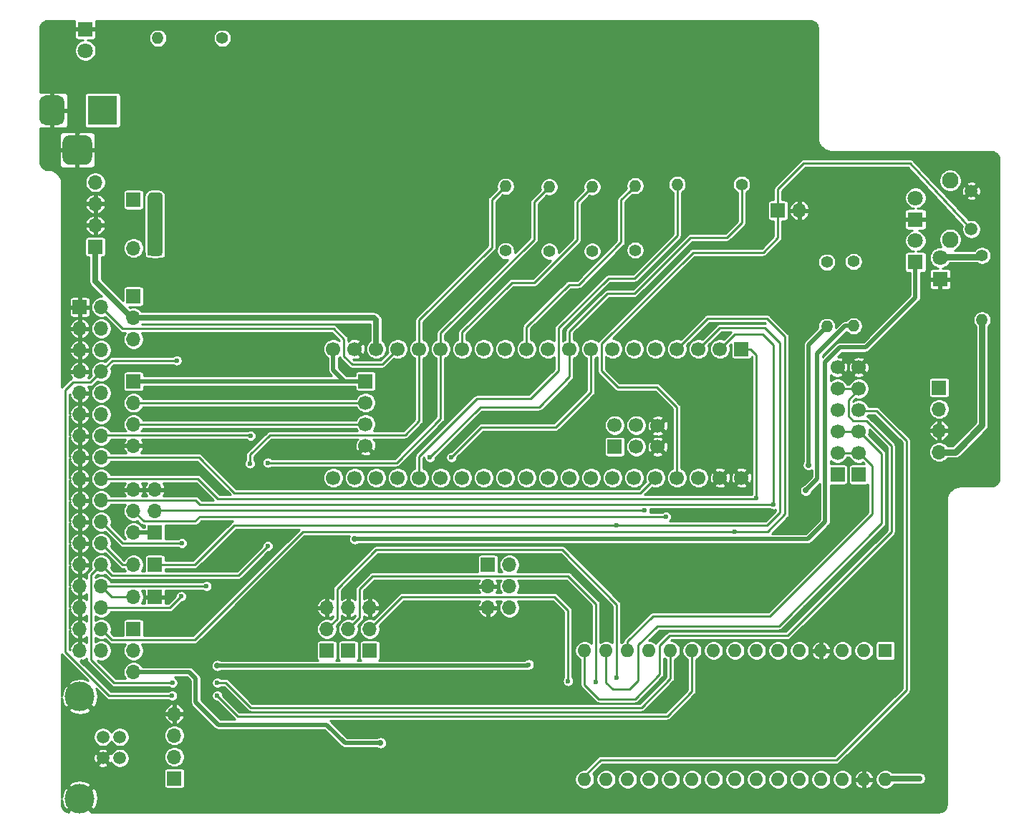
<source format=gbr>
G04 #@! TF.GenerationSoftware,KiCad,Pcbnew,(5.1.9)-1*
G04 #@! TF.CreationDate,2021-03-23T21:01:37+00:00*
G04 #@! TF.ProjectId,Greaseweazle F1 Gotek Rev 2B,47726561-7365-4776-9561-7a6c65204631,2B*
G04 #@! TF.SameCoordinates,PX6312cb0PY6bcb370*
G04 #@! TF.FileFunction,Copper,L2,Bot*
G04 #@! TF.FilePolarity,Positive*
%FSLAX46Y46*%
G04 Gerber Fmt 4.6, Leading zero omitted, Abs format (unit mm)*
G04 Created by KiCad (PCBNEW (5.1.9)-1) date 2021-03-23 21:01:37*
%MOMM*%
%LPD*%
G01*
G04 APERTURE LIST*
G04 #@! TA.AperFunction,ComponentPad*
%ADD10C,1.700000*%
G04 #@! TD*
G04 #@! TA.AperFunction,ComponentPad*
%ADD11R,1.700000X1.700000*%
G04 #@! TD*
G04 #@! TA.AperFunction,ComponentPad*
%ADD12O,1.700000X1.700000*%
G04 #@! TD*
G04 #@! TA.AperFunction,ComponentPad*
%ADD13R,1.800000X1.800000*%
G04 #@! TD*
G04 #@! TA.AperFunction,ComponentPad*
%ADD14C,1.800000*%
G04 #@! TD*
G04 #@! TA.AperFunction,ComponentPad*
%ADD15C,5.000000*%
G04 #@! TD*
G04 #@! TA.AperFunction,ComponentPad*
%ADD16C,1.400000*%
G04 #@! TD*
G04 #@! TA.AperFunction,ComponentPad*
%ADD17O,1.400000X1.400000*%
G04 #@! TD*
G04 #@! TA.AperFunction,ComponentPad*
%ADD18R,1.600000X1.600000*%
G04 #@! TD*
G04 #@! TA.AperFunction,ComponentPad*
%ADD19O,1.600000X1.600000*%
G04 #@! TD*
G04 #@! TA.AperFunction,ComponentPad*
%ADD20C,1.501140*%
G04 #@! TD*
G04 #@! TA.AperFunction,ComponentPad*
%ADD21C,3.500120*%
G04 #@! TD*
G04 #@! TA.AperFunction,ComponentPad*
%ADD22R,3.500000X3.500000*%
G04 #@! TD*
G04 #@! TA.AperFunction,ComponentPad*
%ADD23C,1.950000*%
G04 #@! TD*
G04 #@! TA.AperFunction,ComponentPad*
%ADD24C,1.508000*%
G04 #@! TD*
G04 #@! TA.AperFunction,ViaPad*
%ADD25C,0.600000*%
G04 #@! TD*
G04 #@! TA.AperFunction,ViaPad*
%ADD26C,0.700000*%
G04 #@! TD*
G04 #@! TA.AperFunction,Conductor*
%ADD27C,0.500000*%
G04 #@! TD*
G04 #@! TA.AperFunction,Conductor*
%ADD28C,0.750000*%
G04 #@! TD*
G04 #@! TA.AperFunction,Conductor*
%ADD29C,0.700000*%
G04 #@! TD*
G04 #@! TA.AperFunction,Conductor*
%ADD30C,0.250000*%
G04 #@! TD*
G04 #@! TA.AperFunction,Conductor*
%ADD31C,0.254000*%
G04 #@! TD*
G04 #@! TA.AperFunction,Conductor*
%ADD32C,0.100000*%
G04 #@! TD*
G04 APERTURE END LIST*
D10*
X57150000Y26657300D03*
X59690000Y26657300D03*
X62230000Y26593800D03*
D11*
X57150000Y24117300D03*
D10*
X62230000Y24117300D03*
X59690000Y24117300D03*
X23876000Y35687000D03*
X23876000Y20447000D03*
X26416000Y35687000D03*
X26416000Y20447000D03*
X28956000Y35687000D03*
X28956000Y20447000D03*
X31496000Y35687000D03*
X31496000Y20447000D03*
X34036000Y35687000D03*
X34036000Y20447000D03*
X36576000Y35687000D03*
X36576000Y20447000D03*
X39116000Y35687000D03*
X39116000Y20447000D03*
X41656000Y35687000D03*
X41656000Y20447000D03*
X44196000Y35687000D03*
X44196000Y20447000D03*
X46736000Y35687000D03*
X46736000Y20447000D03*
X49276000Y35687000D03*
X49276000Y20447000D03*
X51816000Y35687000D03*
X51816000Y20447000D03*
X54356000Y35687000D03*
X54356000Y20447000D03*
X56896000Y35687000D03*
X56896000Y20447000D03*
X59436000Y35687000D03*
X59436000Y20447000D03*
X61976000Y35687000D03*
X61976000Y20447000D03*
X64516000Y35687000D03*
X64516000Y20447000D03*
X67056000Y35687000D03*
X67056000Y20447000D03*
X69596000Y35687000D03*
X69596000Y20447000D03*
D11*
X72136000Y35687000D03*
D10*
X72136000Y20447000D03*
X27686000Y24257000D03*
X27686000Y26797000D03*
X27686000Y29337000D03*
D11*
X27686000Y31877000D03*
D10*
X83489800Y33528000D03*
X83489800Y30988000D03*
X83489800Y28448000D03*
X83489800Y25908000D03*
X83489800Y23368000D03*
D11*
X83489800Y20828000D03*
D12*
X254000Y10160000D03*
D11*
X2794000Y10160000D03*
D12*
X254000Y6350000D03*
D11*
X2794000Y6350000D03*
D10*
X86014000Y33528000D03*
X86014000Y30988000D03*
X86014000Y28448000D03*
X86014000Y25908000D03*
X86014000Y23368000D03*
D11*
X86014000Y20828000D03*
D12*
X2794000Y53340000D03*
D11*
X254000Y53340000D03*
D13*
X-5448300Y73533000D03*
D14*
X-5448300Y70993000D03*
D12*
X5080000Y-7493000D03*
X5080000Y-10033000D03*
X5080000Y-12573000D03*
D11*
X5080000Y-15113000D03*
D15*
X85471000Y52387500D03*
X35687000Y2667000D03*
X14605000Y2667000D03*
X35687000Y52387500D03*
X14605000Y52387500D03*
D16*
X44259500Y47307500D03*
D17*
X44259500Y54927500D03*
X49403000Y54864000D03*
D16*
X49403000Y47244000D03*
X54483000Y47244000D03*
D17*
X54483000Y54864000D03*
X59563000Y54991000D03*
D16*
X59563000Y47371000D03*
D17*
X64528700Y55156100D03*
D16*
X72148700Y55156100D03*
X82219800Y45948600D03*
D17*
X82219800Y38328600D03*
X85369400Y38404800D03*
D16*
X85369400Y46024800D03*
X100584000Y46736000D03*
D17*
X100584000Y39116000D03*
X3136900Y72453500D03*
D16*
X10756900Y72453500D03*
D12*
X254000Y47625000D03*
D11*
X2794000Y47625000D03*
D12*
X-4267200Y55397400D03*
X-4267200Y52857400D03*
X-4267200Y50317400D03*
D11*
X-4267200Y47777400D03*
X254000Y31851600D03*
D12*
X254000Y29311600D03*
X254000Y26771600D03*
X254000Y24231600D03*
X254000Y36830000D03*
X254000Y39370000D03*
D11*
X254000Y41910000D03*
X76454000Y52070000D03*
D12*
X78994000Y52070000D03*
D18*
X89154000Y0D03*
D19*
X56134000Y-15240000D03*
X86614000Y0D03*
X58674000Y-15240000D03*
X84074000Y0D03*
X61214000Y-15240000D03*
X81534000Y0D03*
X63754000Y-15240000D03*
X78994000Y0D03*
X66294000Y-15240000D03*
X76454000Y0D03*
X68834000Y-15240000D03*
X73914000Y0D03*
X71374000Y-15240000D03*
X71374000Y0D03*
X73914000Y-15240000D03*
X68834000Y0D03*
X76454000Y-15240000D03*
X66294000Y0D03*
X78994000Y-15240000D03*
X63754000Y0D03*
X81534000Y-15240000D03*
X61214000Y0D03*
X84074000Y-15240000D03*
X58674000Y0D03*
X86614000Y-15240000D03*
X56134000Y0D03*
X89154000Y-15240000D03*
X53594000Y0D03*
X53594000Y-15240000D03*
D20*
X-3378200Y-10225400D03*
X-3378200Y-12714600D03*
X-1371600Y-12714600D03*
X-1371600Y-10225400D03*
D21*
X-6096000Y-5450200D03*
X-6096000Y-17489800D03*
D11*
X28194000Y0D03*
D12*
X28194000Y2540000D03*
X28194000Y5080000D03*
D11*
X25654000Y0D03*
D12*
X25654000Y2540000D03*
X25654000Y5080000D03*
D11*
X23114000Y0D03*
D12*
X23114000Y2540000D03*
X23114000Y5080000D03*
D11*
X254000Y2540000D03*
D12*
X254000Y0D03*
X254000Y-2540000D03*
D11*
X42164000Y10160000D03*
D12*
X44704000Y10160000D03*
X42164000Y7620000D03*
X44704000Y7620000D03*
X42164000Y5080000D03*
X44704000Y5080000D03*
D11*
X2794000Y13970000D03*
D12*
X254000Y13970000D03*
X2794000Y16510000D03*
X254000Y16510000D03*
X2794000Y19050000D03*
X254000Y19050000D03*
D22*
X-3398000Y63919100D03*
G04 #@! TA.AperFunction,ComponentPad*
G36*
G01*
X-10898000Y62919100D02*
X-10898000Y64919100D01*
G75*
G02*
X-10148000Y65669100I750000J0D01*
G01*
X-8648000Y65669100D01*
G75*
G02*
X-7898000Y64919100I0J-750000D01*
G01*
X-7898000Y62919100D01*
G75*
G02*
X-8648000Y62169100I-750000J0D01*
G01*
X-10148000Y62169100D01*
G75*
G02*
X-10898000Y62919100I0J750000D01*
G01*
G37*
G04 #@! TD.AperFunction*
G04 #@! TA.AperFunction,ComponentPad*
G36*
G01*
X-8148000Y58344100D02*
X-8148000Y60094100D01*
G75*
G02*
X-7273000Y60969100I875000J0D01*
G01*
X-5523000Y60969100D01*
G75*
G02*
X-4648000Y60094100I0J-875000D01*
G01*
X-4648000Y58344100D01*
G75*
G02*
X-5523000Y57469100I-875000J0D01*
G01*
X-7273000Y57469100D01*
G75*
G02*
X-8148000Y58344100I0J875000D01*
G01*
G37*
G04 #@! TD.AperFunction*
D13*
X95631000Y43942000D03*
D14*
X95631000Y46482000D03*
D11*
X95504000Y31115000D03*
D12*
X95504000Y28575000D03*
X95504000Y26035000D03*
X95504000Y23495000D03*
D13*
X92710000Y45948600D03*
D14*
X92710000Y48488600D03*
D13*
X92710000Y51003200D03*
D14*
X92710000Y53543200D03*
D23*
X96814000Y55620800D03*
X96814000Y48620800D03*
D24*
X99314000Y54395800D03*
X99314000Y49845800D03*
D11*
X-6096000Y40640000D03*
D12*
X-3556000Y40640000D03*
X-6096000Y38100000D03*
X-3556000Y38100000D03*
X-6096000Y35560000D03*
X-3556000Y35560000D03*
X-6096000Y33020000D03*
X-3556000Y33020000D03*
X-6096000Y30480000D03*
X-3556000Y30480000D03*
X-6096000Y27940000D03*
X-3556000Y27940000D03*
X-6096000Y25400000D03*
X-3556000Y25400000D03*
X-6096000Y22860000D03*
X-3556000Y22860000D03*
X-6096000Y20320000D03*
X-3556000Y20320000D03*
X-6096000Y17780000D03*
X-3556000Y17780000D03*
X-6096000Y15240000D03*
X-3556000Y15240000D03*
X-6096000Y12700000D03*
X-3556000Y12700000D03*
X-6096000Y10160000D03*
X-3556000Y10160000D03*
X-6096000Y7620000D03*
X-3556000Y7620000D03*
X-6096000Y5080000D03*
X-3556000Y5080000D03*
X-6096000Y2540000D03*
X-3556000Y2540000D03*
X-6096000Y0D03*
X-3556000Y0D03*
D25*
X95631000Y19050000D03*
X95504000Y-16510000D03*
X65760600Y18643600D03*
X68376800Y15773400D03*
X95504000Y-7620000D03*
X95504000Y2540000D03*
X95504000Y11430000D03*
X12954000Y73660000D03*
X80264000Y73660000D03*
X80264000Y59690000D03*
X80264000Y67310000D03*
X101854000Y58420000D03*
X71374000Y73660000D03*
X89154000Y58420000D03*
X101854000Y35560000D03*
X101854000Y21590000D03*
X101854000Y48006000D03*
X63500000Y10439400D03*
X43992800Y27914600D03*
X54406800Y25781000D03*
X54864000Y6985000D03*
X73914000Y52070000D03*
X95173800Y38506400D03*
X68834000Y8890000D03*
X89281000Y-11430000D03*
X89154000Y-3937000D03*
X73914000Y-6350000D03*
X51054000Y-8890000D03*
X42164000Y-11430000D03*
X40894000Y-3810000D03*
X21844000Y-15494000D03*
X-7366000Y-11430000D03*
X20574000Y8890000D03*
X6731000Y21590000D03*
X68834000Y52070000D03*
X89154000Y44450000D03*
X65151000Y4953000D03*
X58674000Y8890000D03*
X30734000Y29210000D03*
X89154000Y11430000D03*
X33274000Y-3810000D03*
X30099000Y-2921000D03*
X31496000Y10693400D03*
X46964600Y-3606800D03*
X47040800Y-14046200D03*
X68478400Y-11633200D03*
X90424000Y30988000D03*
X38354000Y29210000D03*
X20574000Y73660000D03*
X24384000Y73660000D03*
X28194000Y73660000D03*
X30734000Y73660000D03*
X86817200Y12115800D03*
X79730600Y5080000D03*
X61214000Y62230000D03*
X58674000Y62230000D03*
X56134000Y62230000D03*
X53594000Y62230000D03*
X51054000Y62230000D03*
X48514000Y62230000D03*
X45974000Y62230000D03*
X43434000Y62230000D03*
X40894000Y62230000D03*
X38354000Y62230000D03*
X35814000Y62230000D03*
X35814000Y73660000D03*
X40894000Y73660000D03*
X45974000Y73660000D03*
X51054000Y73660000D03*
X56134000Y73660000D03*
X61214000Y73660000D03*
X66294000Y73660000D03*
X76454000Y73660000D03*
X80264000Y63500000D03*
X80264000Y70485000D03*
X83439000Y58420000D03*
X92964000Y58420000D03*
X101854000Y52070000D03*
X95504000Y15240000D03*
X95504000Y6985000D03*
X95504000Y-2540000D03*
X95504000Y-12700000D03*
X-381000Y-18415000D03*
X4699000Y-18415000D03*
X8509000Y-18415000D03*
X12319000Y-18415000D03*
X16129000Y-18415000D03*
X19939000Y-18415000D03*
X23114000Y-18415000D03*
X26289000Y-18415000D03*
X-7366000Y-8890000D03*
X-7366000Y-13970000D03*
X-7366000Y-2540000D03*
X-7366000Y47625000D03*
X-7366000Y50165000D03*
X-7366000Y52705000D03*
X-7366000Y55245000D03*
X-9906000Y57785000D03*
X-7366000Y67310000D03*
X81534000Y-8255000D03*
X56134000Y29845000D03*
X12954000Y46990000D03*
X12954000Y41910000D03*
X7874000Y41910000D03*
X39624000Y55245000D03*
X39624000Y48895000D03*
X62484000Y51435000D03*
X87249000Y5715000D03*
X78359000Y10160000D03*
X80264000Y16510000D03*
X91694000Y27305000D03*
X41529000Y1270000D03*
X18669000Y0D03*
X18669000Y5080000D03*
X9906000Y-6604000D03*
X40259000Y-15875000D03*
X25654000Y43815000D03*
X18669000Y36195000D03*
X51689000Y45085000D03*
X46609000Y45085000D03*
X58674000Y45085000D03*
X41529000Y45085000D03*
X35814000Y45085000D03*
X70104000Y45720000D03*
X78994000Y45720000D03*
X90424000Y33655000D03*
X7874000Y33020000D03*
X16764000Y33020000D03*
X7874000Y30480000D03*
X7874000Y27940000D03*
X7874000Y24130000D03*
X18669000Y23495000D03*
X19304000Y27940000D03*
X18669000Y20320000D03*
X18034000Y13335000D03*
X21209000Y11811000D03*
X8509000Y13335000D03*
X9144000Y5080000D03*
X2159000Y21590000D03*
X77724000Y-12065000D03*
X78994000Y-5080000D03*
X68834000Y-4445000D03*
X85979000Y-6985000D03*
X58724800Y4495800D03*
X12954000Y57150000D03*
X18034000Y46990000D03*
X9702800Y-11303000D03*
X12954000Y-11430000D03*
X26289000Y61722000D03*
X26416000Y58674000D03*
X26416000Y55626000D03*
X21844000Y68580000D03*
X21844000Y71247000D03*
X20574000Y66802000D03*
X18415000Y69850000D03*
X63754000Y62230000D03*
X66294000Y62230000D03*
X68834000Y62230000D03*
X71374000Y62230000D03*
X73914000Y62230000D03*
X76454000Y62230000D03*
X8128000Y62230000D03*
X15240000Y-10922000D03*
X29210000Y-12319000D03*
X25527000Y-12319000D03*
X35433000Y-14478000D03*
X38989000Y-14478000D03*
X8509000Y-2032000D03*
D26*
X79730602Y18948398D03*
D25*
X93218000Y-15113000D03*
X71374000Y14046200D03*
X5905500Y6413500D03*
X14020800Y22123398D03*
X8890000Y7620000D03*
X16129000Y22225002D03*
X16129000Y12344401D03*
X4851400Y-3810000D03*
X10160001Y-3810001D03*
X57353200Y14859000D03*
X5969000Y12700000D03*
X75946000Y17297404D03*
X73914000Y18074010D03*
X5359400Y34315400D03*
X4826000Y-5334000D03*
X10160000Y-5334000D03*
X14122402Y25400000D03*
X35305990Y22860000D03*
X37846000Y22860000D03*
D26*
X26416000Y13208000D03*
D25*
X60680600Y16560800D03*
X63201001Y15830001D03*
D26*
X10160000Y-1778000D03*
D25*
X46990000Y-1651000D03*
D26*
X80060806Y21945600D03*
D25*
X54940200Y-3759140D03*
X57404000Y-3175000D03*
D26*
X29464000Y-10922000D03*
D25*
X51638200Y-3606760D03*
D27*
X25196800Y31877000D02*
X27686000Y31877000D01*
X23876000Y35687000D02*
X23876000Y33197800D01*
X23876000Y33197800D02*
X25196800Y31877000D01*
X381000Y31877000D02*
X254000Y31750000D01*
X27686000Y31877000D02*
X381000Y31877000D01*
X254000Y13970000D02*
X2794000Y13970000D01*
X81102200Y20319996D02*
X79730602Y18948398D01*
X81102200Y35128200D02*
X81102200Y20319996D01*
X84378800Y38404800D02*
X81102200Y35128200D01*
X85369400Y38404800D02*
X84378800Y38404800D01*
D28*
X100584000Y26663650D02*
X100584000Y39116000D01*
X97415350Y23495000D02*
X100584000Y26663650D01*
X95504000Y23495000D02*
X97415350Y23495000D01*
D29*
X28956000Y39116000D02*
X28956000Y35687000D01*
X254000Y39370000D02*
X28702000Y39370000D01*
X28702000Y39370000D02*
X28956000Y39116000D01*
X89281000Y-15113000D02*
X89154000Y-15240000D01*
X93218000Y-15113000D02*
X89281000Y-15113000D01*
X-4267200Y43651198D02*
X-4267200Y47777400D01*
X13998Y39370000D02*
X-4267200Y43651198D01*
X254000Y39370000D02*
X13998Y39370000D01*
D30*
X77292200Y16136536D02*
X75201864Y14046200D01*
X77292200Y37134800D02*
X77292200Y16136536D01*
X75107800Y39319200D02*
X77292200Y37134800D01*
X75201864Y14046200D02*
X71374000Y14046200D01*
X68148200Y39319200D02*
X75107800Y39319200D01*
X64516000Y35687000D02*
X68148200Y39319200D01*
X20269200Y14046200D02*
X71374000Y14046200D01*
X7493000Y1270000D02*
X20269200Y14046200D01*
X-2286000Y1270000D02*
X7493000Y1270000D01*
X-3556000Y2540000D02*
X-2286000Y1270000D01*
X46736000Y38290500D02*
X51752500Y43307000D01*
X46736000Y35687000D02*
X46736000Y38290500D01*
X51752500Y43307000D02*
X52895500Y43307000D01*
X58863001Y54291001D02*
X59563000Y54991000D01*
X52895500Y43307000D02*
X57912000Y48323500D01*
X57912000Y48323500D02*
X57912000Y53340000D01*
X57912000Y53340000D02*
X58863001Y54291001D01*
X-3556000Y5080000D02*
X4572000Y5080000D01*
X4572000Y5080000D02*
X5905500Y6413500D01*
X-3556000Y7620000D02*
X8890000Y7620000D01*
X42608500Y53340000D02*
X44259500Y54927500D01*
X42608500Y47688500D02*
X42608500Y53340000D01*
X34036000Y35687000D02*
X34036000Y39116000D01*
X34036000Y39116000D02*
X42608500Y47688500D01*
X14020800Y23164800D02*
X14020800Y22123398D01*
X32385000Y25527000D02*
X16383000Y25527000D01*
X34036000Y27178000D02*
X32385000Y25527000D01*
X16383000Y25527000D02*
X14020800Y23164800D01*
X34036000Y35687000D02*
X34036000Y27178000D01*
X-2286000Y6350000D02*
X254000Y6350000D01*
X-3556000Y7620000D02*
X-2286000Y6350000D01*
X48703001Y54164001D02*
X49403000Y54864000D01*
X47625000Y53086000D02*
X48703001Y54164001D01*
X47625000Y48641000D02*
X47625000Y53086000D01*
X36576000Y35687000D02*
X36576000Y37592000D01*
X36576000Y37592000D02*
X47625000Y48641000D01*
X36576000Y35687000D02*
X36576000Y27457400D01*
X36576000Y27457400D02*
X31343602Y22225002D01*
X31343602Y22225002D02*
X16129000Y22225002D01*
X4427136Y-3810000D02*
X4851400Y-3810000D01*
X-2057400Y-3810000D02*
X4427136Y-3810000D01*
X-4781001Y-1086399D02*
X-2057400Y-3810000D01*
X-4781001Y8934999D02*
X-4781001Y-1086399D01*
X-3556000Y10160000D02*
X-4781001Y8934999D01*
X12674599Y8890000D02*
X16129000Y12344401D01*
X-2286000Y8890000D02*
X12674599Y8890000D01*
X-3556000Y10160000D02*
X-2286000Y8890000D01*
X11176001Y-3810001D02*
X10160001Y-3810001D01*
X60325000Y-6731000D02*
X14097000Y-6731000D01*
X14097000Y-6731000D02*
X11176001Y-3810001D01*
X63754000Y-3302000D02*
X60325000Y-6731000D01*
X63754000Y0D02*
X63754000Y-3302000D01*
X57429400Y14782800D02*
X57353200Y14859000D01*
X76708000Y16344900D02*
X75145900Y14782800D01*
X74930000Y38227000D02*
X76708000Y36449000D01*
X76708000Y36449000D02*
X76708000Y16344900D01*
X69596000Y38227000D02*
X74930000Y38227000D01*
X75145900Y14782800D02*
X57429400Y14782800D01*
X67056000Y35687000D02*
X69596000Y38227000D01*
X7493000Y10160000D02*
X2794000Y10160000D01*
X12192000Y14859000D02*
X7493000Y10160000D01*
X57353200Y14859000D02*
X12192000Y14859000D01*
X-3556000Y15240000D02*
X-1016000Y12700000D01*
X-1016000Y12700000D02*
X5969000Y12700000D01*
X-3556000Y17780000D02*
X7620000Y17780000D01*
X7620000Y17780000D02*
X8102596Y17297404D01*
X8102596Y17297404D02*
X75946000Y17297404D01*
X75946000Y36118800D02*
X75946000Y17297404D01*
X74650600Y37414200D02*
X75946000Y36118800D01*
X71323200Y37414200D02*
X74650600Y37414200D01*
X69596000Y35687000D02*
X71323200Y37414200D01*
X73787000Y17947010D02*
X73914000Y18074010D01*
X10246990Y17947010D02*
X73787000Y17947010D01*
X73236000Y35687000D02*
X73914000Y35009000D01*
X72136000Y35687000D02*
X73236000Y35687000D01*
X73914000Y35009000D02*
X73914000Y18074010D01*
X7874000Y20320000D02*
X10246990Y17947010D01*
X-3556000Y20320000D02*
X7874000Y20320000D01*
X53783001Y54164001D02*
X54483000Y54864000D01*
X39116000Y37655500D02*
X44989750Y43529250D01*
X39116000Y35687000D02*
X39116000Y37655500D01*
X44989750Y43529250D02*
X47656750Y43529250D01*
X47656750Y43529250D02*
X52705000Y48577500D01*
X52705000Y48577500D02*
X52705000Y53086000D01*
X52705000Y53086000D02*
X53783001Y54164001D01*
X-2260600Y34315400D02*
X-3556000Y33020000D01*
X5359400Y34315400D02*
X-2260600Y34315400D01*
X-2641600Y-5334000D02*
X4826000Y-5334000D01*
X-3556000Y33020000D02*
X-4826000Y31750000D01*
X-4826000Y31750000D02*
X-6908800Y31750000D01*
X-7810500Y30848300D02*
X-7810500Y-165100D01*
X-6908800Y31750000D02*
X-7810500Y30848300D01*
X-7810500Y-165100D02*
X-2641600Y-5334000D01*
X12573000Y-7747000D02*
X10160000Y-5334000D01*
X63373000Y-7747000D02*
X12573000Y-7747000D01*
X66294000Y0D02*
X66294000Y-4826000D01*
X66294000Y-4826000D02*
X63373000Y-7747000D01*
X-1016000Y38100000D02*
X-3556000Y40640000D01*
X23901400Y38100000D02*
X-1016000Y38100000D01*
X25146000Y36855400D02*
X23901400Y38100000D01*
X26085800Y33883600D02*
X25146000Y34823400D01*
X29641800Y33883600D02*
X26085800Y33883600D01*
X31445200Y35687000D02*
X29641800Y33883600D01*
X25146000Y34823400D02*
X25146000Y36855400D01*
X31496000Y35687000D02*
X31445200Y35687000D01*
X34036000Y20447000D02*
X34036000Y22987000D01*
X59512200Y44069000D02*
X64528700Y49085500D01*
X34036000Y22987000D02*
X40843200Y29794200D01*
X40843200Y29794200D02*
X47193200Y29794200D01*
X47193200Y29794200D02*
X50501001Y33102001D01*
X50501001Y33102001D02*
X50501001Y38144999D01*
X50501001Y38144999D02*
X56425002Y44069000D01*
X56425002Y44069000D02*
X59512200Y44069000D01*
X64528700Y49085500D02*
X64528700Y54166151D01*
X64528700Y54166151D02*
X64528700Y55156100D01*
X68897500Y-571500D02*
X68834000Y-635000D01*
X-3505200Y25450800D02*
X-339802Y25450800D01*
X-3556000Y25400000D02*
X-3505200Y25450800D01*
X-339802Y25450800D02*
X-334001Y25456601D01*
X14071602Y25450800D02*
X14122402Y25400000D01*
X-334001Y25456601D02*
X842001Y25456601D01*
X842001Y25456601D02*
X847802Y25450800D01*
X847802Y25450800D02*
X14071602Y25450800D01*
X60198000Y18669000D02*
X61126001Y19597001D01*
X12192000Y18669000D02*
X60198000Y18669000D01*
X8001000Y22860000D02*
X12192000Y18669000D01*
X61126001Y19597001D02*
X61976000Y20447000D01*
X-3556000Y22860000D02*
X8001000Y22860000D01*
X72161400Y55143400D02*
X72148700Y55156100D01*
X72161400Y50622200D02*
X72161400Y55143400D01*
X51816000Y37769800D02*
X56286400Y42240200D01*
X51816000Y35687000D02*
X51816000Y37769800D01*
X59486800Y42240200D02*
X66116200Y48869600D01*
X66116200Y48869600D02*
X70408800Y48869600D01*
X56286400Y42240200D02*
X59486800Y42240200D01*
X70408800Y48869600D02*
X72161400Y50622200D01*
X51816000Y35687000D02*
X51816000Y32410400D01*
X51816000Y32410400D02*
X48234600Y28829000D01*
X41274990Y28829000D02*
X35305990Y22860000D01*
X48234600Y28829000D02*
X41274990Y28829000D01*
X41402000Y26416000D02*
X37846000Y22860000D01*
X50165000Y26416000D02*
X41402000Y26416000D01*
X54356000Y30607000D02*
X50165000Y26416000D01*
X54356000Y35687000D02*
X54356000Y30607000D01*
D27*
X82042000Y34163000D02*
X82042000Y15272120D01*
X82430212Y34551212D02*
X82042000Y34163000D01*
X82430212Y34557562D02*
X82430212Y34551212D01*
X83762850Y35890200D02*
X82430212Y34557562D01*
X86817200Y35890200D02*
X83762850Y35890200D01*
X92710000Y41783000D02*
X86817200Y35890200D01*
X79977880Y13208000D02*
X26416000Y13208000D01*
X82042000Y15272120D02*
X79977880Y13208000D01*
X92710000Y45948600D02*
X92710000Y41783000D01*
D30*
X99314000Y50353800D02*
X99314000Y49845800D01*
X55575200Y33096200D02*
X57505600Y31165800D01*
X55575200Y35093198D02*
X55575200Y33096200D01*
X55581001Y35098999D02*
X55575200Y35093198D01*
X55581001Y36275001D02*
X55581001Y35098999D01*
X62144198Y31165800D02*
X64516000Y28793998D01*
X57505600Y31165800D02*
X62144198Y31165800D01*
X55575200Y36280802D02*
X55581001Y36275001D01*
X66395600Y47117000D02*
X55575200Y36296600D01*
X55575200Y36296600D02*
X55575200Y36280802D01*
X74726800Y47117000D02*
X66395600Y47117000D01*
X76454000Y48844200D02*
X74726800Y47117000D01*
X64516000Y28793998D02*
X64516000Y20447000D01*
X76454000Y52070000D02*
X76454000Y48844200D01*
X76454000Y54610000D02*
X76454000Y52070000D01*
X79502000Y57658000D02*
X76454000Y54610000D01*
X92049600Y57658000D02*
X79502000Y57658000D01*
X99314000Y49845800D02*
X92049600Y57658000D01*
X95758000Y46609000D02*
X95631000Y46482000D01*
X100584000Y46736000D02*
X100457000Y46609000D01*
D28*
X100457000Y46609000D02*
X95758000Y46609000D01*
D30*
X279400Y29337000D02*
X254000Y29311600D01*
X27686000Y29337000D02*
X279400Y29337000D01*
X279400Y26797000D02*
X254000Y26771600D01*
X27686000Y26797000D02*
X279400Y26797000D01*
X2844800Y16560800D02*
X2794000Y16510000D01*
X60680600Y16560800D02*
X2844800Y16560800D01*
X1479001Y15284999D02*
X254000Y16510000D01*
X7537999Y15284999D02*
X1479001Y15284999D01*
X8083001Y15830001D02*
X7537999Y15284999D01*
X63201001Y15830001D02*
X8083001Y15830001D01*
D29*
X2794000Y53340000D02*
X2794000Y47625000D01*
D27*
X10160000Y-1778000D02*
X46863000Y-1778000D01*
X46863000Y-1778000D02*
X46990000Y-1651000D01*
X80060806Y36169606D02*
X80060806Y21945600D01*
X82219800Y38328600D02*
X80060806Y36169606D01*
D30*
X25654000Y2540000D02*
X25679400Y2540000D01*
X54940200Y-3334876D02*
X54940200Y-3759140D01*
X51638200Y8839200D02*
X54940200Y5537200D01*
X54940200Y5537200D02*
X54940200Y-3334876D01*
X44115999Y8845001D02*
X45292001Y8845001D01*
X44110198Y8839200D02*
X44115999Y8845001D01*
X42757802Y8839200D02*
X44110198Y8839200D01*
X42752001Y8845001D02*
X42757802Y8839200D01*
X45297802Y8839200D02*
X51638200Y8839200D01*
X26968999Y7283999D02*
X28530001Y8845001D01*
X45292001Y8845001D02*
X45297802Y8839200D01*
X26968999Y3854999D02*
X26968999Y7283999D01*
X28530001Y8845001D02*
X42752001Y8845001D01*
X25654000Y2540000D02*
X26968999Y3854999D01*
X50952400Y11912600D02*
X57404000Y5461000D01*
X28939002Y11912600D02*
X50952400Y11912600D01*
X24339001Y7312599D02*
X28939002Y11912600D01*
X23114000Y2540000D02*
X24339001Y3765001D01*
X24339001Y3765001D02*
X24339001Y7312599D01*
X57404000Y5461000D02*
X57404000Y-3175000D01*
X91617800Y-4673600D02*
X91617800Y24841200D01*
X86156800Y28397200D02*
X86106000Y28448000D01*
X83337400Y-12954000D02*
X91617800Y-4673600D01*
X88061800Y28397200D02*
X86156800Y28397200D01*
X91617800Y24841200D02*
X88061800Y28397200D01*
X55477317Y-12954000D02*
X83337400Y-12954000D01*
X53594000Y-14837317D02*
X55477317Y-12954000D01*
X53594000Y-15240000D02*
X53594000Y-14837317D01*
X83489800Y30988000D02*
X86014000Y30988000D01*
X84785200Y29667200D02*
X86106000Y30988000D01*
X53594000Y0D02*
X53594000Y-4064000D01*
X55245000Y-5715000D02*
X59563000Y-5715000D01*
X59563000Y-5715000D02*
X62484000Y-2794000D01*
X62484000Y-2794000D02*
X62484000Y609600D01*
X62484000Y609600D02*
X63652400Y1778000D01*
X86893400Y27203400D02*
X85318600Y27203400D01*
X63652400Y1778000D02*
X77571600Y1778000D01*
X77571600Y1778000D02*
X89839800Y14046200D01*
X53594000Y-4064000D02*
X55245000Y-5715000D01*
X89839800Y14046200D02*
X89839800Y24257000D01*
X89839800Y24257000D02*
X86893400Y27203400D01*
X84785200Y27736800D02*
X84785200Y29667200D01*
X85318600Y27203400D02*
X84785200Y27736800D01*
X88696800Y23317200D02*
X86106000Y25908000D01*
X59944000Y660400D02*
X62204600Y2921000D01*
X59944000Y-3530600D02*
X59944000Y660400D01*
X88696800Y15053798D02*
X88696800Y23317200D01*
X58877200Y-4597400D02*
X59944000Y-3530600D01*
X76564002Y2921000D02*
X88696800Y15053798D01*
X56921400Y-4597400D02*
X58877200Y-4597400D01*
X56134000Y-3810000D02*
X56921400Y-4597400D01*
X62204600Y2921000D02*
X76564002Y2921000D01*
X56134000Y0D02*
X56134000Y-3810000D01*
X83489800Y25908000D02*
X86014000Y25908000D01*
X58674000Y0D02*
X58674000Y1066800D01*
X58674000Y1066800D02*
X61645800Y4038600D01*
X87604600Y21869400D02*
X86106000Y23368000D01*
X61645800Y4038600D02*
X75488800Y4038600D01*
X75488800Y4038600D02*
X87604600Y16154400D01*
X87604600Y16154400D02*
X87604600Y21869400D01*
X83489800Y23368000D02*
X86014000Y23368000D01*
D27*
X10287000Y-8763000D02*
X23114000Y-8763000D01*
X25273000Y-10922000D02*
X29464000Y-10922000D01*
X7620000Y-6096000D02*
X10287000Y-8763000D01*
X7620000Y-3302000D02*
X7620000Y-6096000D01*
X6858000Y-2540000D02*
X7620000Y-3302000D01*
X23114000Y-8763000D02*
X25273000Y-10922000D01*
X254000Y-2540000D02*
X6858000Y-2540000D01*
D30*
X51638200Y-3182496D02*
X51638200Y-3606760D01*
X51638200Y4749800D02*
X51638200Y-3182496D01*
X50038000Y6350000D02*
X51638200Y4749800D01*
X32004000Y6350000D02*
X50038000Y6350000D01*
X28194000Y2540000D02*
X32004000Y6350000D01*
X-1016000Y10160000D02*
X-3556000Y12700000D01*
X254000Y10160000D02*
X-1016000Y10160000D01*
D31*
X80431442Y74505661D02*
X80592512Y74457031D01*
X80741064Y74378045D01*
X80871449Y74271706D01*
X80978697Y74142065D01*
X81058717Y73994071D01*
X81108470Y73833344D01*
X81128000Y73647530D01*
X81128001Y60686059D01*
X81129757Y60668230D01*
X81129702Y60660338D01*
X81130255Y60654696D01*
X81156163Y60408193D01*
X81163564Y60372140D01*
X81170458Y60336000D01*
X81172096Y60330573D01*
X81245391Y60093797D01*
X81259651Y60059874D01*
X81273435Y60025758D01*
X81276096Y60020752D01*
X81393984Y59802722D01*
X81414584Y59772181D01*
X81434711Y59741424D01*
X81438294Y59737030D01*
X81596287Y59546050D01*
X81622438Y59520080D01*
X81648143Y59493832D01*
X81652505Y59490223D01*
X81652511Y59490217D01*
X81652518Y59490213D01*
X81844589Y59333563D01*
X81875265Y59313182D01*
X81905602Y59292410D01*
X81910583Y59289716D01*
X81910587Y59289713D01*
X81910591Y59289711D01*
X82129436Y59173350D01*
X82163473Y59159321D01*
X82197278Y59144832D01*
X82202687Y59143158D01*
X82202694Y59143155D01*
X82202701Y59143154D01*
X82439974Y59071516D01*
X82476090Y59064365D01*
X82512065Y59056718D01*
X82517701Y59056125D01*
X82517703Y59056125D01*
X82764381Y59031938D01*
X82764382Y59031938D01*
X82784059Y59030000D01*
X101674146Y59030000D01*
X101861441Y59011636D01*
X102022501Y58963008D01*
X102171054Y58884021D01*
X102301430Y58777690D01*
X102408674Y58648054D01*
X102488695Y58500058D01*
X102538446Y58339339D01*
X102558000Y58153293D01*
X102558001Y20339864D01*
X102539636Y20152559D01*
X102491008Y19991497D01*
X102412023Y19842949D01*
X102305689Y19712570D01*
X102176054Y19605326D01*
X102028058Y19525305D01*
X101867339Y19475554D01*
X101681293Y19456000D01*
X98024059Y19456000D01*
X98006220Y19454243D01*
X97998339Y19454298D01*
X97992697Y19453745D01*
X97746193Y19427837D01*
X97710140Y19420436D01*
X97674000Y19413542D01*
X97668573Y19411904D01*
X97431797Y19338609D01*
X97397874Y19324349D01*
X97363758Y19310565D01*
X97358752Y19307904D01*
X97140722Y19190016D01*
X97110181Y19169416D01*
X97079424Y19149289D01*
X97075030Y19145706D01*
X96884050Y18987713D01*
X96858116Y18961597D01*
X96831831Y18935857D01*
X96828217Y18931489D01*
X96671563Y18739411D01*
X96651199Y18708762D01*
X96630409Y18678398D01*
X96627719Y18673422D01*
X96627713Y18673413D01*
X96627709Y18673404D01*
X96511350Y18454564D01*
X96497326Y18420539D01*
X96482832Y18386722D01*
X96481156Y18381307D01*
X96409516Y18144026D01*
X96402365Y18107910D01*
X96394718Y18071935D01*
X96394125Y18066297D01*
X96369938Y17819619D01*
X96368000Y17799940D01*
X96368001Y-18217336D01*
X96349636Y-18404641D01*
X96301008Y-18565703D01*
X96222023Y-18714251D01*
X96115689Y-18844630D01*
X95986054Y-18951874D01*
X95838058Y-19031895D01*
X95677339Y-19081646D01*
X95491293Y-19101200D01*
X-4799335Y-19101200D01*
X-4741766Y-19023639D01*
X-6096000Y-17669405D01*
X-7450234Y-19023639D01*
X-7396316Y-19096281D01*
X-7533441Y-19082836D01*
X-7694503Y-19034208D01*
X-7843051Y-18955223D01*
X-7973430Y-18848889D01*
X-8080674Y-18719254D01*
X-8160695Y-18571258D01*
X-8210446Y-18410539D01*
X-8230000Y-18224493D01*
X-8230000Y-17591188D01*
X-8187416Y-17949631D01*
X-8057521Y-18348810D01*
X-7900005Y-18643506D01*
X-7629839Y-18844034D01*
X-6275605Y-17489800D01*
X-5916395Y-17489800D01*
X-4562161Y-18844034D01*
X-4291995Y-18643506D01*
X-4101582Y-18269393D01*
X-3987813Y-17865322D01*
X-3955061Y-17446820D01*
X-4004584Y-17029969D01*
X-4134479Y-16630790D01*
X-4291995Y-16336094D01*
X-4562161Y-16135566D01*
X-5916395Y-17489800D01*
X-6275605Y-17489800D01*
X-7629839Y-16135566D01*
X-7900005Y-16336094D01*
X-8090418Y-16710207D01*
X-8204187Y-17114278D01*
X-8230000Y-17444114D01*
X-8230000Y-15955961D01*
X-7450234Y-15955961D01*
X-6096000Y-17310195D01*
X-4741766Y-15955961D01*
X-4942294Y-15685795D01*
X-5316407Y-15495382D01*
X-5720478Y-15381613D01*
X-6138980Y-15348861D01*
X-6555831Y-15398384D01*
X-6955010Y-15528279D01*
X-7249706Y-15685795D01*
X-7450234Y-15955961D01*
X-8230000Y-15955961D01*
X-8230000Y-14263000D01*
X3847157Y-14263000D01*
X3847157Y-15963000D01*
X3854513Y-16037689D01*
X3876299Y-16109508D01*
X3911678Y-16175696D01*
X3959289Y-16233711D01*
X4017304Y-16281322D01*
X4083492Y-16316701D01*
X4155311Y-16338487D01*
X4230000Y-16345843D01*
X5930000Y-16345843D01*
X6004689Y-16338487D01*
X6076508Y-16316701D01*
X6142696Y-16281322D01*
X6200711Y-16233711D01*
X6248322Y-16175696D01*
X6283701Y-16109508D01*
X6305487Y-16037689D01*
X6312843Y-15963000D01*
X6312843Y-14263000D01*
X6305487Y-14188311D01*
X6283701Y-14116492D01*
X6248322Y-14050304D01*
X6200711Y-13992289D01*
X6142696Y-13944678D01*
X6076508Y-13909299D01*
X6004689Y-13887513D01*
X5930000Y-13880157D01*
X4230000Y-13880157D01*
X4155311Y-13887513D01*
X4083492Y-13909299D01*
X4017304Y-13944678D01*
X3959289Y-13992289D01*
X3911678Y-14050304D01*
X3876299Y-14116492D01*
X3854513Y-14188311D01*
X3847157Y-14263000D01*
X-8230000Y-14263000D01*
X-8230000Y-13535569D01*
X-4019564Y-13535569D01*
X-3939612Y-13703381D01*
X-3735922Y-13793908D01*
X-3518486Y-13842958D01*
X-3295659Y-13848645D01*
X-3076004Y-13810752D01*
X-2867962Y-13730734D01*
X-2816788Y-13703381D01*
X-2736836Y-13535569D01*
X-3378200Y-12894205D01*
X-4019564Y-13535569D01*
X-8230000Y-13535569D01*
X-8230000Y-12797141D01*
X-4512245Y-12797141D01*
X-4474352Y-13016796D01*
X-4394334Y-13224838D01*
X-4366981Y-13276012D01*
X-4199169Y-13355964D01*
X-3557805Y-12714600D01*
X-3198595Y-12714600D01*
X-2557231Y-13355964D01*
X-2389419Y-13276012D01*
X-2376188Y-13246243D01*
X-2374384Y-13250599D01*
X-2250548Y-13435934D01*
X-2092934Y-13593548D01*
X-1907599Y-13717384D01*
X-1701667Y-13802684D01*
X-1483050Y-13846170D01*
X-1260150Y-13846170D01*
X-1041533Y-13802684D01*
X-835601Y-13717384D01*
X-650266Y-13593548D01*
X-492652Y-13435934D01*
X-368816Y-13250599D01*
X-283516Y-13044667D01*
X-240030Y-12826050D01*
X-240030Y-12603150D01*
X-270144Y-12451757D01*
X3849000Y-12451757D01*
X3849000Y-12694243D01*
X3896307Y-12932069D01*
X3989102Y-13156097D01*
X4123820Y-13357717D01*
X4295283Y-13529180D01*
X4496903Y-13663898D01*
X4720931Y-13756693D01*
X4958757Y-13804000D01*
X5201243Y-13804000D01*
X5439069Y-13756693D01*
X5663097Y-13663898D01*
X5864717Y-13529180D01*
X6036180Y-13357717D01*
X6170898Y-13156097D01*
X6263693Y-12932069D01*
X6311000Y-12694243D01*
X6311000Y-12451757D01*
X6263693Y-12213931D01*
X6170898Y-11989903D01*
X6036180Y-11788283D01*
X5864717Y-11616820D01*
X5663097Y-11482102D01*
X5439069Y-11389307D01*
X5201243Y-11342000D01*
X4958757Y-11342000D01*
X4720931Y-11389307D01*
X4496903Y-11482102D01*
X4295283Y-11616820D01*
X4123820Y-11788283D01*
X3989102Y-11989903D01*
X3896307Y-12213931D01*
X3849000Y-12451757D01*
X-270144Y-12451757D01*
X-283516Y-12384533D01*
X-368816Y-12178601D01*
X-492652Y-11993266D01*
X-650266Y-11835652D01*
X-835601Y-11711816D01*
X-1041533Y-11626516D01*
X-1260150Y-11583030D01*
X-1483050Y-11583030D01*
X-1701667Y-11626516D01*
X-1907599Y-11711816D01*
X-2092934Y-11835652D01*
X-2250548Y-11993266D01*
X-2374384Y-12178601D01*
X-2375018Y-12180131D01*
X-2389419Y-12153188D01*
X-2557231Y-12073236D01*
X-3198595Y-12714600D01*
X-3557805Y-12714600D01*
X-4199169Y-12073236D01*
X-4366981Y-12153188D01*
X-4457508Y-12356878D01*
X-4506558Y-12574314D01*
X-4512245Y-12797141D01*
X-8230000Y-12797141D01*
X-8230000Y-11893631D01*
X-4019564Y-11893631D01*
X-3378200Y-12534995D01*
X-2736836Y-11893631D01*
X-2816788Y-11725819D01*
X-3020478Y-11635292D01*
X-3237914Y-11586242D01*
X-3460741Y-11580555D01*
X-3680396Y-11618448D01*
X-3888438Y-11698466D01*
X-3939612Y-11725819D01*
X-4019564Y-11893631D01*
X-8230000Y-11893631D01*
X-8230000Y-10113950D01*
X-4509770Y-10113950D01*
X-4509770Y-10336850D01*
X-4466284Y-10555467D01*
X-4380984Y-10761399D01*
X-4257148Y-10946734D01*
X-4099534Y-11104348D01*
X-3914199Y-11228184D01*
X-3708267Y-11313484D01*
X-3489650Y-11356970D01*
X-3266750Y-11356970D01*
X-3048133Y-11313484D01*
X-2842201Y-11228184D01*
X-2656866Y-11104348D01*
X-2499252Y-10946734D01*
X-2375416Y-10761399D01*
X-2374900Y-10760153D01*
X-2374384Y-10761399D01*
X-2250548Y-10946734D01*
X-2092934Y-11104348D01*
X-1907599Y-11228184D01*
X-1701667Y-11313484D01*
X-1483050Y-11356970D01*
X-1260150Y-11356970D01*
X-1041533Y-11313484D01*
X-835601Y-11228184D01*
X-650266Y-11104348D01*
X-492652Y-10946734D01*
X-368816Y-10761399D01*
X-283516Y-10555467D01*
X-240030Y-10336850D01*
X-240030Y-10113950D01*
X-280249Y-9911757D01*
X3849000Y-9911757D01*
X3849000Y-10154243D01*
X3896307Y-10392069D01*
X3989102Y-10616097D01*
X4123820Y-10817717D01*
X4295283Y-10989180D01*
X4496903Y-11123898D01*
X4720931Y-11216693D01*
X4958757Y-11264000D01*
X5201243Y-11264000D01*
X5439069Y-11216693D01*
X5663097Y-11123898D01*
X5864717Y-10989180D01*
X6036180Y-10817717D01*
X6170898Y-10616097D01*
X6263693Y-10392069D01*
X6311000Y-10154243D01*
X6311000Y-9911757D01*
X6263693Y-9673931D01*
X6170898Y-9449903D01*
X6036180Y-9248283D01*
X5864717Y-9076820D01*
X5663097Y-8942102D01*
X5439069Y-8849307D01*
X5201243Y-8802000D01*
X4958757Y-8802000D01*
X4720931Y-8849307D01*
X4496903Y-8942102D01*
X4295283Y-9076820D01*
X4123820Y-9248283D01*
X3989102Y-9449903D01*
X3896307Y-9673931D01*
X3849000Y-9911757D01*
X-280249Y-9911757D01*
X-283516Y-9895333D01*
X-368816Y-9689401D01*
X-492652Y-9504066D01*
X-650266Y-9346452D01*
X-835601Y-9222616D01*
X-1041533Y-9137316D01*
X-1260150Y-9093830D01*
X-1483050Y-9093830D01*
X-1701667Y-9137316D01*
X-1907599Y-9222616D01*
X-2092934Y-9346452D01*
X-2250548Y-9504066D01*
X-2374384Y-9689401D01*
X-2374900Y-9690647D01*
X-2375416Y-9689401D01*
X-2499252Y-9504066D01*
X-2656866Y-9346452D01*
X-2842201Y-9222616D01*
X-3048133Y-9137316D01*
X-3266750Y-9093830D01*
X-3489650Y-9093830D01*
X-3708267Y-9137316D01*
X-3914199Y-9222616D01*
X-4099534Y-9346452D01*
X-4257148Y-9504066D01*
X-4380984Y-9689401D01*
X-4466284Y-9895333D01*
X-4509770Y-10113950D01*
X-8230000Y-10113950D01*
X-8230000Y-7809980D01*
X3890511Y-7809980D01*
X3914866Y-7890288D01*
X4014761Y-8109961D01*
X4155592Y-8305924D01*
X4331948Y-8470647D01*
X4537051Y-8597799D01*
X4763019Y-8682495D01*
X4953000Y-8622187D01*
X4953000Y-7620000D01*
X5207000Y-7620000D01*
X5207000Y-8622187D01*
X5396981Y-8682495D01*
X5622949Y-8597799D01*
X5828052Y-8470647D01*
X6004408Y-8305924D01*
X6145239Y-8109961D01*
X6245134Y-7890288D01*
X6269489Y-7809980D01*
X6208627Y-7620000D01*
X5207000Y-7620000D01*
X4953000Y-7620000D01*
X3951373Y-7620000D01*
X3890511Y-7809980D01*
X-8230000Y-7809980D01*
X-8230000Y-6984039D01*
X-7450234Y-6984039D01*
X-7249706Y-7254205D01*
X-6875593Y-7444618D01*
X-6471522Y-7558387D01*
X-6053020Y-7591139D01*
X-5636169Y-7541616D01*
X-5236990Y-7411721D01*
X-4942294Y-7254205D01*
X-4884262Y-7176020D01*
X3890511Y-7176020D01*
X3951373Y-7366000D01*
X4953000Y-7366000D01*
X4953000Y-6363813D01*
X5207000Y-6363813D01*
X5207000Y-7366000D01*
X6208627Y-7366000D01*
X6269489Y-7176020D01*
X6245134Y-7095712D01*
X6145239Y-6876039D01*
X6004408Y-6680076D01*
X5828052Y-6515353D01*
X5622949Y-6388201D01*
X5396981Y-6303505D01*
X5207000Y-6363813D01*
X4953000Y-6363813D01*
X4763019Y-6303505D01*
X4537051Y-6388201D01*
X4331948Y-6515353D01*
X4155592Y-6680076D01*
X4014761Y-6876039D01*
X3914866Y-7095712D01*
X3890511Y-7176020D01*
X-4884262Y-7176020D01*
X-4741766Y-6984039D01*
X-6096000Y-5629805D01*
X-7450234Y-6984039D01*
X-8230000Y-6984039D01*
X-8230000Y-5551588D01*
X-8187416Y-5910031D01*
X-8057521Y-6309210D01*
X-7900005Y-6603906D01*
X-7629839Y-6804434D01*
X-6275605Y-5450200D01*
X-7629839Y-4095966D01*
X-7900005Y-4296494D01*
X-8090418Y-4670607D01*
X-8204187Y-5074678D01*
X-8230000Y-5404514D01*
X-8230000Y-451549D01*
X-8170026Y-524627D01*
X-8150719Y-540472D01*
X-5151452Y-3539739D01*
X-5316407Y-3455782D01*
X-5720478Y-3342013D01*
X-6138980Y-3309261D01*
X-6555831Y-3358784D01*
X-6955010Y-3488679D01*
X-7249706Y-3646195D01*
X-7450234Y-3916361D01*
X-6096000Y-5270595D01*
X-6081857Y-5256453D01*
X-5902252Y-5436058D01*
X-5916395Y-5450200D01*
X-4562161Y-6804434D01*
X-4291995Y-6603906D01*
X-4101582Y-6229793D01*
X-3987813Y-5825722D01*
X-3955061Y-5407220D01*
X-4004584Y-4990369D01*
X-4134479Y-4591190D01*
X-4174067Y-4517125D01*
X-3016972Y-5674220D01*
X-3001127Y-5693527D01*
X-2924079Y-5756759D01*
X-2836175Y-5803745D01*
X-2762993Y-5825944D01*
X-2740794Y-5832678D01*
X-2730906Y-5833652D01*
X-2666454Y-5840000D01*
X-2666447Y-5840000D01*
X-2641601Y-5842447D01*
X-2616755Y-5840000D01*
X4368921Y-5840000D01*
X4391888Y-5862967D01*
X4503426Y-5937494D01*
X4627360Y-5988829D01*
X4758927Y-6015000D01*
X4893073Y-6015000D01*
X5024640Y-5988829D01*
X5148574Y-5937494D01*
X5260112Y-5862967D01*
X5354967Y-5768112D01*
X5429494Y-5656574D01*
X5480829Y-5532640D01*
X5507000Y-5401073D01*
X5507000Y-5266927D01*
X5480829Y-5135360D01*
X5429494Y-5011426D01*
X5354967Y-4899888D01*
X5260112Y-4805033D01*
X5148574Y-4730506D01*
X5024640Y-4679171D01*
X4893073Y-4653000D01*
X4758927Y-4653000D01*
X4627360Y-4679171D01*
X4503426Y-4730506D01*
X4391888Y-4805033D01*
X4368921Y-4828000D01*
X-2432008Y-4828000D01*
X-6029009Y-1231000D01*
X-5968998Y-1231000D01*
X-5968998Y-1129188D01*
X-5779019Y-1189495D01*
X-5553051Y-1104799D01*
X-5347948Y-977647D01*
X-5287000Y-920719D01*
X-5287000Y-1061543D01*
X-5289448Y-1086399D01*
X-5279679Y-1185591D01*
X-5250746Y-1280973D01*
X-5250745Y-1280974D01*
X-5203759Y-1368878D01*
X-5140527Y-1445926D01*
X-5121220Y-1461771D01*
X-2432772Y-4150220D01*
X-2416927Y-4169527D01*
X-2339879Y-4232759D01*
X-2251975Y-4279745D01*
X-2196759Y-4296494D01*
X-2156594Y-4308678D01*
X-2146706Y-4309652D01*
X-2082254Y-4316000D01*
X-2082247Y-4316000D01*
X-2057401Y-4318447D01*
X-2032555Y-4316000D01*
X4394321Y-4316000D01*
X4417288Y-4338967D01*
X4528826Y-4413494D01*
X4652760Y-4464829D01*
X4784327Y-4491000D01*
X4918473Y-4491000D01*
X5050040Y-4464829D01*
X5173974Y-4413494D01*
X5285512Y-4338967D01*
X5380367Y-4244112D01*
X5454894Y-4132574D01*
X5506229Y-4008640D01*
X5532400Y-3877073D01*
X5532400Y-3742927D01*
X5506229Y-3611360D01*
X5454894Y-3487426D01*
X5380367Y-3375888D01*
X5285512Y-3281033D01*
X5173974Y-3206506D01*
X5088255Y-3171000D01*
X6596632Y-3171000D01*
X6989000Y-3563369D01*
X6989001Y-6065000D01*
X6985948Y-6096000D01*
X6998130Y-6219697D01*
X7034211Y-6338641D01*
X7092804Y-6448260D01*
X7151897Y-6520265D01*
X7151900Y-6520268D01*
X7171658Y-6544343D01*
X7195733Y-6564101D01*
X9818899Y-9187268D01*
X9838657Y-9211343D01*
X9862732Y-9231101D01*
X9862734Y-9231103D01*
X9934739Y-9290196D01*
X10044358Y-9348789D01*
X10163302Y-9384870D01*
X10287000Y-9397053D01*
X10317998Y-9394000D01*
X22852632Y-9394000D01*
X24804899Y-11346268D01*
X24824657Y-11370343D01*
X24920739Y-11449196D01*
X25030358Y-11507789D01*
X25149302Y-11543870D01*
X25242002Y-11553000D01*
X25242011Y-11553000D01*
X25272999Y-11556052D01*
X25303987Y-11553000D01*
X29092593Y-11553000D01*
X29117742Y-11569804D01*
X29250775Y-11624908D01*
X29392003Y-11653000D01*
X29535997Y-11653000D01*
X29677225Y-11624908D01*
X29810258Y-11569804D01*
X29929985Y-11489805D01*
X30031805Y-11387985D01*
X30111804Y-11268258D01*
X30166908Y-11135225D01*
X30195000Y-10993997D01*
X30195000Y-10850003D01*
X30166908Y-10708775D01*
X30111804Y-10575742D01*
X30031805Y-10456015D01*
X29929985Y-10354195D01*
X29810258Y-10274196D01*
X29677225Y-10219092D01*
X29535997Y-10191000D01*
X29392003Y-10191000D01*
X29250775Y-10219092D01*
X29117742Y-10274196D01*
X29092593Y-10291000D01*
X25534369Y-10291000D01*
X23582105Y-8338737D01*
X23562343Y-8314657D01*
X23487214Y-8253000D01*
X63348154Y-8253000D01*
X63373000Y-8255447D01*
X63397846Y-8253000D01*
X63397854Y-8253000D01*
X63472193Y-8245678D01*
X63567575Y-8216745D01*
X63655479Y-8169759D01*
X63732527Y-8106527D01*
X63748376Y-8087215D01*
X66634220Y-5201372D01*
X66653527Y-5185527D01*
X66716759Y-5108479D01*
X66763745Y-5020575D01*
X66792678Y-4925193D01*
X66800000Y-4850854D01*
X66802448Y-4826000D01*
X66800000Y-4801146D01*
X66800000Y-1068712D01*
X66853413Y-1046588D01*
X67046843Y-917342D01*
X67211342Y-752843D01*
X67340588Y-559413D01*
X67429614Y-344485D01*
X67475000Y-116318D01*
X67475000Y116318D01*
X67653000Y116318D01*
X67653000Y-116318D01*
X67698386Y-344485D01*
X67787412Y-559413D01*
X67916658Y-752843D01*
X68081157Y-917342D01*
X68274587Y-1046588D01*
X68489515Y-1135614D01*
X68717682Y-1181000D01*
X68950318Y-1181000D01*
X69178485Y-1135614D01*
X69393413Y-1046588D01*
X69586843Y-917342D01*
X69751342Y-752843D01*
X69880588Y-559413D01*
X69969614Y-344485D01*
X70015000Y-116318D01*
X70015000Y116318D01*
X70193000Y116318D01*
X70193000Y-116318D01*
X70238386Y-344485D01*
X70327412Y-559413D01*
X70456658Y-752843D01*
X70621157Y-917342D01*
X70814587Y-1046588D01*
X71029515Y-1135614D01*
X71257682Y-1181000D01*
X71490318Y-1181000D01*
X71718485Y-1135614D01*
X71933413Y-1046588D01*
X72126843Y-917342D01*
X72291342Y-752843D01*
X72420588Y-559413D01*
X72509614Y-344485D01*
X72555000Y-116318D01*
X72555000Y116318D01*
X72733000Y116318D01*
X72733000Y-116318D01*
X72778386Y-344485D01*
X72867412Y-559413D01*
X72996658Y-752843D01*
X73161157Y-917342D01*
X73354587Y-1046588D01*
X73569515Y-1135614D01*
X73797682Y-1181000D01*
X74030318Y-1181000D01*
X74258485Y-1135614D01*
X74473413Y-1046588D01*
X74666843Y-917342D01*
X74831342Y-752843D01*
X74960588Y-559413D01*
X75049614Y-344485D01*
X75095000Y-116318D01*
X75095000Y116318D01*
X75273000Y116318D01*
X75273000Y-116318D01*
X75318386Y-344485D01*
X75407412Y-559413D01*
X75536658Y-752843D01*
X75701157Y-917342D01*
X75894587Y-1046588D01*
X76109515Y-1135614D01*
X76337682Y-1181000D01*
X76570318Y-1181000D01*
X76798485Y-1135614D01*
X77013413Y-1046588D01*
X77206843Y-917342D01*
X77371342Y-752843D01*
X77500588Y-559413D01*
X77589614Y-344485D01*
X77635000Y-116318D01*
X77635000Y116318D01*
X77813000Y116318D01*
X77813000Y-116318D01*
X77858386Y-344485D01*
X77947412Y-559413D01*
X78076658Y-752843D01*
X78241157Y-917342D01*
X78434587Y-1046588D01*
X78649515Y-1135614D01*
X78877682Y-1181000D01*
X79110318Y-1181000D01*
X79338485Y-1135614D01*
X79553413Y-1046588D01*
X79746843Y-917342D01*
X79911342Y-752843D01*
X80040588Y-559413D01*
X80129614Y-344485D01*
X80136649Y-309115D01*
X80394165Y-309115D01*
X80476372Y-525546D01*
X80599223Y-721781D01*
X80757997Y-890278D01*
X80946592Y-1024562D01*
X81157761Y-1119473D01*
X81224886Y-1139829D01*
X81407000Y-1078297D01*
X81407000Y-127000D01*
X81661000Y-127000D01*
X81661000Y-1078297D01*
X81843114Y-1139829D01*
X81910239Y-1119473D01*
X82121408Y-1024562D01*
X82310003Y-890278D01*
X82468777Y-721781D01*
X82591628Y-525546D01*
X82673835Y-309115D01*
X82612908Y-127000D01*
X81661000Y-127000D01*
X81407000Y-127000D01*
X80455092Y-127000D01*
X80394165Y-309115D01*
X80136649Y-309115D01*
X80175000Y-116318D01*
X80175000Y116318D01*
X82893000Y116318D01*
X82893000Y-116318D01*
X82938386Y-344485D01*
X83027412Y-559413D01*
X83156658Y-752843D01*
X83321157Y-917342D01*
X83514587Y-1046588D01*
X83729515Y-1135614D01*
X83957682Y-1181000D01*
X84190318Y-1181000D01*
X84418485Y-1135614D01*
X84633413Y-1046588D01*
X84826843Y-917342D01*
X84991342Y-752843D01*
X85120588Y-559413D01*
X85209614Y-344485D01*
X85255000Y-116318D01*
X85255000Y116318D01*
X85433000Y116318D01*
X85433000Y-116318D01*
X85478386Y-344485D01*
X85567412Y-559413D01*
X85696658Y-752843D01*
X85861157Y-917342D01*
X86054587Y-1046588D01*
X86269515Y-1135614D01*
X86497682Y-1181000D01*
X86730318Y-1181000D01*
X86958485Y-1135614D01*
X87173413Y-1046588D01*
X87366843Y-917342D01*
X87531342Y-752843D01*
X87660588Y-559413D01*
X87749614Y-344485D01*
X87795000Y-116318D01*
X87795000Y116318D01*
X87749614Y344485D01*
X87660588Y559413D01*
X87531342Y752843D01*
X87484185Y800000D01*
X87971157Y800000D01*
X87971157Y-800000D01*
X87978513Y-874689D01*
X88000299Y-946508D01*
X88035678Y-1012696D01*
X88083289Y-1070711D01*
X88141304Y-1118322D01*
X88207492Y-1153701D01*
X88279311Y-1175487D01*
X88354000Y-1182843D01*
X89954000Y-1182843D01*
X90028689Y-1175487D01*
X90100508Y-1153701D01*
X90166696Y-1118322D01*
X90224711Y-1070711D01*
X90272322Y-1012696D01*
X90307701Y-946508D01*
X90329487Y-874689D01*
X90336843Y-800000D01*
X90336843Y800000D01*
X90329487Y874689D01*
X90307701Y946508D01*
X90272322Y1012696D01*
X90224711Y1070711D01*
X90166696Y1118322D01*
X90100508Y1153701D01*
X90028689Y1175487D01*
X89954000Y1182843D01*
X88354000Y1182843D01*
X88279311Y1175487D01*
X88207492Y1153701D01*
X88141304Y1118322D01*
X88083289Y1070711D01*
X88035678Y1012696D01*
X88000299Y946508D01*
X87978513Y874689D01*
X87971157Y800000D01*
X87484185Y800000D01*
X87366843Y917342D01*
X87173413Y1046588D01*
X86958485Y1135614D01*
X86730318Y1181000D01*
X86497682Y1181000D01*
X86269515Y1135614D01*
X86054587Y1046588D01*
X85861157Y917342D01*
X85696658Y752843D01*
X85567412Y559413D01*
X85478386Y344485D01*
X85433000Y116318D01*
X85255000Y116318D01*
X85209614Y344485D01*
X85120588Y559413D01*
X84991342Y752843D01*
X84826843Y917342D01*
X84633413Y1046588D01*
X84418485Y1135614D01*
X84190318Y1181000D01*
X83957682Y1181000D01*
X83729515Y1135614D01*
X83514587Y1046588D01*
X83321157Y917342D01*
X83156658Y752843D01*
X83027412Y559413D01*
X82938386Y344485D01*
X82893000Y116318D01*
X80175000Y116318D01*
X80136650Y309115D01*
X80394165Y309115D01*
X80455092Y127000D01*
X81407000Y127000D01*
X81407000Y1078297D01*
X81661000Y1078297D01*
X81661000Y127000D01*
X82612908Y127000D01*
X82673835Y309115D01*
X82591628Y525546D01*
X82468777Y721781D01*
X82310003Y890278D01*
X82121408Y1024562D01*
X81910239Y1119473D01*
X81843114Y1139829D01*
X81661000Y1078297D01*
X81407000Y1078297D01*
X81224886Y1139829D01*
X81157761Y1119473D01*
X80946592Y1024562D01*
X80757997Y890278D01*
X80599223Y721781D01*
X80476372Y525546D01*
X80394165Y309115D01*
X80136650Y309115D01*
X80129614Y344485D01*
X80040588Y559413D01*
X79911342Y752843D01*
X79746843Y917342D01*
X79553413Y1046588D01*
X79338485Y1135614D01*
X79110318Y1181000D01*
X78877682Y1181000D01*
X78649515Y1135614D01*
X78434587Y1046588D01*
X78241157Y917342D01*
X78076658Y752843D01*
X77947412Y559413D01*
X77858386Y344485D01*
X77813000Y116318D01*
X77635000Y116318D01*
X77589614Y344485D01*
X77500588Y559413D01*
X77371342Y752843D01*
X77206843Y917342D01*
X77013413Y1046588D01*
X76798485Y1135614D01*
X76570318Y1181000D01*
X76337682Y1181000D01*
X76109515Y1135614D01*
X75894587Y1046588D01*
X75701157Y917342D01*
X75536658Y752843D01*
X75407412Y559413D01*
X75318386Y344485D01*
X75273000Y116318D01*
X75095000Y116318D01*
X75049614Y344485D01*
X74960588Y559413D01*
X74831342Y752843D01*
X74666843Y917342D01*
X74473413Y1046588D01*
X74258485Y1135614D01*
X74030318Y1181000D01*
X73797682Y1181000D01*
X73569515Y1135614D01*
X73354587Y1046588D01*
X73161157Y917342D01*
X72996658Y752843D01*
X72867412Y559413D01*
X72778386Y344485D01*
X72733000Y116318D01*
X72555000Y116318D01*
X72509614Y344485D01*
X72420588Y559413D01*
X72291342Y752843D01*
X72126843Y917342D01*
X71933413Y1046588D01*
X71718485Y1135614D01*
X71490318Y1181000D01*
X71257682Y1181000D01*
X71029515Y1135614D01*
X70814587Y1046588D01*
X70621157Y917342D01*
X70456658Y752843D01*
X70327412Y559413D01*
X70238386Y344485D01*
X70193000Y116318D01*
X70015000Y116318D01*
X69969614Y344485D01*
X69880588Y559413D01*
X69751342Y752843D01*
X69586843Y917342D01*
X69393413Y1046588D01*
X69178485Y1135614D01*
X68950318Y1181000D01*
X68717682Y1181000D01*
X68489515Y1135614D01*
X68274587Y1046588D01*
X68081157Y917342D01*
X67916658Y752843D01*
X67787412Y559413D01*
X67698386Y344485D01*
X67653000Y116318D01*
X67475000Y116318D01*
X67429614Y344485D01*
X67340588Y559413D01*
X67211342Y752843D01*
X67046843Y917342D01*
X66853413Y1046588D01*
X66638485Y1135614D01*
X66410318Y1181000D01*
X66177682Y1181000D01*
X65949515Y1135614D01*
X65734587Y1046588D01*
X65541157Y917342D01*
X65376658Y752843D01*
X65247412Y559413D01*
X65158386Y344485D01*
X65113000Y116318D01*
X65113000Y-116318D01*
X65158386Y-344485D01*
X65247412Y-559413D01*
X65376658Y-752843D01*
X65541157Y-917342D01*
X65734587Y-1046588D01*
X65788000Y-1068712D01*
X65788001Y-4616407D01*
X63163409Y-7241000D01*
X12782592Y-7241000D01*
X10841000Y-5299409D01*
X10841000Y-5266927D01*
X10814829Y-5135360D01*
X10763494Y-5011426D01*
X10688967Y-4899888D01*
X10594112Y-4805033D01*
X10482574Y-4730506D01*
X10358640Y-4679171D01*
X10227073Y-4653000D01*
X10092927Y-4653000D01*
X9961360Y-4679171D01*
X9837426Y-4730506D01*
X9725888Y-4805033D01*
X9631033Y-4899888D01*
X9556506Y-5011426D01*
X9505171Y-5135360D01*
X9479000Y-5266927D01*
X9479000Y-5401073D01*
X9505171Y-5532640D01*
X9556506Y-5656574D01*
X9631033Y-5768112D01*
X9725888Y-5862967D01*
X9837426Y-5937494D01*
X9961360Y-5988829D01*
X10092927Y-6015000D01*
X10125409Y-6015000D01*
X12197628Y-8087220D01*
X12213473Y-8106527D01*
X12244512Y-8132000D01*
X10548369Y-8132000D01*
X8251000Y-5834632D01*
X8251000Y-3332990D01*
X8254052Y-3302000D01*
X8251000Y-3271009D01*
X8251000Y-3271002D01*
X8241870Y-3178302D01*
X8205789Y-3059358D01*
X8147196Y-2949739D01*
X8100024Y-2892260D01*
X8088103Y-2877734D01*
X8088101Y-2877732D01*
X8068343Y-2853657D01*
X8044269Y-2833900D01*
X7326105Y-2115737D01*
X7306343Y-2091657D01*
X7210261Y-2012804D01*
X7100642Y-1954211D01*
X6981698Y-1918130D01*
X6888998Y-1909000D01*
X6888990Y-1909000D01*
X6858000Y-1905948D01*
X6827010Y-1909000D01*
X1312890Y-1909000D01*
X1210180Y-1755283D01*
X1160900Y-1706003D01*
X9429000Y-1706003D01*
X9429000Y-1849997D01*
X9457092Y-1991225D01*
X9512196Y-2124258D01*
X9592195Y-2243985D01*
X9694015Y-2345805D01*
X9813742Y-2425804D01*
X9946775Y-2480908D01*
X10088003Y-2509000D01*
X10231997Y-2509000D01*
X10373225Y-2480908D01*
X10506258Y-2425804D01*
X10531407Y-2409000D01*
X46832010Y-2409000D01*
X46863000Y-2412052D01*
X46893990Y-2409000D01*
X46893998Y-2409000D01*
X46986698Y-2399870D01*
X47105642Y-2363789D01*
X47215261Y-2305196D01*
X47240832Y-2284211D01*
X47312574Y-2254494D01*
X47424112Y-2179967D01*
X47518967Y-2085112D01*
X47593494Y-1973574D01*
X47644829Y-1849640D01*
X47671000Y-1718073D01*
X47671000Y-1583927D01*
X47644829Y-1452360D01*
X47593494Y-1328426D01*
X47518967Y-1216888D01*
X47424112Y-1122033D01*
X47312574Y-1047506D01*
X47188640Y-996171D01*
X47057073Y-970000D01*
X46922927Y-970000D01*
X46791360Y-996171D01*
X46667426Y-1047506D01*
X46555888Y-1122033D01*
X46530921Y-1147000D01*
X29282677Y-1147000D01*
X29314711Y-1120711D01*
X29362322Y-1062696D01*
X29397701Y-996508D01*
X29419487Y-924689D01*
X29426843Y-850000D01*
X29426843Y850000D01*
X29419487Y924689D01*
X29397701Y996508D01*
X29362322Y1062696D01*
X29314711Y1120711D01*
X29256696Y1168322D01*
X29190508Y1203701D01*
X29118689Y1225487D01*
X29044000Y1232843D01*
X27344000Y1232843D01*
X27269311Y1225487D01*
X27197492Y1203701D01*
X27131304Y1168322D01*
X27073289Y1120711D01*
X27025678Y1062696D01*
X26990299Y996508D01*
X26968513Y924689D01*
X26961157Y850000D01*
X26961157Y-850000D01*
X26968513Y-924689D01*
X26990299Y-996508D01*
X27025678Y-1062696D01*
X27073289Y-1120711D01*
X27105323Y-1147000D01*
X26742677Y-1147000D01*
X26774711Y-1120711D01*
X26822322Y-1062696D01*
X26857701Y-996508D01*
X26879487Y-924689D01*
X26886843Y-850000D01*
X26886843Y850000D01*
X26879487Y924689D01*
X26857701Y996508D01*
X26822322Y1062696D01*
X26774711Y1120711D01*
X26716696Y1168322D01*
X26650508Y1203701D01*
X26578689Y1225487D01*
X26504000Y1232843D01*
X24804000Y1232843D01*
X24729311Y1225487D01*
X24657492Y1203701D01*
X24591304Y1168322D01*
X24533289Y1120711D01*
X24485678Y1062696D01*
X24450299Y996508D01*
X24428513Y924689D01*
X24421157Y850000D01*
X24421157Y-850000D01*
X24428513Y-924689D01*
X24450299Y-996508D01*
X24485678Y-1062696D01*
X24533289Y-1120711D01*
X24565323Y-1147000D01*
X24202677Y-1147000D01*
X24234711Y-1120711D01*
X24282322Y-1062696D01*
X24317701Y-996508D01*
X24339487Y-924689D01*
X24346843Y-850000D01*
X24346843Y850000D01*
X24339487Y924689D01*
X24317701Y996508D01*
X24282322Y1062696D01*
X24234711Y1120711D01*
X24176696Y1168322D01*
X24110508Y1203701D01*
X24038689Y1225487D01*
X23964000Y1232843D01*
X22264000Y1232843D01*
X22189311Y1225487D01*
X22117492Y1203701D01*
X22051304Y1168322D01*
X21993289Y1120711D01*
X21945678Y1062696D01*
X21910299Y996508D01*
X21888513Y924689D01*
X21881157Y850000D01*
X21881157Y-850000D01*
X21888513Y-924689D01*
X21910299Y-996508D01*
X21945678Y-1062696D01*
X21993289Y-1120711D01*
X22025323Y-1147000D01*
X10531407Y-1147000D01*
X10506258Y-1130196D01*
X10373225Y-1075092D01*
X10231997Y-1047000D01*
X10088003Y-1047000D01*
X9946775Y-1075092D01*
X9813742Y-1130196D01*
X9694015Y-1210195D01*
X9592195Y-1312015D01*
X9512196Y-1431742D01*
X9457092Y-1564775D01*
X9429000Y-1706003D01*
X1160900Y-1706003D01*
X1038717Y-1583820D01*
X837097Y-1449102D01*
X613069Y-1356307D01*
X375243Y-1309000D01*
X132757Y-1309000D01*
X-105069Y-1356307D01*
X-329097Y-1449102D01*
X-530717Y-1583820D01*
X-702180Y-1755283D01*
X-836898Y-1956903D01*
X-929693Y-2180931D01*
X-977000Y-2418757D01*
X-977000Y-2661243D01*
X-929693Y-2899069D01*
X-836898Y-3123097D01*
X-716023Y-3304000D01*
X-1847808Y-3304000D01*
X-4005625Y-1146184D01*
X-3915069Y-1183693D01*
X-3677243Y-1231000D01*
X-3434757Y-1231000D01*
X-3196931Y-1183693D01*
X-2972903Y-1090898D01*
X-2771283Y-956180D01*
X-2599820Y-784717D01*
X-2465102Y-583097D01*
X-2372307Y-359069D01*
X-2325000Y-121243D01*
X-2325000Y121243D01*
X-2372307Y359069D01*
X-2465102Y583097D01*
X-2599820Y784717D01*
X-2771283Y956180D01*
X-2972903Y1090898D01*
X-3196931Y1183693D01*
X-3434757Y1231000D01*
X-3677243Y1231000D01*
X-3915069Y1183693D01*
X-4139097Y1090898D01*
X-4275001Y1000090D01*
X-4275001Y1539910D01*
X-4139097Y1449102D01*
X-3915069Y1356307D01*
X-3677243Y1309000D01*
X-3434757Y1309000D01*
X-3196931Y1356307D01*
X-3119833Y1388242D01*
X-2661372Y929780D01*
X-2645527Y910473D01*
X-2568479Y847241D01*
X-2487909Y804175D01*
X-2480575Y800255D01*
X-2385194Y771322D01*
X-2375306Y770348D01*
X-2310854Y764000D01*
X-2310847Y764000D01*
X-2286001Y761553D01*
X-2261155Y764000D01*
X-716023Y764000D01*
X-836898Y583097D01*
X-929693Y359069D01*
X-977000Y121243D01*
X-977000Y-121243D01*
X-929693Y-359069D01*
X-836898Y-583097D01*
X-702180Y-784717D01*
X-530717Y-956180D01*
X-329097Y-1090898D01*
X-105069Y-1183693D01*
X132757Y-1231000D01*
X375243Y-1231000D01*
X613069Y-1183693D01*
X837097Y-1090898D01*
X1038717Y-956180D01*
X1210180Y-784717D01*
X1344898Y-583097D01*
X1437693Y-359069D01*
X1485000Y-121243D01*
X1485000Y121243D01*
X1437693Y359069D01*
X1344898Y583097D01*
X1224023Y764000D01*
X7468154Y764000D01*
X7493000Y761553D01*
X7517846Y764000D01*
X7517854Y764000D01*
X7592193Y771322D01*
X7687575Y800255D01*
X7775479Y847241D01*
X7852527Y910473D01*
X7868376Y929785D01*
X11701611Y4763020D01*
X21924511Y4763020D01*
X21948866Y4682712D01*
X22048761Y4463039D01*
X22189592Y4267076D01*
X22365948Y4102353D01*
X22571051Y3975201D01*
X22797019Y3890505D01*
X22987000Y3950813D01*
X22987000Y4953000D01*
X21985373Y4953000D01*
X21924511Y4763020D01*
X11701611Y4763020D01*
X12335571Y5396980D01*
X21924511Y5396980D01*
X21985373Y5207000D01*
X22987000Y5207000D01*
X22987000Y6209187D01*
X22797019Y6269495D01*
X22571051Y6184799D01*
X22365948Y6057647D01*
X22189592Y5892924D01*
X22048761Y5696961D01*
X21948866Y5477288D01*
X21924511Y5396980D01*
X12335571Y5396980D01*
X20478792Y13540200D01*
X25762373Y13540200D01*
X25713092Y13421225D01*
X25685000Y13279997D01*
X25685000Y13136003D01*
X25713092Y12994775D01*
X25768196Y12861742D01*
X25848195Y12742015D01*
X25950015Y12640195D01*
X26069742Y12560196D01*
X26202775Y12505092D01*
X26344003Y12477000D01*
X26487997Y12477000D01*
X26629225Y12505092D01*
X26762258Y12560196D01*
X26787407Y12577000D01*
X79946890Y12577000D01*
X79977880Y12573948D01*
X80008870Y12577000D01*
X80008878Y12577000D01*
X80101578Y12586130D01*
X80220522Y12622211D01*
X80330141Y12680804D01*
X80426223Y12759657D01*
X80445985Y12783737D01*
X82466263Y14804015D01*
X82490343Y14823777D01*
X82569196Y14919859D01*
X82627789Y15029478D01*
X82663870Y15148422D01*
X82673000Y15241122D01*
X82673000Y15241131D01*
X82676052Y15272119D01*
X82673000Y15303107D01*
X82673000Y19595157D01*
X84339800Y19595157D01*
X84414489Y19602513D01*
X84486308Y19624299D01*
X84552496Y19659678D01*
X84610511Y19707289D01*
X84658122Y19765304D01*
X84693501Y19831492D01*
X84715287Y19903311D01*
X84722643Y19978000D01*
X84722643Y21678000D01*
X84715287Y21752689D01*
X84693501Y21824508D01*
X84658122Y21890696D01*
X84610511Y21948711D01*
X84552496Y21996322D01*
X84486308Y22031701D01*
X84414489Y22053487D01*
X84339800Y22060843D01*
X82673000Y22060843D01*
X82673000Y22443903D01*
X82705083Y22411820D01*
X82906703Y22277102D01*
X83130731Y22184307D01*
X83368557Y22137000D01*
X83611043Y22137000D01*
X83848869Y22184307D01*
X84072897Y22277102D01*
X84274517Y22411820D01*
X84445980Y22583283D01*
X84580698Y22784903D01*
X84612632Y22862000D01*
X84891168Y22862000D01*
X84923102Y22784903D01*
X85057820Y22583283D01*
X85229283Y22411820D01*
X85430903Y22277102D01*
X85654931Y22184307D01*
X85892757Y22137000D01*
X86135243Y22137000D01*
X86373069Y22184307D01*
X86515221Y22243188D01*
X86697565Y22060843D01*
X85164000Y22060843D01*
X85089311Y22053487D01*
X85017492Y22031701D01*
X84951304Y21996322D01*
X84893289Y21948711D01*
X84845678Y21890696D01*
X84810299Y21824508D01*
X84788513Y21752689D01*
X84781157Y21678000D01*
X84781157Y19978000D01*
X84788513Y19903311D01*
X84810299Y19831492D01*
X84845678Y19765304D01*
X84893289Y19707289D01*
X84951304Y19659678D01*
X85017492Y19624299D01*
X85089311Y19602513D01*
X85164000Y19595157D01*
X86864000Y19595157D01*
X86938689Y19602513D01*
X87010508Y19624299D01*
X87076696Y19659678D01*
X87098601Y19677654D01*
X87098600Y16363992D01*
X75279209Y4544600D01*
X61670654Y4544600D01*
X61645800Y4547048D01*
X61620946Y4544600D01*
X61546607Y4537278D01*
X61451225Y4508345D01*
X61363321Y4461359D01*
X61286273Y4398127D01*
X61270429Y4378821D01*
X58333781Y1442172D01*
X58314474Y1426327D01*
X58251242Y1349279D01*
X58244304Y1336299D01*
X58204255Y1261374D01*
X58175322Y1165992D01*
X58165645Y1067737D01*
X58114587Y1046588D01*
X57921157Y917342D01*
X57910000Y906185D01*
X57910000Y5436155D01*
X57912447Y5461001D01*
X57910000Y5485847D01*
X57910000Y5485854D01*
X57902678Y5560193D01*
X57902114Y5562054D01*
X57873745Y5655575D01*
X57869724Y5663097D01*
X57826759Y5743479D01*
X57763527Y5820527D01*
X57744220Y5836372D01*
X51327776Y12252815D01*
X51311927Y12272127D01*
X51234879Y12335359D01*
X51146975Y12382345D01*
X51051593Y12411278D01*
X50977254Y12418600D01*
X50977246Y12418600D01*
X50952400Y12421047D01*
X50927554Y12418600D01*
X28963856Y12418600D01*
X28939002Y12421048D01*
X28914148Y12418600D01*
X28839809Y12411278D01*
X28744427Y12382345D01*
X28656523Y12335359D01*
X28579475Y12272127D01*
X28563630Y12252820D01*
X23998782Y7687971D01*
X23979475Y7672126D01*
X23916243Y7595078D01*
X23894126Y7553701D01*
X23869256Y7507173D01*
X23840323Y7411791D01*
X23830554Y7312599D01*
X23833002Y7287743D01*
X23833002Y6075657D01*
X23656949Y6184799D01*
X23430981Y6269495D01*
X23241000Y6209187D01*
X23241000Y5207000D01*
X23261000Y5207000D01*
X23261000Y4953000D01*
X23241000Y4953000D01*
X23241000Y3950813D01*
X23430981Y3890505D01*
X23656949Y3975201D01*
X23833001Y4084343D01*
X23833001Y3974593D01*
X23550167Y3691758D01*
X23473069Y3723693D01*
X23235243Y3771000D01*
X22992757Y3771000D01*
X22754931Y3723693D01*
X22530903Y3630898D01*
X22329283Y3496180D01*
X22157820Y3324717D01*
X22023102Y3123097D01*
X21930307Y2899069D01*
X21883000Y2661243D01*
X21883000Y2418757D01*
X21930307Y2180931D01*
X22023102Y1956903D01*
X22157820Y1755283D01*
X22329283Y1583820D01*
X22530903Y1449102D01*
X22754931Y1356307D01*
X22992757Y1309000D01*
X23235243Y1309000D01*
X23473069Y1356307D01*
X23697097Y1449102D01*
X23898717Y1583820D01*
X24070180Y1755283D01*
X24204898Y1956903D01*
X24297693Y2180931D01*
X24345000Y2418757D01*
X24345000Y2661243D01*
X24297693Y2899069D01*
X24265758Y2976167D01*
X24679221Y3389629D01*
X24698528Y3405474D01*
X24761760Y3482522D01*
X24808746Y3570426D01*
X24837679Y3665808D01*
X24845001Y3740147D01*
X24845001Y3740154D01*
X24847448Y3765000D01*
X24845001Y3789846D01*
X24845001Y4159280D01*
X24905948Y4102353D01*
X25111051Y3975201D01*
X25337019Y3890505D01*
X25527000Y3950813D01*
X25527000Y4953000D01*
X25507000Y4953000D01*
X25507000Y5207000D01*
X25527000Y5207000D01*
X25527000Y6209187D01*
X25337019Y6269495D01*
X25111051Y6184799D01*
X24905948Y6057647D01*
X24845001Y6000720D01*
X24845001Y7103008D01*
X29148594Y11406600D01*
X50742809Y11406600D01*
X56898000Y5251408D01*
X56898001Y906184D01*
X56886843Y917342D01*
X56693413Y1046588D01*
X56478485Y1135614D01*
X56250318Y1181000D01*
X56017682Y1181000D01*
X55789515Y1135614D01*
X55574587Y1046588D01*
X55446200Y960802D01*
X55446200Y5512355D01*
X55448647Y5537201D01*
X55446200Y5562047D01*
X55446200Y5562054D01*
X55438878Y5636393D01*
X55433060Y5655575D01*
X55409945Y5731775D01*
X55403689Y5743479D01*
X55362959Y5819679D01*
X55299727Y5896727D01*
X55280420Y5912572D01*
X52013576Y9179415D01*
X51997727Y9198727D01*
X51920679Y9261959D01*
X51832775Y9308945D01*
X51737393Y9337878D01*
X51663054Y9345200D01*
X51663046Y9345200D01*
X51638200Y9347647D01*
X51613354Y9345200D01*
X45630097Y9345200D01*
X45660180Y9375283D01*
X45794898Y9576903D01*
X45887693Y9800931D01*
X45935000Y10038757D01*
X45935000Y10281243D01*
X45887693Y10519069D01*
X45794898Y10743097D01*
X45660180Y10944717D01*
X45488717Y11116180D01*
X45287097Y11250898D01*
X45063069Y11343693D01*
X44825243Y11391000D01*
X44582757Y11391000D01*
X44344931Y11343693D01*
X44120903Y11250898D01*
X43919283Y11116180D01*
X43747820Y10944717D01*
X43613102Y10743097D01*
X43520307Y10519069D01*
X43473000Y10281243D01*
X43473000Y10038757D01*
X43520307Y9800931D01*
X43613102Y9576903D01*
X43747820Y9375283D01*
X43777903Y9345200D01*
X43396843Y9345200D01*
X43396843Y11010000D01*
X43389487Y11084689D01*
X43367701Y11156508D01*
X43332322Y11222696D01*
X43284711Y11280711D01*
X43226696Y11328322D01*
X43160508Y11363701D01*
X43088689Y11385487D01*
X43014000Y11392843D01*
X41314000Y11392843D01*
X41239311Y11385487D01*
X41167492Y11363701D01*
X41101304Y11328322D01*
X41043289Y11280711D01*
X40995678Y11222696D01*
X40960299Y11156508D01*
X40938513Y11084689D01*
X40931157Y11010000D01*
X40931157Y9351001D01*
X28554846Y9351001D01*
X28530000Y9353448D01*
X28505154Y9351001D01*
X28505147Y9351001D01*
X28440695Y9344653D01*
X28430807Y9343679D01*
X28335426Y9314746D01*
X28247522Y9267760D01*
X28170474Y9204528D01*
X28154629Y9185221D01*
X26628779Y7659371D01*
X26609473Y7643526D01*
X26546241Y7566478D01*
X26539412Y7553701D01*
X26499254Y7478573D01*
X26470321Y7383191D01*
X26460552Y7283999D01*
X26463000Y7259143D01*
X26463000Y6000720D01*
X26402052Y6057647D01*
X26196949Y6184799D01*
X25970981Y6269495D01*
X25781000Y6209187D01*
X25781000Y5207000D01*
X25801000Y5207000D01*
X25801000Y4953000D01*
X25781000Y4953000D01*
X25781000Y3950813D01*
X25970981Y3890505D01*
X26196949Y3975201D01*
X26402052Y4102353D01*
X26462999Y4159280D01*
X26462999Y4064591D01*
X26090167Y3691758D01*
X26013069Y3723693D01*
X25775243Y3771000D01*
X25532757Y3771000D01*
X25294931Y3723693D01*
X25070903Y3630898D01*
X24869283Y3496180D01*
X24697820Y3324717D01*
X24563102Y3123097D01*
X24470307Y2899069D01*
X24423000Y2661243D01*
X24423000Y2418757D01*
X24470307Y2180931D01*
X24563102Y1956903D01*
X24697820Y1755283D01*
X24869283Y1583820D01*
X25070903Y1449102D01*
X25294931Y1356307D01*
X25532757Y1309000D01*
X25775243Y1309000D01*
X26013069Y1356307D01*
X26237097Y1449102D01*
X26438717Y1583820D01*
X26610180Y1755283D01*
X26744898Y1956903D01*
X26837693Y2180931D01*
X26885000Y2418757D01*
X26885000Y2661243D01*
X26837693Y2899069D01*
X26805758Y2976167D01*
X27309219Y3479627D01*
X27328526Y3495472D01*
X27391758Y3572520D01*
X27438744Y3660424D01*
X27467677Y3755806D01*
X27474999Y3830145D01*
X27474999Y3830152D01*
X27477446Y3854998D01*
X27474999Y3879844D01*
X27474999Y4084343D01*
X27651051Y3975201D01*
X27877019Y3890505D01*
X28067000Y3950813D01*
X28067000Y4953000D01*
X28321000Y4953000D01*
X28321000Y3950813D01*
X28510981Y3890505D01*
X28736949Y3975201D01*
X28942052Y4102353D01*
X29118408Y4267076D01*
X29259239Y4463039D01*
X29359134Y4682712D01*
X29383489Y4763020D01*
X29322627Y4953000D01*
X28321000Y4953000D01*
X28067000Y4953000D01*
X28047000Y4953000D01*
X28047000Y5207000D01*
X28067000Y5207000D01*
X28067000Y6209187D01*
X28321000Y6209187D01*
X28321000Y5207000D01*
X29322627Y5207000D01*
X29383489Y5396980D01*
X29359134Y5477288D01*
X29259239Y5696961D01*
X29118408Y5892924D01*
X28942052Y6057647D01*
X28736949Y6184799D01*
X28510981Y6269495D01*
X28321000Y6209187D01*
X28067000Y6209187D01*
X27877019Y6269495D01*
X27651051Y6184799D01*
X27474999Y6075657D01*
X27474999Y7074408D01*
X28739593Y8339001D01*
X41172093Y8339001D01*
X41098761Y8236961D01*
X40998866Y8017288D01*
X40974511Y7936980D01*
X41035373Y7747000D01*
X42037000Y7747000D01*
X42037000Y7767000D01*
X42291000Y7767000D01*
X42291000Y7747000D01*
X43292627Y7747000D01*
X43353489Y7936980D01*
X43329134Y8017288D01*
X43229239Y8236961D01*
X43160076Y8333200D01*
X43700034Y8333200D01*
X43613102Y8203097D01*
X43520307Y7979069D01*
X43473000Y7741243D01*
X43473000Y7498757D01*
X43520307Y7260931D01*
X43613102Y7036903D01*
X43733977Y6856000D01*
X43123568Y6856000D01*
X43229239Y7003039D01*
X43329134Y7222712D01*
X43353489Y7303020D01*
X43292627Y7493000D01*
X42291000Y7493000D01*
X42291000Y7473000D01*
X42037000Y7473000D01*
X42037000Y7493000D01*
X41035373Y7493000D01*
X40974511Y7303020D01*
X40998866Y7222712D01*
X41098761Y7003039D01*
X41204432Y6856000D01*
X32028854Y6856000D01*
X32004000Y6858448D01*
X31979146Y6856000D01*
X31904807Y6848678D01*
X31809425Y6819745D01*
X31721521Y6772759D01*
X31644473Y6709527D01*
X31628630Y6690222D01*
X28630167Y3691758D01*
X28553069Y3723693D01*
X28315243Y3771000D01*
X28072757Y3771000D01*
X27834931Y3723693D01*
X27610903Y3630898D01*
X27409283Y3496180D01*
X27237820Y3324717D01*
X27103102Y3123097D01*
X27010307Y2899069D01*
X26963000Y2661243D01*
X26963000Y2418757D01*
X27010307Y2180931D01*
X27103102Y1956903D01*
X27237820Y1755283D01*
X27409283Y1583820D01*
X27610903Y1449102D01*
X27834931Y1356307D01*
X28072757Y1309000D01*
X28315243Y1309000D01*
X28553069Y1356307D01*
X28777097Y1449102D01*
X28978717Y1583820D01*
X29150180Y1755283D01*
X29284898Y1956903D01*
X29377693Y2180931D01*
X29425000Y2418757D01*
X29425000Y2661243D01*
X29377693Y2899069D01*
X29345758Y2976167D01*
X31132611Y4763020D01*
X40974511Y4763020D01*
X40998866Y4682712D01*
X41098761Y4463039D01*
X41239592Y4267076D01*
X41415948Y4102353D01*
X41621051Y3975201D01*
X41847019Y3890505D01*
X42037000Y3950813D01*
X42037000Y4953000D01*
X42291000Y4953000D01*
X42291000Y3950813D01*
X42480981Y3890505D01*
X42706949Y3975201D01*
X42912052Y4102353D01*
X43088408Y4267076D01*
X43229239Y4463039D01*
X43329134Y4682712D01*
X43353489Y4763020D01*
X43292627Y4953000D01*
X42291000Y4953000D01*
X42037000Y4953000D01*
X41035373Y4953000D01*
X40974511Y4763020D01*
X31132611Y4763020D01*
X32213592Y5844000D01*
X41204432Y5844000D01*
X41098761Y5696961D01*
X40998866Y5477288D01*
X40974511Y5396980D01*
X41035373Y5207000D01*
X42037000Y5207000D01*
X42037000Y5227000D01*
X42291000Y5227000D01*
X42291000Y5207000D01*
X43292627Y5207000D01*
X43353489Y5396980D01*
X43329134Y5477288D01*
X43229239Y5696961D01*
X43123568Y5844000D01*
X43733977Y5844000D01*
X43613102Y5663097D01*
X43520307Y5439069D01*
X43473000Y5201243D01*
X43473000Y4958757D01*
X43520307Y4720931D01*
X43613102Y4496903D01*
X43747820Y4295283D01*
X43919283Y4123820D01*
X44120903Y3989102D01*
X44344931Y3896307D01*
X44582757Y3849000D01*
X44825243Y3849000D01*
X45063069Y3896307D01*
X45287097Y3989102D01*
X45488717Y4123820D01*
X45660180Y4295283D01*
X45794898Y4496903D01*
X45887693Y4720931D01*
X45935000Y4958757D01*
X45935000Y5201243D01*
X45887693Y5439069D01*
X45794898Y5663097D01*
X45674023Y5844000D01*
X49828409Y5844000D01*
X51132200Y4540208D01*
X51132201Y-3149680D01*
X51109233Y-3172648D01*
X51034706Y-3284186D01*
X50983371Y-3408120D01*
X50957200Y-3539687D01*
X50957200Y-3673833D01*
X50983371Y-3805400D01*
X51034706Y-3929334D01*
X51109233Y-4040872D01*
X51204088Y-4135727D01*
X51315626Y-4210254D01*
X51439560Y-4261589D01*
X51571127Y-4287760D01*
X51705273Y-4287760D01*
X51836840Y-4261589D01*
X51960774Y-4210254D01*
X52072312Y-4135727D01*
X52167167Y-4040872D01*
X52241694Y-3929334D01*
X52293029Y-3805400D01*
X52319200Y-3673833D01*
X52319200Y-3539687D01*
X52293029Y-3408120D01*
X52241694Y-3284186D01*
X52167167Y-3172648D01*
X52144200Y-3149681D01*
X52144200Y4724946D01*
X52146648Y4749800D01*
X52136878Y4848993D01*
X52107945Y4944375D01*
X52103335Y4953000D01*
X52060959Y5032279D01*
X51997727Y5109327D01*
X51978420Y5125172D01*
X50413376Y6690215D01*
X50397527Y6709527D01*
X50320479Y6772759D01*
X50232575Y6819745D01*
X50137193Y6848678D01*
X50062854Y6856000D01*
X50062846Y6856000D01*
X50038000Y6858447D01*
X50013154Y6856000D01*
X45674023Y6856000D01*
X45794898Y7036903D01*
X45887693Y7260931D01*
X45935000Y7498757D01*
X45935000Y7741243D01*
X45887693Y7979069D01*
X45794898Y8203097D01*
X45707966Y8333200D01*
X51428609Y8333200D01*
X54434200Y5327608D01*
X54434201Y829984D01*
X54346843Y917342D01*
X54153413Y1046588D01*
X53938485Y1135614D01*
X53710318Y1181000D01*
X53477682Y1181000D01*
X53249515Y1135614D01*
X53034587Y1046588D01*
X52841157Y917342D01*
X52676658Y752843D01*
X52547412Y559413D01*
X52458386Y344485D01*
X52413000Y116318D01*
X52413000Y-116318D01*
X52458386Y-344485D01*
X52547412Y-559413D01*
X52676658Y-752843D01*
X52841157Y-917342D01*
X53034587Y-1046588D01*
X53088000Y-1068712D01*
X53088001Y-4039144D01*
X53085553Y-4064000D01*
X53095322Y-4163192D01*
X53124255Y-4258574D01*
X53135572Y-4279746D01*
X53171242Y-4346479D01*
X53234474Y-4423527D01*
X53253780Y-4439372D01*
X54869628Y-6055220D01*
X54885473Y-6074527D01*
X54962521Y-6137759D01*
X55050425Y-6184745D01*
X55145807Y-6213678D01*
X55245000Y-6223448D01*
X55269854Y-6221000D01*
X59538154Y-6221000D01*
X59563000Y-6223447D01*
X59587846Y-6221000D01*
X59587854Y-6221000D01*
X59662193Y-6213678D01*
X59757575Y-6184745D01*
X59845479Y-6137759D01*
X59922527Y-6074527D01*
X59938376Y-6055215D01*
X62824220Y-3169372D01*
X62843527Y-3153527D01*
X62906759Y-3076479D01*
X62953745Y-2988575D01*
X62982678Y-2893193D01*
X62990000Y-2818854D01*
X62990000Y-2818853D01*
X62992448Y-2794000D01*
X62990000Y-2769146D01*
X62990000Y-906185D01*
X63001157Y-917342D01*
X63194587Y-1046588D01*
X63248000Y-1068713D01*
X63248001Y-3092407D01*
X60115409Y-6225000D01*
X14306592Y-6225000D01*
X11551377Y-3469786D01*
X11535528Y-3450474D01*
X11458480Y-3387242D01*
X11370576Y-3340256D01*
X11275194Y-3311323D01*
X11200855Y-3304001D01*
X11200847Y-3304001D01*
X11176001Y-3301554D01*
X11151155Y-3304001D01*
X10617080Y-3304001D01*
X10594113Y-3281034D01*
X10482575Y-3206507D01*
X10358641Y-3155172D01*
X10227074Y-3129001D01*
X10092928Y-3129001D01*
X9961361Y-3155172D01*
X9837427Y-3206507D01*
X9725889Y-3281034D01*
X9631034Y-3375889D01*
X9556507Y-3487427D01*
X9505172Y-3611361D01*
X9479001Y-3742928D01*
X9479001Y-3877074D01*
X9505172Y-4008641D01*
X9556507Y-4132575D01*
X9631034Y-4244113D01*
X9725889Y-4338968D01*
X9837427Y-4413495D01*
X9961361Y-4464830D01*
X10092928Y-4491001D01*
X10227074Y-4491001D01*
X10358641Y-4464830D01*
X10482575Y-4413495D01*
X10594113Y-4338968D01*
X10617080Y-4316001D01*
X10966410Y-4316001D01*
X13721628Y-7071220D01*
X13737473Y-7090527D01*
X13814521Y-7153759D01*
X13902425Y-7200745D01*
X13975607Y-7222944D01*
X13997806Y-7229678D01*
X14007694Y-7230652D01*
X14072146Y-7237000D01*
X14072153Y-7237000D01*
X14096999Y-7239447D01*
X14121845Y-7237000D01*
X60300154Y-7237000D01*
X60325000Y-7239447D01*
X60349846Y-7237000D01*
X60349854Y-7237000D01*
X60424193Y-7229678D01*
X60519575Y-7200745D01*
X60607479Y-7153759D01*
X60684527Y-7090527D01*
X60700376Y-7071215D01*
X64094220Y-3677372D01*
X64113527Y-3661527D01*
X64176759Y-3584479D01*
X64223745Y-3496575D01*
X64252678Y-3401193D01*
X64260000Y-3326854D01*
X64260000Y-3326847D01*
X64262447Y-3302001D01*
X64260000Y-3277155D01*
X64260000Y-1068712D01*
X64313413Y-1046588D01*
X64506843Y-917342D01*
X64671342Y-752843D01*
X64800588Y-559413D01*
X64889614Y-344485D01*
X64935000Y-116318D01*
X64935000Y116318D01*
X64889614Y344485D01*
X64800588Y559413D01*
X64671342Y752843D01*
X64506843Y917342D01*
X64313413Y1046588D01*
X64098485Y1135614D01*
X63870318Y1181000D01*
X63770992Y1181000D01*
X63861992Y1272000D01*
X77546754Y1272000D01*
X77571600Y1269553D01*
X77596446Y1272000D01*
X77596454Y1272000D01*
X77670793Y1279322D01*
X77766175Y1308255D01*
X77854079Y1355241D01*
X77931127Y1418473D01*
X77946976Y1437785D01*
X90180022Y13670830D01*
X90199327Y13686673D01*
X90262559Y13763721D01*
X90309545Y13851625D01*
X90338478Y13947007D01*
X90345800Y14021346D01*
X90345800Y14021347D01*
X90348248Y14046200D01*
X90345800Y14071054D01*
X90345800Y24232146D01*
X90348248Y24257000D01*
X90338478Y24356193D01*
X90309545Y24451575D01*
X90296292Y24476369D01*
X90262559Y24539479D01*
X90199327Y24616527D01*
X90180020Y24632372D01*
X87268776Y27543615D01*
X87252927Y27562927D01*
X87175879Y27626159D01*
X87087975Y27673145D01*
X86995511Y27701193D01*
X87104898Y27864903D01*
X87115791Y27891200D01*
X87852209Y27891200D01*
X91111801Y24631607D01*
X91111800Y-4464008D01*
X83127809Y-12448000D01*
X55502162Y-12448000D01*
X55477316Y-12445553D01*
X55452470Y-12448000D01*
X55452463Y-12448000D01*
X55388011Y-12454348D01*
X55378123Y-12455322D01*
X55355924Y-12462056D01*
X55282742Y-12484255D01*
X55194838Y-12531241D01*
X55117790Y-12594473D01*
X55101946Y-12613779D01*
X53656726Y-14059000D01*
X53477682Y-14059000D01*
X53249515Y-14104386D01*
X53034587Y-14193412D01*
X52841157Y-14322658D01*
X52676658Y-14487157D01*
X52547412Y-14680587D01*
X52458386Y-14895515D01*
X52413000Y-15123682D01*
X52413000Y-15356318D01*
X52458386Y-15584485D01*
X52547412Y-15799413D01*
X52676658Y-15992843D01*
X52841157Y-16157342D01*
X53034587Y-16286588D01*
X53249515Y-16375614D01*
X53477682Y-16421000D01*
X53710318Y-16421000D01*
X53938485Y-16375614D01*
X54153413Y-16286588D01*
X54346843Y-16157342D01*
X54511342Y-15992843D01*
X54640588Y-15799413D01*
X54729614Y-15584485D01*
X54775000Y-15356318D01*
X54775000Y-15123682D01*
X54953000Y-15123682D01*
X54953000Y-15356318D01*
X54998386Y-15584485D01*
X55087412Y-15799413D01*
X55216658Y-15992843D01*
X55381157Y-16157342D01*
X55574587Y-16286588D01*
X55789515Y-16375614D01*
X56017682Y-16421000D01*
X56250318Y-16421000D01*
X56478485Y-16375614D01*
X56693413Y-16286588D01*
X56886843Y-16157342D01*
X57051342Y-15992843D01*
X57180588Y-15799413D01*
X57269614Y-15584485D01*
X57315000Y-15356318D01*
X57315000Y-15123682D01*
X57493000Y-15123682D01*
X57493000Y-15356318D01*
X57538386Y-15584485D01*
X57627412Y-15799413D01*
X57756658Y-15992843D01*
X57921157Y-16157342D01*
X58114587Y-16286588D01*
X58329515Y-16375614D01*
X58557682Y-16421000D01*
X58790318Y-16421000D01*
X59018485Y-16375614D01*
X59233413Y-16286588D01*
X59426843Y-16157342D01*
X59591342Y-15992843D01*
X59720588Y-15799413D01*
X59809614Y-15584485D01*
X59855000Y-15356318D01*
X59855000Y-15123682D01*
X60033000Y-15123682D01*
X60033000Y-15356318D01*
X60078386Y-15584485D01*
X60167412Y-15799413D01*
X60296658Y-15992843D01*
X60461157Y-16157342D01*
X60654587Y-16286588D01*
X60869515Y-16375614D01*
X61097682Y-16421000D01*
X61330318Y-16421000D01*
X61558485Y-16375614D01*
X61773413Y-16286588D01*
X61966843Y-16157342D01*
X62131342Y-15992843D01*
X62260588Y-15799413D01*
X62349614Y-15584485D01*
X62395000Y-15356318D01*
X62395000Y-15123682D01*
X62573000Y-15123682D01*
X62573000Y-15356318D01*
X62618386Y-15584485D01*
X62707412Y-15799413D01*
X62836658Y-15992843D01*
X63001157Y-16157342D01*
X63194587Y-16286588D01*
X63409515Y-16375614D01*
X63637682Y-16421000D01*
X63870318Y-16421000D01*
X64098485Y-16375614D01*
X64313413Y-16286588D01*
X64506843Y-16157342D01*
X64671342Y-15992843D01*
X64800588Y-15799413D01*
X64889614Y-15584485D01*
X64935000Y-15356318D01*
X64935000Y-15123682D01*
X65113000Y-15123682D01*
X65113000Y-15356318D01*
X65158386Y-15584485D01*
X65247412Y-15799413D01*
X65376658Y-15992843D01*
X65541157Y-16157342D01*
X65734587Y-16286588D01*
X65949515Y-16375614D01*
X66177682Y-16421000D01*
X66410318Y-16421000D01*
X66638485Y-16375614D01*
X66853413Y-16286588D01*
X67046843Y-16157342D01*
X67211342Y-15992843D01*
X67340588Y-15799413D01*
X67429614Y-15584485D01*
X67475000Y-15356318D01*
X67475000Y-15123682D01*
X67653000Y-15123682D01*
X67653000Y-15356318D01*
X67698386Y-15584485D01*
X67787412Y-15799413D01*
X67916658Y-15992843D01*
X68081157Y-16157342D01*
X68274587Y-16286588D01*
X68489515Y-16375614D01*
X68717682Y-16421000D01*
X68950318Y-16421000D01*
X69178485Y-16375614D01*
X69393413Y-16286588D01*
X69586843Y-16157342D01*
X69751342Y-15992843D01*
X69880588Y-15799413D01*
X69969614Y-15584485D01*
X70015000Y-15356318D01*
X70015000Y-15123682D01*
X70193000Y-15123682D01*
X70193000Y-15356318D01*
X70238386Y-15584485D01*
X70327412Y-15799413D01*
X70456658Y-15992843D01*
X70621157Y-16157342D01*
X70814587Y-16286588D01*
X71029515Y-16375614D01*
X71257682Y-16421000D01*
X71490318Y-16421000D01*
X71718485Y-16375614D01*
X71933413Y-16286588D01*
X72126843Y-16157342D01*
X72291342Y-15992843D01*
X72420588Y-15799413D01*
X72509614Y-15584485D01*
X72555000Y-15356318D01*
X72555000Y-15123682D01*
X72733000Y-15123682D01*
X72733000Y-15356318D01*
X72778386Y-15584485D01*
X72867412Y-15799413D01*
X72996658Y-15992843D01*
X73161157Y-16157342D01*
X73354587Y-16286588D01*
X73569515Y-16375614D01*
X73797682Y-16421000D01*
X74030318Y-16421000D01*
X74258485Y-16375614D01*
X74473413Y-16286588D01*
X74666843Y-16157342D01*
X74831342Y-15992843D01*
X74960588Y-15799413D01*
X75049614Y-15584485D01*
X75095000Y-15356318D01*
X75095000Y-15123682D01*
X75273000Y-15123682D01*
X75273000Y-15356318D01*
X75318386Y-15584485D01*
X75407412Y-15799413D01*
X75536658Y-15992843D01*
X75701157Y-16157342D01*
X75894587Y-16286588D01*
X76109515Y-16375614D01*
X76337682Y-16421000D01*
X76570318Y-16421000D01*
X76798485Y-16375614D01*
X77013413Y-16286588D01*
X77206843Y-16157342D01*
X77371342Y-15992843D01*
X77500588Y-15799413D01*
X77589614Y-15584485D01*
X77635000Y-15356318D01*
X77635000Y-15123682D01*
X77813000Y-15123682D01*
X77813000Y-15356318D01*
X77858386Y-15584485D01*
X77947412Y-15799413D01*
X78076658Y-15992843D01*
X78241157Y-16157342D01*
X78434587Y-16286588D01*
X78649515Y-16375614D01*
X78877682Y-16421000D01*
X79110318Y-16421000D01*
X79338485Y-16375614D01*
X79553413Y-16286588D01*
X79746843Y-16157342D01*
X79911342Y-15992843D01*
X80040588Y-15799413D01*
X80129614Y-15584485D01*
X80175000Y-15356318D01*
X80175000Y-15123682D01*
X80353000Y-15123682D01*
X80353000Y-15356318D01*
X80398386Y-15584485D01*
X80487412Y-15799413D01*
X80616658Y-15992843D01*
X80781157Y-16157342D01*
X80974587Y-16286588D01*
X81189515Y-16375614D01*
X81417682Y-16421000D01*
X81650318Y-16421000D01*
X81878485Y-16375614D01*
X82093413Y-16286588D01*
X82286843Y-16157342D01*
X82451342Y-15992843D01*
X82580588Y-15799413D01*
X82669614Y-15584485D01*
X82715000Y-15356318D01*
X82715000Y-15123682D01*
X82893000Y-15123682D01*
X82893000Y-15356318D01*
X82938386Y-15584485D01*
X83027412Y-15799413D01*
X83156658Y-15992843D01*
X83321157Y-16157342D01*
X83514587Y-16286588D01*
X83729515Y-16375614D01*
X83957682Y-16421000D01*
X84190318Y-16421000D01*
X84418485Y-16375614D01*
X84633413Y-16286588D01*
X84826843Y-16157342D01*
X84991342Y-15992843D01*
X85120588Y-15799413D01*
X85209614Y-15584485D01*
X85216649Y-15549115D01*
X85474165Y-15549115D01*
X85556372Y-15765546D01*
X85679223Y-15961781D01*
X85837997Y-16130278D01*
X86026592Y-16264562D01*
X86237761Y-16359473D01*
X86304886Y-16379829D01*
X86487000Y-16318297D01*
X86487000Y-15367000D01*
X86741000Y-15367000D01*
X86741000Y-16318297D01*
X86923114Y-16379829D01*
X86990239Y-16359473D01*
X87201408Y-16264562D01*
X87390003Y-16130278D01*
X87548777Y-15961781D01*
X87671628Y-15765546D01*
X87753835Y-15549115D01*
X87692908Y-15367000D01*
X86741000Y-15367000D01*
X86487000Y-15367000D01*
X85535092Y-15367000D01*
X85474165Y-15549115D01*
X85216649Y-15549115D01*
X85255000Y-15356318D01*
X85255000Y-15123682D01*
X87973000Y-15123682D01*
X87973000Y-15356318D01*
X88018386Y-15584485D01*
X88107412Y-15799413D01*
X88236658Y-15992843D01*
X88401157Y-16157342D01*
X88594587Y-16286588D01*
X88809515Y-16375614D01*
X89037682Y-16421000D01*
X89270318Y-16421000D01*
X89498485Y-16375614D01*
X89713413Y-16286588D01*
X89906843Y-16157342D01*
X90071342Y-15992843D01*
X90170796Y-15844000D01*
X93253901Y-15844000D01*
X93361301Y-15833422D01*
X93499095Y-15791623D01*
X93626086Y-15723744D01*
X93737395Y-15632395D01*
X93828744Y-15521086D01*
X93896623Y-15394095D01*
X93938422Y-15256301D01*
X93952536Y-15113000D01*
X93938422Y-14969699D01*
X93896623Y-14831905D01*
X93828744Y-14704914D01*
X93737395Y-14593605D01*
X93626086Y-14502256D01*
X93499095Y-14434377D01*
X93361301Y-14392578D01*
X93253901Y-14382000D01*
X89966185Y-14382000D01*
X89906843Y-14322658D01*
X89713413Y-14193412D01*
X89498485Y-14104386D01*
X89270318Y-14059000D01*
X89037682Y-14059000D01*
X88809515Y-14104386D01*
X88594587Y-14193412D01*
X88401157Y-14322658D01*
X88236658Y-14487157D01*
X88107412Y-14680587D01*
X88018386Y-14895515D01*
X87973000Y-15123682D01*
X85255000Y-15123682D01*
X85216650Y-14930885D01*
X85474165Y-14930885D01*
X85535092Y-15113000D01*
X86487000Y-15113000D01*
X86487000Y-14161703D01*
X86741000Y-14161703D01*
X86741000Y-15113000D01*
X87692908Y-15113000D01*
X87753835Y-14930885D01*
X87671628Y-14714454D01*
X87548777Y-14518219D01*
X87390003Y-14349722D01*
X87201408Y-14215438D01*
X86990239Y-14120527D01*
X86923114Y-14100171D01*
X86741000Y-14161703D01*
X86487000Y-14161703D01*
X86304886Y-14100171D01*
X86237761Y-14120527D01*
X86026592Y-14215438D01*
X85837997Y-14349722D01*
X85679223Y-14518219D01*
X85556372Y-14714454D01*
X85474165Y-14930885D01*
X85216650Y-14930885D01*
X85209614Y-14895515D01*
X85120588Y-14680587D01*
X84991342Y-14487157D01*
X84826843Y-14322658D01*
X84633413Y-14193412D01*
X84418485Y-14104386D01*
X84190318Y-14059000D01*
X83957682Y-14059000D01*
X83729515Y-14104386D01*
X83514587Y-14193412D01*
X83321157Y-14322658D01*
X83156658Y-14487157D01*
X83027412Y-14680587D01*
X82938386Y-14895515D01*
X82893000Y-15123682D01*
X82715000Y-15123682D01*
X82669614Y-14895515D01*
X82580588Y-14680587D01*
X82451342Y-14487157D01*
X82286843Y-14322658D01*
X82093413Y-14193412D01*
X81878485Y-14104386D01*
X81650318Y-14059000D01*
X81417682Y-14059000D01*
X81189515Y-14104386D01*
X80974587Y-14193412D01*
X80781157Y-14322658D01*
X80616658Y-14487157D01*
X80487412Y-14680587D01*
X80398386Y-14895515D01*
X80353000Y-15123682D01*
X80175000Y-15123682D01*
X80129614Y-14895515D01*
X80040588Y-14680587D01*
X79911342Y-14487157D01*
X79746843Y-14322658D01*
X79553413Y-14193412D01*
X79338485Y-14104386D01*
X79110318Y-14059000D01*
X78877682Y-14059000D01*
X78649515Y-14104386D01*
X78434587Y-14193412D01*
X78241157Y-14322658D01*
X78076658Y-14487157D01*
X77947412Y-14680587D01*
X77858386Y-14895515D01*
X77813000Y-15123682D01*
X77635000Y-15123682D01*
X77589614Y-14895515D01*
X77500588Y-14680587D01*
X77371342Y-14487157D01*
X77206843Y-14322658D01*
X77013413Y-14193412D01*
X76798485Y-14104386D01*
X76570318Y-14059000D01*
X76337682Y-14059000D01*
X76109515Y-14104386D01*
X75894587Y-14193412D01*
X75701157Y-14322658D01*
X75536658Y-14487157D01*
X75407412Y-14680587D01*
X75318386Y-14895515D01*
X75273000Y-15123682D01*
X75095000Y-15123682D01*
X75049614Y-14895515D01*
X74960588Y-14680587D01*
X74831342Y-14487157D01*
X74666843Y-14322658D01*
X74473413Y-14193412D01*
X74258485Y-14104386D01*
X74030318Y-14059000D01*
X73797682Y-14059000D01*
X73569515Y-14104386D01*
X73354587Y-14193412D01*
X73161157Y-14322658D01*
X72996658Y-14487157D01*
X72867412Y-14680587D01*
X72778386Y-14895515D01*
X72733000Y-15123682D01*
X72555000Y-15123682D01*
X72509614Y-14895515D01*
X72420588Y-14680587D01*
X72291342Y-14487157D01*
X72126843Y-14322658D01*
X71933413Y-14193412D01*
X71718485Y-14104386D01*
X71490318Y-14059000D01*
X71257682Y-14059000D01*
X71029515Y-14104386D01*
X70814587Y-14193412D01*
X70621157Y-14322658D01*
X70456658Y-14487157D01*
X70327412Y-14680587D01*
X70238386Y-14895515D01*
X70193000Y-15123682D01*
X70015000Y-15123682D01*
X69969614Y-14895515D01*
X69880588Y-14680587D01*
X69751342Y-14487157D01*
X69586843Y-14322658D01*
X69393413Y-14193412D01*
X69178485Y-14104386D01*
X68950318Y-14059000D01*
X68717682Y-14059000D01*
X68489515Y-14104386D01*
X68274587Y-14193412D01*
X68081157Y-14322658D01*
X67916658Y-14487157D01*
X67787412Y-14680587D01*
X67698386Y-14895515D01*
X67653000Y-15123682D01*
X67475000Y-15123682D01*
X67429614Y-14895515D01*
X67340588Y-14680587D01*
X67211342Y-14487157D01*
X67046843Y-14322658D01*
X66853413Y-14193412D01*
X66638485Y-14104386D01*
X66410318Y-14059000D01*
X66177682Y-14059000D01*
X65949515Y-14104386D01*
X65734587Y-14193412D01*
X65541157Y-14322658D01*
X65376658Y-14487157D01*
X65247412Y-14680587D01*
X65158386Y-14895515D01*
X65113000Y-15123682D01*
X64935000Y-15123682D01*
X64889614Y-14895515D01*
X64800588Y-14680587D01*
X64671342Y-14487157D01*
X64506843Y-14322658D01*
X64313413Y-14193412D01*
X64098485Y-14104386D01*
X63870318Y-14059000D01*
X63637682Y-14059000D01*
X63409515Y-14104386D01*
X63194587Y-14193412D01*
X63001157Y-14322658D01*
X62836658Y-14487157D01*
X62707412Y-14680587D01*
X62618386Y-14895515D01*
X62573000Y-15123682D01*
X62395000Y-15123682D01*
X62349614Y-14895515D01*
X62260588Y-14680587D01*
X62131342Y-14487157D01*
X61966843Y-14322658D01*
X61773413Y-14193412D01*
X61558485Y-14104386D01*
X61330318Y-14059000D01*
X61097682Y-14059000D01*
X60869515Y-14104386D01*
X60654587Y-14193412D01*
X60461157Y-14322658D01*
X60296658Y-14487157D01*
X60167412Y-14680587D01*
X60078386Y-14895515D01*
X60033000Y-15123682D01*
X59855000Y-15123682D01*
X59809614Y-14895515D01*
X59720588Y-14680587D01*
X59591342Y-14487157D01*
X59426843Y-14322658D01*
X59233413Y-14193412D01*
X59018485Y-14104386D01*
X58790318Y-14059000D01*
X58557682Y-14059000D01*
X58329515Y-14104386D01*
X58114587Y-14193412D01*
X57921157Y-14322658D01*
X57756658Y-14487157D01*
X57627412Y-14680587D01*
X57538386Y-14895515D01*
X57493000Y-15123682D01*
X57315000Y-15123682D01*
X57269614Y-14895515D01*
X57180588Y-14680587D01*
X57051342Y-14487157D01*
X56886843Y-14322658D01*
X56693413Y-14193412D01*
X56478485Y-14104386D01*
X56250318Y-14059000D01*
X56017682Y-14059000D01*
X55789515Y-14104386D01*
X55574587Y-14193412D01*
X55381157Y-14322658D01*
X55216658Y-14487157D01*
X55087412Y-14680587D01*
X54998386Y-14895515D01*
X54953000Y-15123682D01*
X54775000Y-15123682D01*
X54729614Y-14895515D01*
X54640588Y-14680587D01*
X54570786Y-14576122D01*
X55686909Y-13460000D01*
X83312554Y-13460000D01*
X83337400Y-13462447D01*
X83362246Y-13460000D01*
X83362254Y-13460000D01*
X83436593Y-13452678D01*
X83531975Y-13423745D01*
X83619879Y-13376759D01*
X83696927Y-13313527D01*
X83712776Y-13294215D01*
X91958020Y-5048972D01*
X91977327Y-5033127D01*
X92040559Y-4956079D01*
X92087545Y-4868175D01*
X92116478Y-4772793D01*
X92123800Y-4698454D01*
X92123800Y-4698446D01*
X92126247Y-4673600D01*
X92123800Y-4648754D01*
X92123800Y23616243D01*
X94273000Y23616243D01*
X94273000Y23373757D01*
X94320307Y23135931D01*
X94413102Y22911903D01*
X94547820Y22710283D01*
X94719283Y22538820D01*
X94920903Y22404102D01*
X95144931Y22311307D01*
X95382757Y22264000D01*
X95625243Y22264000D01*
X95863069Y22311307D01*
X96087097Y22404102D01*
X96288717Y22538820D01*
X96460180Y22710283D01*
X96479368Y22739000D01*
X97378221Y22739000D01*
X97415350Y22735343D01*
X97452479Y22739000D01*
X97563552Y22749940D01*
X97706058Y22793168D01*
X97837393Y22863368D01*
X97952509Y22957841D01*
X97976188Y22986694D01*
X101092318Y26102822D01*
X101121159Y26126491D01*
X101215632Y26241607D01*
X101285832Y26372942D01*
X101329060Y26515448D01*
X101340000Y26626521D01*
X101340000Y26626522D01*
X101343657Y26663650D01*
X101340000Y26700779D01*
X101340000Y38343236D01*
X101423667Y38426903D01*
X101541969Y38603955D01*
X101623457Y38800684D01*
X101665000Y39009531D01*
X101665000Y39222469D01*
X101623457Y39431316D01*
X101541969Y39628045D01*
X101423667Y39805097D01*
X101273097Y39955667D01*
X101096045Y40073969D01*
X100899316Y40155457D01*
X100690469Y40197000D01*
X100477531Y40197000D01*
X100268684Y40155457D01*
X100071955Y40073969D01*
X99894903Y39955667D01*
X99744333Y39805097D01*
X99626031Y39628045D01*
X99544543Y39431316D01*
X99503000Y39222469D01*
X99503000Y39009531D01*
X99544543Y38800684D01*
X99626031Y38603955D01*
X99744333Y38426903D01*
X99828001Y38343235D01*
X99828000Y26976796D01*
X97102206Y24251000D01*
X96479368Y24251000D01*
X96460180Y24279717D01*
X96288717Y24451180D01*
X96087097Y24585898D01*
X95863069Y24678693D01*
X95625243Y24726000D01*
X95382757Y24726000D01*
X95144931Y24678693D01*
X94920903Y24585898D01*
X94719283Y24451180D01*
X94547820Y24279717D01*
X94413102Y24078097D01*
X94320307Y23854069D01*
X94273000Y23616243D01*
X92123800Y23616243D01*
X92123800Y24816355D01*
X92126247Y24841201D01*
X92123800Y24866047D01*
X92123800Y24866054D01*
X92116478Y24940393D01*
X92115884Y24942353D01*
X92105300Y24977242D01*
X92087545Y25035775D01*
X92040559Y25123679D01*
X91977327Y25200727D01*
X91958020Y25216572D01*
X91456572Y25718020D01*
X94314511Y25718020D01*
X94338866Y25637712D01*
X94438761Y25418039D01*
X94579592Y25222076D01*
X94755948Y25057353D01*
X94961051Y24930201D01*
X95187019Y24845505D01*
X95377000Y24905813D01*
X95377000Y25908000D01*
X95631000Y25908000D01*
X95631000Y24905813D01*
X95820981Y24845505D01*
X96046949Y24930201D01*
X96252052Y25057353D01*
X96428408Y25222076D01*
X96569239Y25418039D01*
X96669134Y25637712D01*
X96693489Y25718020D01*
X96632627Y25908000D01*
X95631000Y25908000D01*
X95377000Y25908000D01*
X94375373Y25908000D01*
X94314511Y25718020D01*
X91456572Y25718020D01*
X90822612Y26351980D01*
X94314511Y26351980D01*
X94375373Y26162000D01*
X95377000Y26162000D01*
X95377000Y27164187D01*
X95631000Y27164187D01*
X95631000Y26162000D01*
X96632627Y26162000D01*
X96693489Y26351980D01*
X96669134Y26432288D01*
X96569239Y26651961D01*
X96428408Y26847924D01*
X96252052Y27012647D01*
X96046949Y27139799D01*
X95820981Y27224495D01*
X95631000Y27164187D01*
X95377000Y27164187D01*
X95187019Y27224495D01*
X94961051Y27139799D01*
X94755948Y27012647D01*
X94579592Y26847924D01*
X94438761Y26651961D01*
X94338866Y26432288D01*
X94314511Y26351980D01*
X90822612Y26351980D01*
X88478349Y28696243D01*
X94273000Y28696243D01*
X94273000Y28453757D01*
X94320307Y28215931D01*
X94413102Y27991903D01*
X94547820Y27790283D01*
X94719283Y27618820D01*
X94920903Y27484102D01*
X95144931Y27391307D01*
X95382757Y27344000D01*
X95625243Y27344000D01*
X95863069Y27391307D01*
X96087097Y27484102D01*
X96288717Y27618820D01*
X96460180Y27790283D01*
X96594898Y27991903D01*
X96687693Y28215931D01*
X96735000Y28453757D01*
X96735000Y28696243D01*
X96687693Y28934069D01*
X96594898Y29158097D01*
X96460180Y29359717D01*
X96288717Y29531180D01*
X96087097Y29665898D01*
X95863069Y29758693D01*
X95625243Y29806000D01*
X95382757Y29806000D01*
X95144931Y29758693D01*
X94920903Y29665898D01*
X94719283Y29531180D01*
X94547820Y29359717D01*
X94413102Y29158097D01*
X94320307Y28934069D01*
X94273000Y28696243D01*
X88478349Y28696243D01*
X88437176Y28737415D01*
X88421327Y28756727D01*
X88344279Y28819959D01*
X88256375Y28866945D01*
X88160993Y28895878D01*
X88086654Y28903200D01*
X88086646Y28903200D01*
X88061800Y28905647D01*
X88036954Y28903200D01*
X87157874Y28903200D01*
X87104898Y29031097D01*
X86970180Y29232717D01*
X86798717Y29404180D01*
X86597097Y29538898D01*
X86373069Y29631693D01*
X86135243Y29679000D01*
X85892757Y29679000D01*
X85654931Y29631693D01*
X85430903Y29538898D01*
X85291200Y29445552D01*
X85291200Y29457609D01*
X85642887Y29809296D01*
X85654931Y29804307D01*
X85892757Y29757000D01*
X86135243Y29757000D01*
X86373069Y29804307D01*
X86597097Y29897102D01*
X86798717Y30031820D01*
X86970180Y30203283D01*
X87104898Y30404903D01*
X87197693Y30628931D01*
X87245000Y30866757D01*
X87245000Y31109243D01*
X87197693Y31347069D01*
X87104898Y31571097D01*
X86970180Y31772717D01*
X86798717Y31944180D01*
X86767558Y31965000D01*
X94271157Y31965000D01*
X94271157Y30265000D01*
X94278513Y30190311D01*
X94300299Y30118492D01*
X94335678Y30052304D01*
X94383289Y29994289D01*
X94441304Y29946678D01*
X94507492Y29911299D01*
X94579311Y29889513D01*
X94654000Y29882157D01*
X96354000Y29882157D01*
X96428689Y29889513D01*
X96500508Y29911299D01*
X96566696Y29946678D01*
X96624711Y29994289D01*
X96672322Y30052304D01*
X96707701Y30118492D01*
X96729487Y30190311D01*
X96736843Y30265000D01*
X96736843Y31965000D01*
X96729487Y32039689D01*
X96707701Y32111508D01*
X96672322Y32177696D01*
X96624711Y32235711D01*
X96566696Y32283322D01*
X96500508Y32318701D01*
X96428689Y32340487D01*
X96354000Y32347843D01*
X94654000Y32347843D01*
X94579311Y32340487D01*
X94507492Y32318701D01*
X94441304Y32283322D01*
X94383289Y32235711D01*
X94335678Y32177696D01*
X94300299Y32111508D01*
X94278513Y32039689D01*
X94271157Y31965000D01*
X86767558Y31965000D01*
X86597097Y32078898D01*
X86373069Y32171693D01*
X86135243Y32219000D01*
X85892757Y32219000D01*
X85654931Y32171693D01*
X85430903Y32078898D01*
X85229283Y31944180D01*
X85057820Y31772717D01*
X84923102Y31571097D01*
X84891168Y31494000D01*
X84612632Y31494000D01*
X84580698Y31571097D01*
X84445980Y31772717D01*
X84274517Y31944180D01*
X84072897Y32078898D01*
X83848869Y32171693D01*
X83611043Y32219000D01*
X83368557Y32219000D01*
X83130731Y32171693D01*
X82906703Y32078898D01*
X82705083Y31944180D01*
X82673000Y31912097D01*
X82673000Y32596348D01*
X82705378Y32563970D01*
X82777306Y32635898D01*
X82869323Y32457922D01*
X83090007Y32357434D01*
X83326055Y32301931D01*
X83568396Y32293544D01*
X83807717Y32332598D01*
X84034820Y32417589D01*
X84110277Y32457922D01*
X84202295Y32635900D01*
X85301505Y32635900D01*
X85393523Y32457922D01*
X85614207Y32357434D01*
X85850255Y32301931D01*
X86092596Y32293544D01*
X86331917Y32332598D01*
X86559020Y32417589D01*
X86634477Y32457922D01*
X86726495Y32635900D01*
X86014000Y33348395D01*
X85301505Y32635900D01*
X84202295Y32635900D01*
X83489800Y33348395D01*
X83475658Y33334252D01*
X83296053Y33513857D01*
X83310195Y33528000D01*
X83669405Y33528000D01*
X84381900Y32815505D01*
X84559878Y32907523D01*
X84660366Y33128207D01*
X84715869Y33364255D01*
X84718815Y33449404D01*
X84779544Y33449404D01*
X84818598Y33210083D01*
X84903589Y32982980D01*
X84943922Y32907523D01*
X85121900Y32815505D01*
X85834395Y33528000D01*
X86193605Y33528000D01*
X86906100Y32815505D01*
X87084078Y32907523D01*
X87184566Y33128207D01*
X87240069Y33364255D01*
X87248456Y33606596D01*
X87209402Y33845917D01*
X87124411Y34073020D01*
X87084078Y34148477D01*
X86906100Y34240495D01*
X86193605Y33528000D01*
X85834395Y33528000D01*
X85121900Y34240495D01*
X84943922Y34148477D01*
X84843434Y33927793D01*
X84787931Y33691745D01*
X84779544Y33449404D01*
X84718815Y33449404D01*
X84724256Y33606596D01*
X84685202Y33845917D01*
X84600211Y34073020D01*
X84559878Y34148477D01*
X84381900Y34240495D01*
X83669405Y33528000D01*
X83310195Y33528000D01*
X83296053Y33542142D01*
X83475658Y33721747D01*
X83489800Y33707605D01*
X84202295Y34420100D01*
X85301505Y34420100D01*
X86014000Y33707605D01*
X86726495Y34420100D01*
X86634477Y34598078D01*
X86413793Y34698566D01*
X86177745Y34754069D01*
X85935404Y34762456D01*
X85696083Y34723402D01*
X85468980Y34638411D01*
X85393523Y34598078D01*
X85301505Y34420100D01*
X84202295Y34420100D01*
X84110277Y34598078D01*
X83889593Y34698566D01*
X83653545Y34754069D01*
X83523585Y34758567D01*
X84024219Y35259200D01*
X86786210Y35259200D01*
X86817200Y35256148D01*
X86848190Y35259200D01*
X86848198Y35259200D01*
X86940898Y35268330D01*
X87059842Y35304411D01*
X87169461Y35363004D01*
X87265543Y35441857D01*
X87285305Y35465937D01*
X93134268Y41314899D01*
X93158343Y41334657D01*
X93237196Y41430739D01*
X93295789Y41540358D01*
X93331870Y41659302D01*
X93341000Y41752002D01*
X93341000Y41752009D01*
X93344052Y41783000D01*
X93341000Y41813990D01*
X93341000Y43042000D01*
X94348157Y43042000D01*
X94355513Y42967311D01*
X94377299Y42895492D01*
X94412678Y42829304D01*
X94460289Y42771289D01*
X94518304Y42723678D01*
X94584492Y42688299D01*
X94656311Y42666513D01*
X94731000Y42659157D01*
X95408750Y42661000D01*
X95504000Y42756250D01*
X95504000Y43815000D01*
X95758000Y43815000D01*
X95758000Y42756250D01*
X95853250Y42661000D01*
X96531000Y42659157D01*
X96605689Y42666513D01*
X96677508Y42688299D01*
X96743696Y42723678D01*
X96801711Y42771289D01*
X96849322Y42829304D01*
X96884701Y42895492D01*
X96906487Y42967311D01*
X96913843Y43042000D01*
X96912000Y43719750D01*
X96816750Y43815000D01*
X95758000Y43815000D01*
X95504000Y43815000D01*
X94445250Y43815000D01*
X94350000Y43719750D01*
X94348157Y43042000D01*
X93341000Y43042000D01*
X93341000Y44665757D01*
X93610000Y44665757D01*
X93684689Y44673113D01*
X93756508Y44694899D01*
X93822696Y44730278D01*
X93880711Y44777889D01*
X93928322Y44835904D01*
X93931580Y44842000D01*
X94348157Y44842000D01*
X94350000Y44164250D01*
X94445250Y44069000D01*
X95504000Y44069000D01*
X95504000Y44089000D01*
X95758000Y44089000D01*
X95758000Y44069000D01*
X96816750Y44069000D01*
X96912000Y44164250D01*
X96913843Y44842000D01*
X96906487Y44916689D01*
X96884701Y44988508D01*
X96849322Y45054696D01*
X96801711Y45112711D01*
X96743696Y45160322D01*
X96677508Y45195701D01*
X96605689Y45217487D01*
X96531000Y45224843D01*
X95867970Y45223040D01*
X96004654Y45250228D01*
X96237781Y45346793D01*
X96447590Y45486982D01*
X96626018Y45665410D01*
X96751361Y45853000D01*
X99959756Y45853000D01*
X100071955Y45778031D01*
X100268684Y45696543D01*
X100477531Y45655000D01*
X100690469Y45655000D01*
X100899316Y45696543D01*
X101096045Y45778031D01*
X101273097Y45896333D01*
X101423667Y46046903D01*
X101541969Y46223955D01*
X101623457Y46420684D01*
X101665000Y46629531D01*
X101665000Y46842469D01*
X101623457Y47051316D01*
X101541969Y47248045D01*
X101423667Y47425097D01*
X101273097Y47575667D01*
X101096045Y47693969D01*
X100899316Y47775457D01*
X100690469Y47817000D01*
X100477531Y47817000D01*
X100268684Y47775457D01*
X100071955Y47693969D01*
X99894903Y47575667D01*
X99744333Y47425097D01*
X99704178Y47365000D01*
X97325630Y47365000D01*
X97456307Y47419128D01*
X97678400Y47567526D01*
X97867274Y47756400D01*
X98015672Y47978493D01*
X98117890Y48225269D01*
X98170000Y48487246D01*
X98170000Y48754354D01*
X98117890Y49016331D01*
X98015672Y49263107D01*
X97867274Y49485200D01*
X97678400Y49674074D01*
X97456307Y49822472D01*
X97209531Y49924690D01*
X96947554Y49976800D01*
X96680446Y49976800D01*
X96418469Y49924690D01*
X96171693Y49822472D01*
X95949600Y49674074D01*
X95760726Y49485200D01*
X95612328Y49263107D01*
X95510110Y49016331D01*
X95458000Y48754354D01*
X95458000Y48487246D01*
X95510110Y48225269D01*
X95612328Y47978493D01*
X95756316Y47763000D01*
X95504833Y47763000D01*
X95257346Y47713772D01*
X95024219Y47617207D01*
X94814410Y47477018D01*
X94635982Y47298590D01*
X94495793Y47088781D01*
X94399228Y46855654D01*
X94350000Y46608167D01*
X94350000Y46355833D01*
X94399228Y46108346D01*
X94495793Y45875219D01*
X94635982Y45665410D01*
X94814410Y45486982D01*
X95024219Y45346793D01*
X95257346Y45250228D01*
X95394030Y45223040D01*
X94731000Y45224843D01*
X94656311Y45217487D01*
X94584492Y45195701D01*
X94518304Y45160322D01*
X94460289Y45112711D01*
X94412678Y45054696D01*
X94377299Y44988508D01*
X94355513Y44916689D01*
X94348157Y44842000D01*
X93931580Y44842000D01*
X93963701Y44902092D01*
X93985487Y44973911D01*
X93992843Y45048600D01*
X93992843Y46848600D01*
X93985487Y46923289D01*
X93963701Y46995108D01*
X93928322Y47061296D01*
X93880711Y47119311D01*
X93822696Y47166922D01*
X93756508Y47202301D01*
X93684689Y47224087D01*
X93610000Y47231443D01*
X92956034Y47231443D01*
X93083654Y47256828D01*
X93316781Y47353393D01*
X93526590Y47493582D01*
X93705018Y47672010D01*
X93845207Y47881819D01*
X93941772Y48114946D01*
X93991000Y48362433D01*
X93991000Y48614767D01*
X93941772Y48862254D01*
X93845207Y49095381D01*
X93705018Y49305190D01*
X93526590Y49483618D01*
X93316781Y49623807D01*
X93083654Y49720372D01*
X93076435Y49721808D01*
X93610000Y49720357D01*
X93684689Y49727713D01*
X93756508Y49749499D01*
X93822696Y49784878D01*
X93880711Y49832489D01*
X93928322Y49890504D01*
X93963701Y49956692D01*
X93985487Y50028511D01*
X93992843Y50103200D01*
X93991000Y50780950D01*
X93895750Y50876200D01*
X92837000Y50876200D01*
X92837000Y50856200D01*
X92583000Y50856200D01*
X92583000Y50876200D01*
X91524250Y50876200D01*
X91429000Y50780950D01*
X91427157Y50103200D01*
X91434513Y50028511D01*
X91456299Y49956692D01*
X91491678Y49890504D01*
X91539289Y49832489D01*
X91597304Y49784878D01*
X91663492Y49749499D01*
X91735311Y49727713D01*
X91810000Y49720357D01*
X92343565Y49721808D01*
X92336346Y49720372D01*
X92103219Y49623807D01*
X91893410Y49483618D01*
X91714982Y49305190D01*
X91574793Y49095381D01*
X91478228Y48862254D01*
X91429000Y48614767D01*
X91429000Y48362433D01*
X91478228Y48114946D01*
X91574793Y47881819D01*
X91714982Y47672010D01*
X91893410Y47493582D01*
X92103219Y47353393D01*
X92336346Y47256828D01*
X92463966Y47231443D01*
X91810000Y47231443D01*
X91735311Y47224087D01*
X91663492Y47202301D01*
X91597304Y47166922D01*
X91539289Y47119311D01*
X91491678Y47061296D01*
X91456299Y46995108D01*
X91434513Y46923289D01*
X91427157Y46848600D01*
X91427157Y45048600D01*
X91434513Y44973911D01*
X91456299Y44902092D01*
X91491678Y44835904D01*
X91539289Y44777889D01*
X91597304Y44730278D01*
X91663492Y44694899D01*
X91735311Y44673113D01*
X91810000Y44665757D01*
X92079000Y44665757D01*
X92079001Y42044370D01*
X86555832Y36521200D01*
X83793840Y36521200D01*
X83762850Y36524252D01*
X83731859Y36521200D01*
X83731852Y36521200D01*
X83639152Y36512070D01*
X83520208Y36475989D01*
X83410589Y36417396D01*
X83357948Y36374194D01*
X83314507Y36338543D01*
X83294749Y36314468D01*
X82005949Y35025667D01*
X81981869Y35005905D01*
X81933047Y34946415D01*
X81733200Y34746568D01*
X81733200Y34866832D01*
X84555902Y37689534D01*
X84680303Y37565133D01*
X84857355Y37446831D01*
X85054084Y37365343D01*
X85262931Y37323800D01*
X85475869Y37323800D01*
X85684716Y37365343D01*
X85881445Y37446831D01*
X86058497Y37565133D01*
X86209067Y37715703D01*
X86327369Y37892755D01*
X86408857Y38089484D01*
X86450400Y38298331D01*
X86450400Y38511269D01*
X86408857Y38720116D01*
X86327369Y38916845D01*
X86209067Y39093897D01*
X86058497Y39244467D01*
X85881445Y39362769D01*
X85684716Y39444257D01*
X85475869Y39485800D01*
X85262931Y39485800D01*
X85054084Y39444257D01*
X84857355Y39362769D01*
X84680303Y39244467D01*
X84529733Y39093897D01*
X84490914Y39035800D01*
X84409787Y39035800D01*
X84378799Y39038852D01*
X84347811Y39035800D01*
X84347802Y39035800D01*
X84255102Y39026670D01*
X84136158Y38990589D01*
X84026539Y38931996D01*
X83968930Y38884717D01*
X83930457Y38853143D01*
X83910699Y38829068D01*
X83300064Y38218433D01*
X83300800Y38222131D01*
X83300800Y38435069D01*
X83259257Y38643916D01*
X83177769Y38840645D01*
X83059467Y39017697D01*
X82908897Y39168267D01*
X82731845Y39286569D01*
X82535116Y39368057D01*
X82326269Y39409600D01*
X82113331Y39409600D01*
X81904484Y39368057D01*
X81707755Y39286569D01*
X81530703Y39168267D01*
X81380133Y39017697D01*
X81261831Y38840645D01*
X81180343Y38643916D01*
X81138800Y38435069D01*
X81138800Y38222131D01*
X81152432Y38153601D01*
X79636543Y36637711D01*
X79612463Y36617949D01*
X79533610Y36521866D01*
X79475017Y36412247D01*
X79438936Y36293303D01*
X79429806Y36200603D01*
X79429806Y36200596D01*
X79426754Y36169606D01*
X79429806Y36138616D01*
X79429807Y22317008D01*
X79413002Y22291858D01*
X79357898Y22158825D01*
X79329806Y22017597D01*
X79329806Y21873603D01*
X79357898Y21732375D01*
X79413002Y21599342D01*
X79493001Y21479615D01*
X79594821Y21377795D01*
X79714548Y21297796D01*
X79847581Y21242692D01*
X79988809Y21214600D01*
X80132803Y21214600D01*
X80274031Y21242692D01*
X80407064Y21297796D01*
X80471201Y21340651D01*
X80471201Y20581365D01*
X79547043Y19657207D01*
X79517377Y19651306D01*
X79384344Y19596202D01*
X79264617Y19516203D01*
X79162797Y19414383D01*
X79082798Y19294656D01*
X79027694Y19161623D01*
X78999602Y19020395D01*
X78999602Y18876401D01*
X79027694Y18735173D01*
X79082798Y18602140D01*
X79162797Y18482413D01*
X79264617Y18380593D01*
X79384344Y18300594D01*
X79517377Y18245490D01*
X79658605Y18217398D01*
X79802599Y18217398D01*
X79943827Y18245490D01*
X80076860Y18300594D01*
X80196587Y18380593D01*
X80298407Y18482413D01*
X80378406Y18602140D01*
X80433510Y18735173D01*
X80439411Y18764839D01*
X81411001Y19736429D01*
X81411001Y15533489D01*
X79716512Y13839000D01*
X75710255Y13839000D01*
X77632420Y15761164D01*
X77651727Y15777009D01*
X77714959Y15854057D01*
X77761945Y15941961D01*
X77790878Y16037343D01*
X77798200Y16111682D01*
X77800648Y16136536D01*
X77798200Y16161390D01*
X77798200Y37109955D01*
X77800647Y37134801D01*
X77798200Y37159647D01*
X77798200Y37159654D01*
X77790878Y37233993D01*
X77786751Y37247600D01*
X77761945Y37329375D01*
X77748741Y37354078D01*
X77714959Y37417279D01*
X77651727Y37494327D01*
X77632420Y37510172D01*
X75483176Y39659415D01*
X75467327Y39678727D01*
X75390279Y39741959D01*
X75302375Y39788945D01*
X75206993Y39817878D01*
X75132654Y39825200D01*
X75132646Y39825200D01*
X75107800Y39827647D01*
X75082954Y39825200D01*
X68173054Y39825200D01*
X68148200Y39827648D01*
X68123346Y39825200D01*
X68049007Y39817878D01*
X67953625Y39788945D01*
X67865721Y39741959D01*
X67788673Y39678727D01*
X67772828Y39659420D01*
X64952167Y36838758D01*
X64875069Y36870693D01*
X64637243Y36918000D01*
X64394757Y36918000D01*
X64156931Y36870693D01*
X63932903Y36777898D01*
X63731283Y36643180D01*
X63559820Y36471717D01*
X63425102Y36270097D01*
X63332307Y36046069D01*
X63285000Y35808243D01*
X63285000Y35565757D01*
X63332307Y35327931D01*
X63425102Y35103903D01*
X63559820Y34902283D01*
X63731283Y34730820D01*
X63932903Y34596102D01*
X64156931Y34503307D01*
X64394757Y34456000D01*
X64637243Y34456000D01*
X64875069Y34503307D01*
X65099097Y34596102D01*
X65300717Y34730820D01*
X65472180Y34902283D01*
X65606898Y35103903D01*
X65699693Y35327931D01*
X65747000Y35565757D01*
X65747000Y35808243D01*
X65699693Y36046069D01*
X65667758Y36123167D01*
X68357792Y38813200D01*
X74898209Y38813200D01*
X74980982Y38730426D01*
X74954854Y38733000D01*
X74954846Y38733000D01*
X74930000Y38735447D01*
X74905154Y38733000D01*
X69620845Y38733000D01*
X69595999Y38735447D01*
X69571153Y38733000D01*
X69571146Y38733000D01*
X69506694Y38726652D01*
X69496806Y38725678D01*
X69478471Y38720116D01*
X69401425Y38696745D01*
X69313521Y38649759D01*
X69236473Y38586527D01*
X69220628Y38567220D01*
X67492167Y36838758D01*
X67415069Y36870693D01*
X67177243Y36918000D01*
X66934757Y36918000D01*
X66696931Y36870693D01*
X66472903Y36777898D01*
X66271283Y36643180D01*
X66099820Y36471717D01*
X65965102Y36270097D01*
X65872307Y36046069D01*
X65825000Y35808243D01*
X65825000Y35565757D01*
X65872307Y35327931D01*
X65965102Y35103903D01*
X66099820Y34902283D01*
X66271283Y34730820D01*
X66472903Y34596102D01*
X66696931Y34503307D01*
X66934757Y34456000D01*
X67177243Y34456000D01*
X67415069Y34503307D01*
X67639097Y34596102D01*
X67840717Y34730820D01*
X68012180Y34902283D01*
X68146898Y35103903D01*
X68239693Y35327931D01*
X68287000Y35565757D01*
X68287000Y35808243D01*
X68239693Y36046069D01*
X68207758Y36123167D01*
X69805592Y37721000D01*
X70914408Y37721000D01*
X70032167Y36838758D01*
X69955069Y36870693D01*
X69717243Y36918000D01*
X69474757Y36918000D01*
X69236931Y36870693D01*
X69012903Y36777898D01*
X68811283Y36643180D01*
X68639820Y36471717D01*
X68505102Y36270097D01*
X68412307Y36046069D01*
X68365000Y35808243D01*
X68365000Y35565757D01*
X68412307Y35327931D01*
X68505102Y35103903D01*
X68639820Y34902283D01*
X68811283Y34730820D01*
X69012903Y34596102D01*
X69236931Y34503307D01*
X69474757Y34456000D01*
X69717243Y34456000D01*
X69955069Y34503307D01*
X70179097Y34596102D01*
X70380717Y34730820D01*
X70552180Y34902283D01*
X70686898Y35103903D01*
X70779693Y35327931D01*
X70827000Y35565757D01*
X70827000Y35808243D01*
X70779693Y36046069D01*
X70747758Y36123167D01*
X70903157Y36278565D01*
X70903157Y34837000D01*
X70910513Y34762311D01*
X70932299Y34690492D01*
X70967678Y34624304D01*
X71015289Y34566289D01*
X71073304Y34518678D01*
X71139492Y34483299D01*
X71211311Y34461513D01*
X71286000Y34454157D01*
X72986000Y34454157D01*
X73060689Y34461513D01*
X73132508Y34483299D01*
X73198696Y34518678D01*
X73256711Y34566289D01*
X73304322Y34624304D01*
X73339701Y34690492D01*
X73361487Y34762311D01*
X73368843Y34837000D01*
X73368843Y34838565D01*
X73408000Y34799408D01*
X73408001Y18531090D01*
X73385033Y18508122D01*
X73348208Y18453010D01*
X60697601Y18453010D01*
X61501371Y19256779D01*
X61501375Y19256784D01*
X61539833Y19295242D01*
X61616931Y19263307D01*
X61854757Y19216000D01*
X62097243Y19216000D01*
X62335069Y19263307D01*
X62559097Y19356102D01*
X62760717Y19490820D01*
X62932180Y19662283D01*
X63066898Y19863903D01*
X63159693Y20087931D01*
X63207000Y20325757D01*
X63207000Y20568243D01*
X63159693Y20806069D01*
X63066898Y21030097D01*
X62932180Y21231717D01*
X62760717Y21403180D01*
X62559097Y21537898D01*
X62335069Y21630693D01*
X62097243Y21678000D01*
X61854757Y21678000D01*
X61616931Y21630693D01*
X61392903Y21537898D01*
X61191283Y21403180D01*
X61019820Y21231717D01*
X60885102Y21030097D01*
X60792307Y20806069D01*
X60745000Y20568243D01*
X60745000Y20325757D01*
X60792307Y20087931D01*
X60824242Y20010833D01*
X60785784Y19972375D01*
X60785779Y19972371D01*
X59988409Y19175000D01*
X12401592Y19175000D01*
X11008349Y20568243D01*
X22645000Y20568243D01*
X22645000Y20325757D01*
X22692307Y20087931D01*
X22785102Y19863903D01*
X22919820Y19662283D01*
X23091283Y19490820D01*
X23292903Y19356102D01*
X23516931Y19263307D01*
X23754757Y19216000D01*
X23997243Y19216000D01*
X24235069Y19263307D01*
X24459097Y19356102D01*
X24660717Y19490820D01*
X24832180Y19662283D01*
X24966898Y19863903D01*
X25059693Y20087931D01*
X25107000Y20325757D01*
X25107000Y20568243D01*
X25185000Y20568243D01*
X25185000Y20325757D01*
X25232307Y20087931D01*
X25325102Y19863903D01*
X25459820Y19662283D01*
X25631283Y19490820D01*
X25832903Y19356102D01*
X26056931Y19263307D01*
X26294757Y19216000D01*
X26537243Y19216000D01*
X26775069Y19263307D01*
X26999097Y19356102D01*
X27200717Y19490820D01*
X27372180Y19662283D01*
X27506898Y19863903D01*
X27599693Y20087931D01*
X27647000Y20325757D01*
X27647000Y20568243D01*
X27725000Y20568243D01*
X27725000Y20325757D01*
X27772307Y20087931D01*
X27865102Y19863903D01*
X27999820Y19662283D01*
X28171283Y19490820D01*
X28372903Y19356102D01*
X28596931Y19263307D01*
X28834757Y19216000D01*
X29077243Y19216000D01*
X29315069Y19263307D01*
X29539097Y19356102D01*
X29740717Y19490820D01*
X29912180Y19662283D01*
X30046898Y19863903D01*
X30139693Y20087931D01*
X30187000Y20325757D01*
X30187000Y20568243D01*
X30265000Y20568243D01*
X30265000Y20325757D01*
X30312307Y20087931D01*
X30405102Y19863903D01*
X30539820Y19662283D01*
X30711283Y19490820D01*
X30912903Y19356102D01*
X31136931Y19263307D01*
X31374757Y19216000D01*
X31617243Y19216000D01*
X31855069Y19263307D01*
X32079097Y19356102D01*
X32280717Y19490820D01*
X32452180Y19662283D01*
X32586898Y19863903D01*
X32679693Y20087931D01*
X32727000Y20325757D01*
X32727000Y20568243D01*
X32805000Y20568243D01*
X32805000Y20325757D01*
X32852307Y20087931D01*
X32945102Y19863903D01*
X33079820Y19662283D01*
X33251283Y19490820D01*
X33452903Y19356102D01*
X33676931Y19263307D01*
X33914757Y19216000D01*
X34157243Y19216000D01*
X34395069Y19263307D01*
X34619097Y19356102D01*
X34820717Y19490820D01*
X34992180Y19662283D01*
X35126898Y19863903D01*
X35219693Y20087931D01*
X35267000Y20325757D01*
X35267000Y20568243D01*
X35345000Y20568243D01*
X35345000Y20325757D01*
X35392307Y20087931D01*
X35485102Y19863903D01*
X35619820Y19662283D01*
X35791283Y19490820D01*
X35992903Y19356102D01*
X36216931Y19263307D01*
X36454757Y19216000D01*
X36697243Y19216000D01*
X36935069Y19263307D01*
X37159097Y19356102D01*
X37360717Y19490820D01*
X37532180Y19662283D01*
X37666898Y19863903D01*
X37759693Y20087931D01*
X37807000Y20325757D01*
X37807000Y20568243D01*
X37885000Y20568243D01*
X37885000Y20325757D01*
X37932307Y20087931D01*
X38025102Y19863903D01*
X38159820Y19662283D01*
X38331283Y19490820D01*
X38532903Y19356102D01*
X38756931Y19263307D01*
X38994757Y19216000D01*
X39237243Y19216000D01*
X39475069Y19263307D01*
X39699097Y19356102D01*
X39900717Y19490820D01*
X40072180Y19662283D01*
X40206898Y19863903D01*
X40299693Y20087931D01*
X40347000Y20325757D01*
X40347000Y20568243D01*
X40425000Y20568243D01*
X40425000Y20325757D01*
X40472307Y20087931D01*
X40565102Y19863903D01*
X40699820Y19662283D01*
X40871283Y19490820D01*
X41072903Y19356102D01*
X41296931Y19263307D01*
X41534757Y19216000D01*
X41777243Y19216000D01*
X42015069Y19263307D01*
X42239097Y19356102D01*
X42440717Y19490820D01*
X42612180Y19662283D01*
X42746898Y19863903D01*
X42839693Y20087931D01*
X42887000Y20325757D01*
X42887000Y20568243D01*
X42965000Y20568243D01*
X42965000Y20325757D01*
X43012307Y20087931D01*
X43105102Y19863903D01*
X43239820Y19662283D01*
X43411283Y19490820D01*
X43612903Y19356102D01*
X43836931Y19263307D01*
X44074757Y19216000D01*
X44317243Y19216000D01*
X44555069Y19263307D01*
X44779097Y19356102D01*
X44980717Y19490820D01*
X45152180Y19662283D01*
X45286898Y19863903D01*
X45379693Y20087931D01*
X45427000Y20325757D01*
X45427000Y20568243D01*
X45505000Y20568243D01*
X45505000Y20325757D01*
X45552307Y20087931D01*
X45645102Y19863903D01*
X45779820Y19662283D01*
X45951283Y19490820D01*
X46152903Y19356102D01*
X46376931Y19263307D01*
X46614757Y19216000D01*
X46857243Y19216000D01*
X47095069Y19263307D01*
X47319097Y19356102D01*
X47520717Y19490820D01*
X47692180Y19662283D01*
X47826898Y19863903D01*
X47919693Y20087931D01*
X47967000Y20325757D01*
X47967000Y20568243D01*
X48045000Y20568243D01*
X48045000Y20325757D01*
X48092307Y20087931D01*
X48185102Y19863903D01*
X48319820Y19662283D01*
X48491283Y19490820D01*
X48692903Y19356102D01*
X48916931Y19263307D01*
X49154757Y19216000D01*
X49397243Y19216000D01*
X49635069Y19263307D01*
X49859097Y19356102D01*
X50060717Y19490820D01*
X50232180Y19662283D01*
X50366898Y19863903D01*
X50459693Y20087931D01*
X50507000Y20325757D01*
X50507000Y20568243D01*
X50585000Y20568243D01*
X50585000Y20325757D01*
X50632307Y20087931D01*
X50725102Y19863903D01*
X50859820Y19662283D01*
X51031283Y19490820D01*
X51232903Y19356102D01*
X51456931Y19263307D01*
X51694757Y19216000D01*
X51937243Y19216000D01*
X52175069Y19263307D01*
X52399097Y19356102D01*
X52600717Y19490820D01*
X52772180Y19662283D01*
X52906898Y19863903D01*
X52999693Y20087931D01*
X53047000Y20325757D01*
X53047000Y20568243D01*
X53125000Y20568243D01*
X53125000Y20325757D01*
X53172307Y20087931D01*
X53265102Y19863903D01*
X53399820Y19662283D01*
X53571283Y19490820D01*
X53772903Y19356102D01*
X53996931Y19263307D01*
X54234757Y19216000D01*
X54477243Y19216000D01*
X54715069Y19263307D01*
X54939097Y19356102D01*
X55140717Y19490820D01*
X55312180Y19662283D01*
X55446898Y19863903D01*
X55539693Y20087931D01*
X55587000Y20325757D01*
X55587000Y20568243D01*
X55665000Y20568243D01*
X55665000Y20325757D01*
X55712307Y20087931D01*
X55805102Y19863903D01*
X55939820Y19662283D01*
X56111283Y19490820D01*
X56312903Y19356102D01*
X56536931Y19263307D01*
X56774757Y19216000D01*
X57017243Y19216000D01*
X57255069Y19263307D01*
X57479097Y19356102D01*
X57680717Y19490820D01*
X57852180Y19662283D01*
X57986898Y19863903D01*
X58079693Y20087931D01*
X58127000Y20325757D01*
X58127000Y20568243D01*
X58205000Y20568243D01*
X58205000Y20325757D01*
X58252307Y20087931D01*
X58345102Y19863903D01*
X58479820Y19662283D01*
X58651283Y19490820D01*
X58852903Y19356102D01*
X59076931Y19263307D01*
X59314757Y19216000D01*
X59557243Y19216000D01*
X59795069Y19263307D01*
X60019097Y19356102D01*
X60220717Y19490820D01*
X60392180Y19662283D01*
X60526898Y19863903D01*
X60619693Y20087931D01*
X60667000Y20325757D01*
X60667000Y20568243D01*
X60619693Y20806069D01*
X60526898Y21030097D01*
X60392180Y21231717D01*
X60220717Y21403180D01*
X60019097Y21537898D01*
X59795069Y21630693D01*
X59557243Y21678000D01*
X59314757Y21678000D01*
X59076931Y21630693D01*
X58852903Y21537898D01*
X58651283Y21403180D01*
X58479820Y21231717D01*
X58345102Y21030097D01*
X58252307Y20806069D01*
X58205000Y20568243D01*
X58127000Y20568243D01*
X58079693Y20806069D01*
X57986898Y21030097D01*
X57852180Y21231717D01*
X57680717Y21403180D01*
X57479097Y21537898D01*
X57255069Y21630693D01*
X57017243Y21678000D01*
X56774757Y21678000D01*
X56536931Y21630693D01*
X56312903Y21537898D01*
X56111283Y21403180D01*
X55939820Y21231717D01*
X55805102Y21030097D01*
X55712307Y20806069D01*
X55665000Y20568243D01*
X55587000Y20568243D01*
X55539693Y20806069D01*
X55446898Y21030097D01*
X55312180Y21231717D01*
X55140717Y21403180D01*
X54939097Y21537898D01*
X54715069Y21630693D01*
X54477243Y21678000D01*
X54234757Y21678000D01*
X53996931Y21630693D01*
X53772903Y21537898D01*
X53571283Y21403180D01*
X53399820Y21231717D01*
X53265102Y21030097D01*
X53172307Y20806069D01*
X53125000Y20568243D01*
X53047000Y20568243D01*
X52999693Y20806069D01*
X52906898Y21030097D01*
X52772180Y21231717D01*
X52600717Y21403180D01*
X52399097Y21537898D01*
X52175069Y21630693D01*
X51937243Y21678000D01*
X51694757Y21678000D01*
X51456931Y21630693D01*
X51232903Y21537898D01*
X51031283Y21403180D01*
X50859820Y21231717D01*
X50725102Y21030097D01*
X50632307Y20806069D01*
X50585000Y20568243D01*
X50507000Y20568243D01*
X50459693Y20806069D01*
X50366898Y21030097D01*
X50232180Y21231717D01*
X50060717Y21403180D01*
X49859097Y21537898D01*
X49635069Y21630693D01*
X49397243Y21678000D01*
X49154757Y21678000D01*
X48916931Y21630693D01*
X48692903Y21537898D01*
X48491283Y21403180D01*
X48319820Y21231717D01*
X48185102Y21030097D01*
X48092307Y20806069D01*
X48045000Y20568243D01*
X47967000Y20568243D01*
X47919693Y20806069D01*
X47826898Y21030097D01*
X47692180Y21231717D01*
X47520717Y21403180D01*
X47319097Y21537898D01*
X47095069Y21630693D01*
X46857243Y21678000D01*
X46614757Y21678000D01*
X46376931Y21630693D01*
X46152903Y21537898D01*
X45951283Y21403180D01*
X45779820Y21231717D01*
X45645102Y21030097D01*
X45552307Y20806069D01*
X45505000Y20568243D01*
X45427000Y20568243D01*
X45379693Y20806069D01*
X45286898Y21030097D01*
X45152180Y21231717D01*
X44980717Y21403180D01*
X44779097Y21537898D01*
X44555069Y21630693D01*
X44317243Y21678000D01*
X44074757Y21678000D01*
X43836931Y21630693D01*
X43612903Y21537898D01*
X43411283Y21403180D01*
X43239820Y21231717D01*
X43105102Y21030097D01*
X43012307Y20806069D01*
X42965000Y20568243D01*
X42887000Y20568243D01*
X42839693Y20806069D01*
X42746898Y21030097D01*
X42612180Y21231717D01*
X42440717Y21403180D01*
X42239097Y21537898D01*
X42015069Y21630693D01*
X41777243Y21678000D01*
X41534757Y21678000D01*
X41296931Y21630693D01*
X41072903Y21537898D01*
X40871283Y21403180D01*
X40699820Y21231717D01*
X40565102Y21030097D01*
X40472307Y20806069D01*
X40425000Y20568243D01*
X40347000Y20568243D01*
X40299693Y20806069D01*
X40206898Y21030097D01*
X40072180Y21231717D01*
X39900717Y21403180D01*
X39699097Y21537898D01*
X39475069Y21630693D01*
X39237243Y21678000D01*
X38994757Y21678000D01*
X38756931Y21630693D01*
X38532903Y21537898D01*
X38331283Y21403180D01*
X38159820Y21231717D01*
X38025102Y21030097D01*
X37932307Y20806069D01*
X37885000Y20568243D01*
X37807000Y20568243D01*
X37759693Y20806069D01*
X37666898Y21030097D01*
X37532180Y21231717D01*
X37360717Y21403180D01*
X37159097Y21537898D01*
X36935069Y21630693D01*
X36697243Y21678000D01*
X36454757Y21678000D01*
X36216931Y21630693D01*
X35992903Y21537898D01*
X35791283Y21403180D01*
X35619820Y21231717D01*
X35485102Y21030097D01*
X35392307Y20806069D01*
X35345000Y20568243D01*
X35267000Y20568243D01*
X35219693Y20806069D01*
X35126898Y21030097D01*
X34992180Y21231717D01*
X34820717Y21403180D01*
X34619097Y21537898D01*
X34542000Y21569832D01*
X34542000Y22777409D01*
X34624990Y22860399D01*
X34624990Y22792927D01*
X34651161Y22661360D01*
X34702496Y22537426D01*
X34777023Y22425888D01*
X34871878Y22331033D01*
X34983416Y22256506D01*
X35107350Y22205171D01*
X35238917Y22179000D01*
X35373063Y22179000D01*
X35504630Y22205171D01*
X35628564Y22256506D01*
X35740102Y22331033D01*
X35834957Y22425888D01*
X35909484Y22537426D01*
X35960819Y22661360D01*
X35986990Y22792927D01*
X35986990Y22825409D01*
X36088654Y22927073D01*
X37165000Y22927073D01*
X37165000Y22792927D01*
X37191171Y22661360D01*
X37242506Y22537426D01*
X37317033Y22425888D01*
X37411888Y22331033D01*
X37523426Y22256506D01*
X37647360Y22205171D01*
X37778927Y22179000D01*
X37913073Y22179000D01*
X38044640Y22205171D01*
X38168574Y22256506D01*
X38280112Y22331033D01*
X38374967Y22425888D01*
X38449494Y22537426D01*
X38500829Y22661360D01*
X38527000Y22792927D01*
X38527000Y22825409D01*
X40668891Y24967300D01*
X55917157Y24967300D01*
X55917157Y23267300D01*
X55924513Y23192611D01*
X55946299Y23120792D01*
X55981678Y23054604D01*
X56029289Y22996589D01*
X56087304Y22948978D01*
X56153492Y22913599D01*
X56225311Y22891813D01*
X56300000Y22884457D01*
X58000000Y22884457D01*
X58074689Y22891813D01*
X58146508Y22913599D01*
X58212696Y22948978D01*
X58270711Y22996589D01*
X58318322Y23054604D01*
X58353701Y23120792D01*
X58375487Y23192611D01*
X58382843Y23267300D01*
X58382843Y24238543D01*
X58459000Y24238543D01*
X58459000Y23996057D01*
X58506307Y23758231D01*
X58599102Y23534203D01*
X58733820Y23332583D01*
X58905283Y23161120D01*
X59106903Y23026402D01*
X59330931Y22933607D01*
X59568757Y22886300D01*
X59811243Y22886300D01*
X60049069Y22933607D01*
X60273097Y23026402D01*
X60474717Y23161120D01*
X60538797Y23225200D01*
X61517505Y23225200D01*
X61609523Y23047222D01*
X61830207Y22946734D01*
X62066255Y22891231D01*
X62308596Y22882844D01*
X62547917Y22921898D01*
X62775020Y23006889D01*
X62850477Y23047222D01*
X62942495Y23225200D01*
X62230000Y23937695D01*
X61517505Y23225200D01*
X60538797Y23225200D01*
X60646180Y23332583D01*
X60780898Y23534203D01*
X60873693Y23758231D01*
X60921000Y23996057D01*
X60921000Y24038704D01*
X60995544Y24038704D01*
X61034598Y23799383D01*
X61119589Y23572280D01*
X61159922Y23496823D01*
X61337900Y23404805D01*
X62050395Y24117300D01*
X62409605Y24117300D01*
X63122100Y23404805D01*
X63300078Y23496823D01*
X63400566Y23717507D01*
X63456069Y23953555D01*
X63464456Y24195896D01*
X63425402Y24435217D01*
X63340411Y24662320D01*
X63300078Y24737777D01*
X63122100Y24829795D01*
X62409605Y24117300D01*
X62050395Y24117300D01*
X61337900Y24829795D01*
X61159922Y24737777D01*
X61059434Y24517093D01*
X61003931Y24281045D01*
X60995544Y24038704D01*
X60921000Y24038704D01*
X60921000Y24238543D01*
X60873693Y24476369D01*
X60780898Y24700397D01*
X60646180Y24902017D01*
X60538797Y25009400D01*
X61517505Y25009400D01*
X62230000Y24296905D01*
X62942495Y25009400D01*
X62850477Y25187378D01*
X62629793Y25287866D01*
X62393745Y25343369D01*
X62151404Y25351756D01*
X61912083Y25312702D01*
X61684980Y25227711D01*
X61609523Y25187378D01*
X61517505Y25009400D01*
X60538797Y25009400D01*
X60474717Y25073480D01*
X60273097Y25208198D01*
X60049069Y25300993D01*
X59811243Y25348300D01*
X59568757Y25348300D01*
X59330931Y25300993D01*
X59106903Y25208198D01*
X58905283Y25073480D01*
X58733820Y24902017D01*
X58599102Y24700397D01*
X58506307Y24476369D01*
X58459000Y24238543D01*
X58382843Y24238543D01*
X58382843Y24967300D01*
X58375487Y25041989D01*
X58353701Y25113808D01*
X58318322Y25179996D01*
X58270711Y25238011D01*
X58212696Y25285622D01*
X58146508Y25321001D01*
X58074689Y25342787D01*
X58000000Y25350143D01*
X56300000Y25350143D01*
X56225311Y25342787D01*
X56153492Y25321001D01*
X56087304Y25285622D01*
X56029289Y25238011D01*
X55981678Y25179996D01*
X55946299Y25113808D01*
X55924513Y25041989D01*
X55917157Y24967300D01*
X40668891Y24967300D01*
X41611592Y25910000D01*
X50140154Y25910000D01*
X50165000Y25907553D01*
X50189846Y25910000D01*
X50189854Y25910000D01*
X50264193Y25917322D01*
X50359575Y25946255D01*
X50447479Y25993241D01*
X50524527Y26056473D01*
X50540376Y26075785D01*
X51243134Y26778543D01*
X55919000Y26778543D01*
X55919000Y26536057D01*
X55966307Y26298231D01*
X56059102Y26074203D01*
X56193820Y25872583D01*
X56365283Y25701120D01*
X56566903Y25566402D01*
X56790931Y25473607D01*
X57028757Y25426300D01*
X57271243Y25426300D01*
X57509069Y25473607D01*
X57733097Y25566402D01*
X57934717Y25701120D01*
X58106180Y25872583D01*
X58240898Y26074203D01*
X58333693Y26298231D01*
X58381000Y26536057D01*
X58381000Y26778543D01*
X58459000Y26778543D01*
X58459000Y26536057D01*
X58506307Y26298231D01*
X58599102Y26074203D01*
X58733820Y25872583D01*
X58905283Y25701120D01*
X59106903Y25566402D01*
X59330931Y25473607D01*
X59568757Y25426300D01*
X59811243Y25426300D01*
X60049069Y25473607D01*
X60273097Y25566402D01*
X60474717Y25701120D01*
X60475297Y25701700D01*
X61517505Y25701700D01*
X61609523Y25523722D01*
X61830207Y25423234D01*
X62066255Y25367731D01*
X62308596Y25359344D01*
X62547917Y25398398D01*
X62775020Y25483389D01*
X62850477Y25523722D01*
X62942495Y25701700D01*
X62230000Y26414195D01*
X61517505Y25701700D01*
X60475297Y25701700D01*
X60646180Y25872583D01*
X60780898Y26074203D01*
X60873693Y26298231D01*
X60916852Y26515204D01*
X60995544Y26515204D01*
X61034598Y26275883D01*
X61119589Y26048780D01*
X61159922Y25973323D01*
X61337900Y25881305D01*
X62050395Y26593800D01*
X62409605Y26593800D01*
X63122100Y25881305D01*
X63300078Y25973323D01*
X63400566Y26194007D01*
X63456069Y26430055D01*
X63464456Y26672396D01*
X63425402Y26911717D01*
X63340411Y27138820D01*
X63300078Y27214277D01*
X63122100Y27306295D01*
X62409605Y26593800D01*
X62050395Y26593800D01*
X61337900Y27306295D01*
X61159922Y27214277D01*
X61059434Y26993593D01*
X61003931Y26757545D01*
X60995544Y26515204D01*
X60916852Y26515204D01*
X60921000Y26536057D01*
X60921000Y26778543D01*
X60873693Y27016369D01*
X60780898Y27240397D01*
X60646180Y27442017D01*
X60602297Y27485900D01*
X61517505Y27485900D01*
X62230000Y26773405D01*
X62942495Y27485900D01*
X62850477Y27663878D01*
X62629793Y27764366D01*
X62393745Y27819869D01*
X62151404Y27828256D01*
X61912083Y27789202D01*
X61684980Y27704211D01*
X61609523Y27663878D01*
X61517505Y27485900D01*
X60602297Y27485900D01*
X60474717Y27613480D01*
X60273097Y27748198D01*
X60049069Y27840993D01*
X59811243Y27888300D01*
X59568757Y27888300D01*
X59330931Y27840993D01*
X59106903Y27748198D01*
X58905283Y27613480D01*
X58733820Y27442017D01*
X58599102Y27240397D01*
X58506307Y27016369D01*
X58459000Y26778543D01*
X58381000Y26778543D01*
X58333693Y27016369D01*
X58240898Y27240397D01*
X58106180Y27442017D01*
X57934717Y27613480D01*
X57733097Y27748198D01*
X57509069Y27840993D01*
X57271243Y27888300D01*
X57028757Y27888300D01*
X56790931Y27840993D01*
X56566903Y27748198D01*
X56365283Y27613480D01*
X56193820Y27442017D01*
X56059102Y27240397D01*
X55966307Y27016369D01*
X55919000Y26778543D01*
X51243134Y26778543D01*
X54696220Y30231628D01*
X54715527Y30247473D01*
X54778759Y30324521D01*
X54825745Y30412425D01*
X54854678Y30507807D01*
X54862000Y30582146D01*
X54862000Y30582153D01*
X54864447Y30606999D01*
X54862000Y30631845D01*
X54862000Y34564168D01*
X54939097Y34596102D01*
X55069200Y34683034D01*
X55069201Y33121056D01*
X55066753Y33096200D01*
X55076522Y32997008D01*
X55105455Y32901626D01*
X55105456Y32901625D01*
X55152442Y32813721D01*
X55215674Y32736673D01*
X55234981Y32720828D01*
X57130228Y30825580D01*
X57146073Y30806273D01*
X57223121Y30743041D01*
X57311025Y30696055D01*
X57406407Y30667122D01*
X57505600Y30657352D01*
X57530454Y30659800D01*
X61934607Y30659800D01*
X64010000Y28584406D01*
X64010001Y21569833D01*
X63932903Y21537898D01*
X63731283Y21403180D01*
X63559820Y21231717D01*
X63425102Y21030097D01*
X63332307Y20806069D01*
X63285000Y20568243D01*
X63285000Y20325757D01*
X63332307Y20087931D01*
X63425102Y19863903D01*
X63559820Y19662283D01*
X63731283Y19490820D01*
X63932903Y19356102D01*
X64156931Y19263307D01*
X64394757Y19216000D01*
X64637243Y19216000D01*
X64875069Y19263307D01*
X65099097Y19356102D01*
X65300717Y19490820D01*
X65472180Y19662283D01*
X65606898Y19863903D01*
X65699693Y20087931D01*
X65747000Y20325757D01*
X65747000Y20568243D01*
X65825000Y20568243D01*
X65825000Y20325757D01*
X65872307Y20087931D01*
X65965102Y19863903D01*
X66099820Y19662283D01*
X66271283Y19490820D01*
X66472903Y19356102D01*
X66696931Y19263307D01*
X66934757Y19216000D01*
X67177243Y19216000D01*
X67415069Y19263307D01*
X67639097Y19356102D01*
X67840717Y19490820D01*
X67904797Y19554900D01*
X68883505Y19554900D01*
X68975523Y19376922D01*
X69196207Y19276434D01*
X69432255Y19220931D01*
X69674596Y19212544D01*
X69913917Y19251598D01*
X70141020Y19336589D01*
X70216477Y19376922D01*
X70308495Y19554900D01*
X71423505Y19554900D01*
X71515523Y19376922D01*
X71736207Y19276434D01*
X71972255Y19220931D01*
X72214596Y19212544D01*
X72453917Y19251598D01*
X72681020Y19336589D01*
X72756477Y19376922D01*
X72848495Y19554900D01*
X72136000Y20267395D01*
X71423505Y19554900D01*
X70308495Y19554900D01*
X69596000Y20267395D01*
X68883505Y19554900D01*
X67904797Y19554900D01*
X68012180Y19662283D01*
X68146898Y19863903D01*
X68239693Y20087931D01*
X68287000Y20325757D01*
X68287000Y20368404D01*
X68361544Y20368404D01*
X68400598Y20129083D01*
X68485589Y19901980D01*
X68525922Y19826523D01*
X68703900Y19734505D01*
X69416395Y20447000D01*
X69775605Y20447000D01*
X70488100Y19734505D01*
X70666078Y19826523D01*
X70766566Y20047207D01*
X70822069Y20283255D01*
X70825015Y20368404D01*
X70901544Y20368404D01*
X70940598Y20129083D01*
X71025589Y19901980D01*
X71065922Y19826523D01*
X71243900Y19734505D01*
X71956395Y20447000D01*
X72315605Y20447000D01*
X73028100Y19734505D01*
X73206078Y19826523D01*
X73306566Y20047207D01*
X73362069Y20283255D01*
X73370456Y20525596D01*
X73331402Y20764917D01*
X73246411Y20992020D01*
X73206078Y21067477D01*
X73028100Y21159495D01*
X72315605Y20447000D01*
X71956395Y20447000D01*
X71243900Y21159495D01*
X71065922Y21067477D01*
X70965434Y20846793D01*
X70909931Y20610745D01*
X70901544Y20368404D01*
X70825015Y20368404D01*
X70830456Y20525596D01*
X70791402Y20764917D01*
X70706411Y20992020D01*
X70666078Y21067477D01*
X70488100Y21159495D01*
X69775605Y20447000D01*
X69416395Y20447000D01*
X68703900Y21159495D01*
X68525922Y21067477D01*
X68425434Y20846793D01*
X68369931Y20610745D01*
X68361544Y20368404D01*
X68287000Y20368404D01*
X68287000Y20568243D01*
X68239693Y20806069D01*
X68146898Y21030097D01*
X68012180Y21231717D01*
X67904797Y21339100D01*
X68883505Y21339100D01*
X69596000Y20626605D01*
X70308495Y21339100D01*
X71423505Y21339100D01*
X72136000Y20626605D01*
X72848495Y21339100D01*
X72756477Y21517078D01*
X72535793Y21617566D01*
X72299745Y21673069D01*
X72057404Y21681456D01*
X71818083Y21642402D01*
X71590980Y21557411D01*
X71515523Y21517078D01*
X71423505Y21339100D01*
X70308495Y21339100D01*
X70216477Y21517078D01*
X69995793Y21617566D01*
X69759745Y21673069D01*
X69517404Y21681456D01*
X69278083Y21642402D01*
X69050980Y21557411D01*
X68975523Y21517078D01*
X68883505Y21339100D01*
X67904797Y21339100D01*
X67840717Y21403180D01*
X67639097Y21537898D01*
X67415069Y21630693D01*
X67177243Y21678000D01*
X66934757Y21678000D01*
X66696931Y21630693D01*
X66472903Y21537898D01*
X66271283Y21403180D01*
X66099820Y21231717D01*
X65965102Y21030097D01*
X65872307Y20806069D01*
X65825000Y20568243D01*
X65747000Y20568243D01*
X65699693Y20806069D01*
X65606898Y21030097D01*
X65472180Y21231717D01*
X65300717Y21403180D01*
X65099097Y21537898D01*
X65022000Y21569832D01*
X65022000Y28769144D01*
X65024448Y28793998D01*
X65014678Y28893191D01*
X64985745Y28988573D01*
X64967036Y29023575D01*
X64938759Y29076477D01*
X64875527Y29153525D01*
X64856220Y29169370D01*
X62519574Y31506015D01*
X62503725Y31525327D01*
X62426677Y31588559D01*
X62338773Y31635545D01*
X62243391Y31664478D01*
X62169052Y31671800D01*
X62169044Y31671800D01*
X62144198Y31674247D01*
X62119352Y31671800D01*
X57715192Y31671800D01*
X56081200Y33305791D01*
X56081200Y34760903D01*
X56111283Y34730820D01*
X56312903Y34596102D01*
X56536931Y34503307D01*
X56774757Y34456000D01*
X57017243Y34456000D01*
X57255069Y34503307D01*
X57479097Y34596102D01*
X57680717Y34730820D01*
X57852180Y34902283D01*
X57986898Y35103903D01*
X58079693Y35327931D01*
X58127000Y35565757D01*
X58127000Y35808243D01*
X58205000Y35808243D01*
X58205000Y35565757D01*
X58252307Y35327931D01*
X58345102Y35103903D01*
X58479820Y34902283D01*
X58651283Y34730820D01*
X58852903Y34596102D01*
X59076931Y34503307D01*
X59314757Y34456000D01*
X59557243Y34456000D01*
X59795069Y34503307D01*
X60019097Y34596102D01*
X60220717Y34730820D01*
X60392180Y34902283D01*
X60526898Y35103903D01*
X60619693Y35327931D01*
X60667000Y35565757D01*
X60667000Y35808243D01*
X60745000Y35808243D01*
X60745000Y35565757D01*
X60792307Y35327931D01*
X60885102Y35103903D01*
X61019820Y34902283D01*
X61191283Y34730820D01*
X61392903Y34596102D01*
X61616931Y34503307D01*
X61854757Y34456000D01*
X62097243Y34456000D01*
X62335069Y34503307D01*
X62559097Y34596102D01*
X62760717Y34730820D01*
X62932180Y34902283D01*
X63066898Y35103903D01*
X63159693Y35327931D01*
X63207000Y35565757D01*
X63207000Y35808243D01*
X63159693Y36046069D01*
X63066898Y36270097D01*
X62932180Y36471717D01*
X62760717Y36643180D01*
X62559097Y36777898D01*
X62335069Y36870693D01*
X62097243Y36918000D01*
X61854757Y36918000D01*
X61616931Y36870693D01*
X61392903Y36777898D01*
X61191283Y36643180D01*
X61019820Y36471717D01*
X60885102Y36270097D01*
X60792307Y36046069D01*
X60745000Y35808243D01*
X60667000Y35808243D01*
X60619693Y36046069D01*
X60526898Y36270097D01*
X60392180Y36471717D01*
X60220717Y36643180D01*
X60019097Y36777898D01*
X59795069Y36870693D01*
X59557243Y36918000D01*
X59314757Y36918000D01*
X59076931Y36870693D01*
X58852903Y36777898D01*
X58651283Y36643180D01*
X58479820Y36471717D01*
X58345102Y36270097D01*
X58252307Y36046069D01*
X58205000Y35808243D01*
X58127000Y35808243D01*
X58079693Y36046069D01*
X57986898Y36270097D01*
X57852180Y36471717D01*
X57680717Y36643180D01*
X57479097Y36777898D01*
X57255069Y36870693D01*
X57017243Y36918000D01*
X56912191Y36918000D01*
X66049260Y46055069D01*
X81138800Y46055069D01*
X81138800Y45842131D01*
X81180343Y45633284D01*
X81261831Y45436555D01*
X81380133Y45259503D01*
X81530703Y45108933D01*
X81707755Y44990631D01*
X81904484Y44909143D01*
X82113331Y44867600D01*
X82326269Y44867600D01*
X82535116Y44909143D01*
X82731845Y44990631D01*
X82908897Y45108933D01*
X83059467Y45259503D01*
X83177769Y45436555D01*
X83259257Y45633284D01*
X83300800Y45842131D01*
X83300800Y46055069D01*
X83285643Y46131269D01*
X84288400Y46131269D01*
X84288400Y45918331D01*
X84329943Y45709484D01*
X84411431Y45512755D01*
X84529733Y45335703D01*
X84680303Y45185133D01*
X84857355Y45066831D01*
X85054084Y44985343D01*
X85262931Y44943800D01*
X85475869Y44943800D01*
X85684716Y44985343D01*
X85881445Y45066831D01*
X86058497Y45185133D01*
X86209067Y45335703D01*
X86327369Y45512755D01*
X86408857Y45709484D01*
X86450400Y45918331D01*
X86450400Y46131269D01*
X86408857Y46340116D01*
X86327369Y46536845D01*
X86209067Y46713897D01*
X86058497Y46864467D01*
X85881445Y46982769D01*
X85684716Y47064257D01*
X85475869Y47105800D01*
X85262931Y47105800D01*
X85054084Y47064257D01*
X84857355Y46982769D01*
X84680303Y46864467D01*
X84529733Y46713897D01*
X84411431Y46536845D01*
X84329943Y46340116D01*
X84288400Y46131269D01*
X83285643Y46131269D01*
X83259257Y46263916D01*
X83177769Y46460645D01*
X83059467Y46637697D01*
X82908897Y46788267D01*
X82731845Y46906569D01*
X82535116Y46988057D01*
X82326269Y47029600D01*
X82113331Y47029600D01*
X81904484Y46988057D01*
X81707755Y46906569D01*
X81530703Y46788267D01*
X81380133Y46637697D01*
X81261831Y46460645D01*
X81180343Y46263916D01*
X81138800Y46055069D01*
X66049260Y46055069D01*
X66605192Y46611000D01*
X74701954Y46611000D01*
X74726800Y46608553D01*
X74751646Y46611000D01*
X74751654Y46611000D01*
X74825993Y46618322D01*
X74921375Y46647255D01*
X75009279Y46694241D01*
X75086327Y46757473D01*
X75102176Y46776785D01*
X76794220Y48468828D01*
X76813527Y48484673D01*
X76876759Y48561721D01*
X76923745Y48649625D01*
X76952678Y48745007D01*
X76960000Y48819346D01*
X76962448Y48844200D01*
X76960000Y48869054D01*
X76960000Y50837157D01*
X77304000Y50837157D01*
X77378689Y50844513D01*
X77450508Y50866299D01*
X77516696Y50901678D01*
X77574711Y50949289D01*
X77622322Y51007304D01*
X77657701Y51073492D01*
X77679487Y51145311D01*
X77686843Y51220000D01*
X77686843Y51753019D01*
X77804505Y51753019D01*
X77889201Y51527051D01*
X78016353Y51321948D01*
X78181076Y51145592D01*
X78377039Y51004761D01*
X78596712Y50904866D01*
X78677020Y50880511D01*
X78867000Y50941373D01*
X78867000Y51943000D01*
X79121000Y51943000D01*
X79121000Y50941373D01*
X79310980Y50880511D01*
X79391288Y50904866D01*
X79610961Y51004761D01*
X79806924Y51145592D01*
X79971647Y51321948D01*
X80098799Y51527051D01*
X80183495Y51753019D01*
X80135822Y51903200D01*
X91427157Y51903200D01*
X91429000Y51225450D01*
X91524250Y51130200D01*
X92583000Y51130200D01*
X92583000Y51150200D01*
X92837000Y51150200D01*
X92837000Y51130200D01*
X93895750Y51130200D01*
X93991000Y51225450D01*
X93992843Y51903200D01*
X93985487Y51977889D01*
X93963701Y52049708D01*
X93928322Y52115896D01*
X93880711Y52173911D01*
X93822696Y52221522D01*
X93756508Y52256901D01*
X93684689Y52278687D01*
X93610000Y52286043D01*
X92946970Y52284240D01*
X93083654Y52311428D01*
X93316781Y52407993D01*
X93526590Y52548182D01*
X93705018Y52726610D01*
X93845207Y52936419D01*
X93941772Y53169546D01*
X93991000Y53417033D01*
X93991000Y53669367D01*
X93941772Y53916854D01*
X93845207Y54149981D01*
X93705018Y54359790D01*
X93526590Y54538218D01*
X93316781Y54678407D01*
X93083654Y54774972D01*
X92836167Y54824200D01*
X92583833Y54824200D01*
X92336346Y54774972D01*
X92103219Y54678407D01*
X91893410Y54538218D01*
X91714982Y54359790D01*
X91574793Y54149981D01*
X91478228Y53916854D01*
X91429000Y53669367D01*
X91429000Y53417033D01*
X91478228Y53169546D01*
X91574793Y52936419D01*
X91714982Y52726610D01*
X91893410Y52548182D01*
X92103219Y52407993D01*
X92336346Y52311428D01*
X92473030Y52284240D01*
X91810000Y52286043D01*
X91735311Y52278687D01*
X91663492Y52256901D01*
X91597304Y52221522D01*
X91539289Y52173911D01*
X91491678Y52115896D01*
X91456299Y52049708D01*
X91434513Y51977889D01*
X91427157Y51903200D01*
X80135822Y51903200D01*
X80123187Y51943000D01*
X79121000Y51943000D01*
X78867000Y51943000D01*
X77864813Y51943000D01*
X77804505Y51753019D01*
X77686843Y51753019D01*
X77686843Y52386981D01*
X77804505Y52386981D01*
X77864813Y52197000D01*
X78867000Y52197000D01*
X78867000Y53198627D01*
X79121000Y53198627D01*
X79121000Y52197000D01*
X80123187Y52197000D01*
X80183495Y52386981D01*
X80098799Y52612949D01*
X79971647Y52818052D01*
X79806924Y52994408D01*
X79610961Y53135239D01*
X79391288Y53235134D01*
X79310980Y53259489D01*
X79121000Y53198627D01*
X78867000Y53198627D01*
X78677020Y53259489D01*
X78596712Y53235134D01*
X78377039Y53135239D01*
X78181076Y52994408D01*
X78016353Y52818052D01*
X77889201Y52612949D01*
X77804505Y52386981D01*
X77686843Y52386981D01*
X77686843Y52920000D01*
X77679487Y52994689D01*
X77657701Y53066508D01*
X77622322Y53132696D01*
X77574711Y53190711D01*
X77516696Y53238322D01*
X77450508Y53273701D01*
X77378689Y53295487D01*
X77304000Y53302843D01*
X76960000Y53302843D01*
X76960000Y54400409D01*
X79711592Y57152000D01*
X91829161Y57152000D01*
X98251145Y50245740D01*
X98222617Y50176867D01*
X98179000Y49957588D01*
X98179000Y49734012D01*
X98222617Y49514733D01*
X98308176Y49308176D01*
X98432388Y49122280D01*
X98590480Y48964188D01*
X98776376Y48839976D01*
X98982933Y48754417D01*
X99202212Y48710800D01*
X99425788Y48710800D01*
X99645067Y48754417D01*
X99851624Y48839976D01*
X100037520Y48964188D01*
X100195612Y49122280D01*
X100319824Y49308176D01*
X100405383Y49514733D01*
X100449000Y49734012D01*
X100449000Y49957588D01*
X100405383Y50176867D01*
X100319824Y50383424D01*
X100195612Y50569320D01*
X100037520Y50727412D01*
X99851624Y50851624D01*
X99645067Y50937183D01*
X99425788Y50980800D01*
X99202212Y50980800D01*
X98988985Y50938387D01*
X96539695Y53572376D01*
X98670181Y53572376D01*
X98750550Y53404212D01*
X98954826Y53313342D01*
X99172905Y53264069D01*
X99396406Y53258289D01*
X99616740Y53296223D01*
X99825440Y53376413D01*
X99877450Y53404212D01*
X99957819Y53572376D01*
X99314000Y54216195D01*
X98670181Y53572376D01*
X96539695Y53572376D01*
X94510719Y55754354D01*
X95458000Y55754354D01*
X95458000Y55487246D01*
X95510110Y55225269D01*
X95612328Y54978493D01*
X95760726Y54756400D01*
X95949600Y54567526D01*
X96171693Y54419128D01*
X96418469Y54316910D01*
X96680446Y54264800D01*
X96947554Y54264800D01*
X97191854Y54313394D01*
X98176489Y54313394D01*
X98214423Y54093060D01*
X98294613Y53884360D01*
X98322412Y53832350D01*
X98490576Y53751981D01*
X99134395Y54395800D01*
X99493605Y54395800D01*
X100137424Y53751981D01*
X100305588Y53832350D01*
X100396458Y54036626D01*
X100445731Y54254705D01*
X100451511Y54478206D01*
X100413577Y54698540D01*
X100333387Y54907240D01*
X100305588Y54959250D01*
X100137424Y55039619D01*
X99493605Y54395800D01*
X99134395Y54395800D01*
X98490576Y55039619D01*
X98322412Y54959250D01*
X98231542Y54754974D01*
X98182269Y54536895D01*
X98176489Y54313394D01*
X97191854Y54313394D01*
X97209531Y54316910D01*
X97456307Y54419128D01*
X97678400Y54567526D01*
X97867274Y54756400D01*
X98015672Y54978493D01*
X98115386Y55219224D01*
X98670181Y55219224D01*
X99314000Y54575405D01*
X99957819Y55219224D01*
X99877450Y55387388D01*
X99673174Y55478258D01*
X99455095Y55527531D01*
X99231594Y55533311D01*
X99011260Y55495377D01*
X98802560Y55415187D01*
X98750550Y55387388D01*
X98670181Y55219224D01*
X98115386Y55219224D01*
X98117890Y55225269D01*
X98170000Y55487246D01*
X98170000Y55754354D01*
X98117890Y56016331D01*
X98015672Y56263107D01*
X97867274Y56485200D01*
X97678400Y56674074D01*
X97456307Y56822472D01*
X97209531Y56924690D01*
X96947554Y56976800D01*
X96680446Y56976800D01*
X96418469Y56924690D01*
X96171693Y56822472D01*
X95949600Y56674074D01*
X95760726Y56485200D01*
X95612328Y56263107D01*
X95510110Y56016331D01*
X95458000Y55754354D01*
X94510719Y55754354D01*
X92430812Y57991104D01*
X92409127Y58017527D01*
X92377685Y58043331D01*
X92347242Y58070222D01*
X92339247Y58074877D01*
X92332079Y58080759D01*
X92296204Y58099935D01*
X92261102Y58120370D01*
X92252347Y58123377D01*
X92244175Y58127745D01*
X92205258Y58139550D01*
X92166834Y58152747D01*
X92157660Y58153988D01*
X92148793Y58156678D01*
X92108325Y58160664D01*
X92068061Y58166112D01*
X92033959Y58164000D01*
X79526854Y58164000D01*
X79502000Y58166448D01*
X79477146Y58164000D01*
X79402807Y58156678D01*
X79307425Y58127745D01*
X79219521Y58080759D01*
X79142473Y58017527D01*
X79126628Y57998220D01*
X76113785Y54985376D01*
X76094473Y54969527D01*
X76031241Y54892479D01*
X75984255Y54804574D01*
X75955322Y54709192D01*
X75948000Y54634853D01*
X75948000Y54634846D01*
X75945553Y54610000D01*
X75948000Y54585154D01*
X75948001Y53302843D01*
X75604000Y53302843D01*
X75529311Y53295487D01*
X75457492Y53273701D01*
X75391304Y53238322D01*
X75333289Y53190711D01*
X75285678Y53132696D01*
X75250299Y53066508D01*
X75228513Y52994689D01*
X75221157Y52920000D01*
X75221157Y51220000D01*
X75228513Y51145311D01*
X75250299Y51073492D01*
X75285678Y51007304D01*
X75333289Y50949289D01*
X75391304Y50901678D01*
X75457492Y50866299D01*
X75529311Y50844513D01*
X75604000Y50837157D01*
X75948000Y50837157D01*
X75948001Y49053793D01*
X74517209Y47623000D01*
X66420445Y47623000D01*
X66395599Y47625447D01*
X66370753Y47623000D01*
X66370746Y47623000D01*
X66311931Y47617207D01*
X66296406Y47615678D01*
X66274207Y47608944D01*
X66201025Y47586745D01*
X66113121Y47539759D01*
X66036073Y47476527D01*
X66020229Y47457221D01*
X55234985Y36671976D01*
X55215673Y36656127D01*
X55176050Y36607847D01*
X55140717Y36643180D01*
X54939097Y36777898D01*
X54715069Y36870693D01*
X54477243Y36918000D01*
X54234757Y36918000D01*
X53996931Y36870693D01*
X53772903Y36777898D01*
X53571283Y36643180D01*
X53399820Y36471717D01*
X53265102Y36270097D01*
X53172307Y36046069D01*
X53125000Y35808243D01*
X53125000Y35565757D01*
X53172307Y35327931D01*
X53265102Y35103903D01*
X53399820Y34902283D01*
X53571283Y34730820D01*
X53772903Y34596102D01*
X53850000Y34564167D01*
X53850001Y30816593D01*
X49955409Y26922000D01*
X41426845Y26922000D01*
X41401999Y26924447D01*
X41377153Y26922000D01*
X41377146Y26922000D01*
X41312694Y26915652D01*
X41302806Y26914678D01*
X41280607Y26907944D01*
X41207425Y26885745D01*
X41119521Y26838759D01*
X41042473Y26775527D01*
X41026629Y26756221D01*
X37811409Y23541000D01*
X37778927Y23541000D01*
X37647360Y23514829D01*
X37523426Y23463494D01*
X37411888Y23388967D01*
X37317033Y23294112D01*
X37242506Y23182574D01*
X37191171Y23058640D01*
X37165000Y22927073D01*
X36088654Y22927073D01*
X41484582Y28323000D01*
X48209754Y28323000D01*
X48234600Y28320553D01*
X48259446Y28323000D01*
X48259454Y28323000D01*
X48333793Y28330322D01*
X48429175Y28359255D01*
X48517079Y28406241D01*
X48594127Y28469473D01*
X48609976Y28488785D01*
X52156220Y32035028D01*
X52175527Y32050873D01*
X52238759Y32127921D01*
X52285745Y32215825D01*
X52314678Y32311207D01*
X52322000Y32385546D01*
X52322000Y32385553D01*
X52324447Y32410399D01*
X52322000Y32435245D01*
X52322000Y34564168D01*
X52399097Y34596102D01*
X52600717Y34730820D01*
X52772180Y34902283D01*
X52906898Y35103903D01*
X52999693Y35327931D01*
X53047000Y35565757D01*
X53047000Y35808243D01*
X52999693Y36046069D01*
X52906898Y36270097D01*
X52772180Y36471717D01*
X52600717Y36643180D01*
X52399097Y36777898D01*
X52322000Y36809832D01*
X52322000Y37560209D01*
X56495992Y41734200D01*
X59461954Y41734200D01*
X59486800Y41731753D01*
X59511646Y41734200D01*
X59511654Y41734200D01*
X59585993Y41741522D01*
X59681375Y41770455D01*
X59769279Y41817441D01*
X59846327Y41880673D01*
X59862176Y41899985D01*
X66325792Y48363600D01*
X70383954Y48363600D01*
X70408800Y48361153D01*
X70433646Y48363600D01*
X70433654Y48363600D01*
X70507993Y48370922D01*
X70603375Y48399855D01*
X70691279Y48446841D01*
X70768327Y48510073D01*
X70784176Y48529385D01*
X72501620Y50246828D01*
X72520927Y50262673D01*
X72584159Y50339721D01*
X72631145Y50427625D01*
X72660078Y50523007D01*
X72667400Y50597346D01*
X72667400Y50597347D01*
X72669848Y50622200D01*
X72667400Y50647054D01*
X72667400Y54202578D01*
X72837797Y54316433D01*
X72988367Y54467003D01*
X73106669Y54644055D01*
X73188157Y54840784D01*
X73229700Y55049631D01*
X73229700Y55262569D01*
X73188157Y55471416D01*
X73106669Y55668145D01*
X72988367Y55845197D01*
X72837797Y55995767D01*
X72660745Y56114069D01*
X72464016Y56195557D01*
X72255169Y56237100D01*
X72042231Y56237100D01*
X71833384Y56195557D01*
X71636655Y56114069D01*
X71459603Y55995767D01*
X71309033Y55845197D01*
X71190731Y55668145D01*
X71109243Y55471416D01*
X71067700Y55262569D01*
X71067700Y55049631D01*
X71109243Y54840784D01*
X71190731Y54644055D01*
X71309033Y54467003D01*
X71459603Y54316433D01*
X71636655Y54198131D01*
X71655401Y54190366D01*
X71655400Y50831792D01*
X70199209Y49375600D01*
X66141045Y49375600D01*
X66116199Y49378047D01*
X66091353Y49375600D01*
X66091346Y49375600D01*
X66027383Y49369300D01*
X66017006Y49368278D01*
X65994807Y49361544D01*
X65921625Y49339345D01*
X65833721Y49292359D01*
X65756673Y49229127D01*
X65740829Y49209821D01*
X59277209Y42746200D01*
X56311245Y42746200D01*
X56286399Y42748647D01*
X56261553Y42746200D01*
X56261546Y42746200D01*
X56197094Y42739852D01*
X56187206Y42738878D01*
X56165007Y42732144D01*
X56091825Y42709945D01*
X56003921Y42662959D01*
X55926873Y42599727D01*
X55911029Y42580421D01*
X51475781Y38145172D01*
X51456474Y38129327D01*
X51393242Y38052279D01*
X51382630Y38032425D01*
X51346255Y37964374D01*
X51317322Y37868992D01*
X51307553Y37769800D01*
X51310001Y37744944D01*
X51310001Y36809833D01*
X51232903Y36777898D01*
X51031283Y36643180D01*
X51007001Y36618898D01*
X51007001Y37935408D01*
X56634594Y43563000D01*
X59487354Y43563000D01*
X59512200Y43560553D01*
X59537046Y43563000D01*
X59537054Y43563000D01*
X59611393Y43570322D01*
X59706775Y43599255D01*
X59794679Y43646241D01*
X59871727Y43709473D01*
X59887576Y43728785D01*
X64868920Y48710128D01*
X64888227Y48725973D01*
X64951459Y48803021D01*
X64998445Y48890925D01*
X65027378Y48986307D01*
X65034700Y49060646D01*
X65034700Y49060653D01*
X65037147Y49085499D01*
X65034700Y49110345D01*
X65034700Y54195627D01*
X65040745Y54198131D01*
X65217797Y54316433D01*
X65368367Y54467003D01*
X65486669Y54644055D01*
X65568157Y54840784D01*
X65609700Y55049631D01*
X65609700Y55262569D01*
X65568157Y55471416D01*
X65486669Y55668145D01*
X65368367Y55845197D01*
X65217797Y55995767D01*
X65040745Y56114069D01*
X64844016Y56195557D01*
X64635169Y56237100D01*
X64422231Y56237100D01*
X64213384Y56195557D01*
X64016655Y56114069D01*
X63839603Y55995767D01*
X63689033Y55845197D01*
X63570731Y55668145D01*
X63489243Y55471416D01*
X63447700Y55262569D01*
X63447700Y55049631D01*
X63489243Y54840784D01*
X63570731Y54644055D01*
X63689033Y54467003D01*
X63839603Y54316433D01*
X64016655Y54198131D01*
X64022700Y54195627D01*
X64022700Y54141298D01*
X64022701Y54141288D01*
X64022700Y49295092D01*
X59302609Y44575000D01*
X56449856Y44575000D01*
X56425002Y44577448D01*
X56400148Y44575000D01*
X56325809Y44567678D01*
X56230427Y44538745D01*
X56142523Y44491759D01*
X56065475Y44428527D01*
X56049631Y44409221D01*
X50160782Y38520371D01*
X50141475Y38504526D01*
X50078243Y38427478D01*
X50066121Y38404799D01*
X50031256Y38339573D01*
X50002323Y38244191D01*
X49992554Y38144999D01*
X49995002Y38120143D01*
X49995002Y36687089D01*
X49859097Y36777898D01*
X49635069Y36870693D01*
X49397243Y36918000D01*
X49154757Y36918000D01*
X48916931Y36870693D01*
X48692903Y36777898D01*
X48491283Y36643180D01*
X48319820Y36471717D01*
X48185102Y36270097D01*
X48092307Y36046069D01*
X48045000Y35808243D01*
X48045000Y35565757D01*
X48092307Y35327931D01*
X48185102Y35103903D01*
X48319820Y34902283D01*
X48491283Y34730820D01*
X48692903Y34596102D01*
X48916931Y34503307D01*
X49154757Y34456000D01*
X49397243Y34456000D01*
X49635069Y34503307D01*
X49859097Y34596102D01*
X49995001Y34686910D01*
X49995001Y33311593D01*
X46983609Y30300200D01*
X40868054Y30300200D01*
X40843200Y30302648D01*
X40818346Y30300200D01*
X40744007Y30292878D01*
X40648625Y30263945D01*
X40560721Y30216959D01*
X40483673Y30153727D01*
X40467829Y30134421D01*
X33695781Y23362372D01*
X33676474Y23346527D01*
X33613242Y23269479D01*
X33606726Y23257288D01*
X33566255Y23181574D01*
X33537322Y23086192D01*
X33527553Y22987000D01*
X33530001Y22962144D01*
X33530000Y21569833D01*
X33452903Y21537898D01*
X33251283Y21403180D01*
X33079820Y21231717D01*
X32945102Y21030097D01*
X32852307Y20806069D01*
X32805000Y20568243D01*
X32727000Y20568243D01*
X32679693Y20806069D01*
X32586898Y21030097D01*
X32452180Y21231717D01*
X32280717Y21403180D01*
X32079097Y21537898D01*
X31855069Y21630693D01*
X31617243Y21678000D01*
X31374757Y21678000D01*
X31136931Y21630693D01*
X30912903Y21537898D01*
X30711283Y21403180D01*
X30539820Y21231717D01*
X30405102Y21030097D01*
X30312307Y20806069D01*
X30265000Y20568243D01*
X30187000Y20568243D01*
X30139693Y20806069D01*
X30046898Y21030097D01*
X29912180Y21231717D01*
X29740717Y21403180D01*
X29539097Y21537898D01*
X29315069Y21630693D01*
X29077243Y21678000D01*
X28834757Y21678000D01*
X28596931Y21630693D01*
X28372903Y21537898D01*
X28171283Y21403180D01*
X27999820Y21231717D01*
X27865102Y21030097D01*
X27772307Y20806069D01*
X27725000Y20568243D01*
X27647000Y20568243D01*
X27599693Y20806069D01*
X27506898Y21030097D01*
X27372180Y21231717D01*
X27200717Y21403180D01*
X26999097Y21537898D01*
X26775069Y21630693D01*
X26537243Y21678000D01*
X26294757Y21678000D01*
X26056931Y21630693D01*
X25832903Y21537898D01*
X25631283Y21403180D01*
X25459820Y21231717D01*
X25325102Y21030097D01*
X25232307Y20806069D01*
X25185000Y20568243D01*
X25107000Y20568243D01*
X25059693Y20806069D01*
X24966898Y21030097D01*
X24832180Y21231717D01*
X24660717Y21403180D01*
X24459097Y21537898D01*
X24235069Y21630693D01*
X23997243Y21678000D01*
X23754757Y21678000D01*
X23516931Y21630693D01*
X23292903Y21537898D01*
X23091283Y21403180D01*
X22919820Y21231717D01*
X22785102Y21030097D01*
X22692307Y20806069D01*
X22645000Y20568243D01*
X11008349Y20568243D01*
X8376376Y23200215D01*
X8360527Y23219527D01*
X8283479Y23282759D01*
X8195575Y23329745D01*
X8100193Y23358678D01*
X8025854Y23366000D01*
X8025846Y23366000D01*
X8001000Y23368447D01*
X7976154Y23366000D01*
X1122012Y23366000D01*
X1178408Y23418676D01*
X1319239Y23614639D01*
X1419134Y23834312D01*
X1443489Y23914620D01*
X1382627Y24104600D01*
X381000Y24104600D01*
X381000Y24084600D01*
X127000Y24084600D01*
X127000Y24104600D01*
X-874627Y24104600D01*
X-935489Y23914620D01*
X-911134Y23834312D01*
X-811239Y23614639D01*
X-670408Y23418676D01*
X-614012Y23366000D01*
X-2433168Y23366000D01*
X-2465102Y23443097D01*
X-2599820Y23644717D01*
X-2771283Y23816180D01*
X-2972903Y23950898D01*
X-3196931Y24043693D01*
X-3434757Y24091000D01*
X-3677243Y24091000D01*
X-3915069Y24043693D01*
X-4139097Y23950898D01*
X-4340717Y23816180D01*
X-4512180Y23644717D01*
X-4646898Y23443097D01*
X-4739693Y23219069D01*
X-4787000Y22981243D01*
X-4787000Y22738757D01*
X-4739693Y22500931D01*
X-4646898Y22276903D01*
X-4512180Y22075283D01*
X-4340717Y21903820D01*
X-4139097Y21769102D01*
X-3915069Y21676307D01*
X-3677243Y21629000D01*
X-3434757Y21629000D01*
X-3196931Y21676307D01*
X-2972903Y21769102D01*
X-2771283Y21903820D01*
X-2599820Y22075283D01*
X-2465102Y22276903D01*
X-2433168Y22354000D01*
X7791409Y22354000D01*
X11692398Y18453010D01*
X10456582Y18453010D01*
X8249376Y20660215D01*
X8233527Y20679527D01*
X8156479Y20742759D01*
X8068575Y20789745D01*
X7973193Y20818678D01*
X7898854Y20826000D01*
X7898846Y20826000D01*
X7874000Y20828447D01*
X7849154Y20826000D01*
X-2433168Y20826000D01*
X-2465102Y20903097D01*
X-2599820Y21104717D01*
X-2771283Y21276180D01*
X-2972903Y21410898D01*
X-3196931Y21503693D01*
X-3434757Y21551000D01*
X-3677243Y21551000D01*
X-3915069Y21503693D01*
X-4139097Y21410898D01*
X-4340717Y21276180D01*
X-4512180Y21104717D01*
X-4646898Y20903097D01*
X-4739693Y20679069D01*
X-4787000Y20441243D01*
X-4787000Y20198757D01*
X-4739693Y19960931D01*
X-4646898Y19736903D01*
X-4512180Y19535283D01*
X-4340717Y19363820D01*
X-4139097Y19229102D01*
X-3915069Y19136307D01*
X-3677243Y19089000D01*
X-3434757Y19089000D01*
X-3196931Y19136307D01*
X-2972903Y19229102D01*
X-2771283Y19363820D01*
X-2599820Y19535283D01*
X-2465102Y19736903D01*
X-2433168Y19814000D01*
X-705568Y19814000D01*
X-811239Y19666961D01*
X-911134Y19447288D01*
X-935489Y19366980D01*
X-874627Y19177000D01*
X127000Y19177000D01*
X127000Y19197000D01*
X381000Y19197000D01*
X381000Y19177000D01*
X1382627Y19177000D01*
X1443489Y19366980D01*
X1419134Y19447288D01*
X1319239Y19666961D01*
X1213568Y19814000D01*
X1834432Y19814000D01*
X1728761Y19666961D01*
X1628866Y19447288D01*
X1604511Y19366980D01*
X1665373Y19177000D01*
X2667000Y19177000D01*
X2667000Y19197000D01*
X2921000Y19197000D01*
X2921000Y19177000D01*
X3922627Y19177000D01*
X3983489Y19366980D01*
X3959134Y19447288D01*
X3859239Y19666961D01*
X3753568Y19814000D01*
X7664409Y19814000D01*
X9675004Y17803404D01*
X8312188Y17803404D01*
X7995376Y18120215D01*
X7979527Y18139527D01*
X7902479Y18202759D01*
X7814575Y18249745D01*
X7719193Y18278678D01*
X7644854Y18286000D01*
X7644846Y18286000D01*
X7620000Y18288447D01*
X7595154Y18286000D01*
X3753568Y18286000D01*
X3859239Y18433039D01*
X3959134Y18652712D01*
X3983489Y18733020D01*
X3922627Y18923000D01*
X2921000Y18923000D01*
X2921000Y18903000D01*
X2667000Y18903000D01*
X2667000Y18923000D01*
X1665373Y18923000D01*
X1604511Y18733020D01*
X1628866Y18652712D01*
X1728761Y18433039D01*
X1834432Y18286000D01*
X1213568Y18286000D01*
X1319239Y18433039D01*
X1419134Y18652712D01*
X1443489Y18733020D01*
X1382627Y18923000D01*
X381000Y18923000D01*
X381000Y18903000D01*
X127000Y18903000D01*
X127000Y18923000D01*
X-874627Y18923000D01*
X-935489Y18733020D01*
X-911134Y18652712D01*
X-811239Y18433039D01*
X-705568Y18286000D01*
X-2433168Y18286000D01*
X-2465102Y18363097D01*
X-2599820Y18564717D01*
X-2771283Y18736180D01*
X-2972903Y18870898D01*
X-3196931Y18963693D01*
X-3434757Y19011000D01*
X-3677243Y19011000D01*
X-3915069Y18963693D01*
X-4139097Y18870898D01*
X-4340717Y18736180D01*
X-4512180Y18564717D01*
X-4646898Y18363097D01*
X-4739693Y18139069D01*
X-4787000Y17901243D01*
X-4787000Y17658757D01*
X-4739693Y17420931D01*
X-4646898Y17196903D01*
X-4512180Y16995283D01*
X-4340717Y16823820D01*
X-4139097Y16689102D01*
X-3915069Y16596307D01*
X-3677243Y16549000D01*
X-3434757Y16549000D01*
X-3196931Y16596307D01*
X-2972903Y16689102D01*
X-2771283Y16823820D01*
X-2599820Y16995283D01*
X-2465102Y17196903D01*
X-2433168Y17274000D01*
X-716023Y17274000D01*
X-836898Y17093097D01*
X-929693Y16869069D01*
X-977000Y16631243D01*
X-977000Y16388757D01*
X-929693Y16150931D01*
X-836898Y15926903D01*
X-702180Y15725283D01*
X-530717Y15553820D01*
X-329097Y15419102D01*
X-105069Y15326307D01*
X132757Y15279000D01*
X375243Y15279000D01*
X613069Y15326307D01*
X690167Y15358242D01*
X1103629Y14944779D01*
X1119474Y14925472D01*
X1196522Y14862240D01*
X1284426Y14815254D01*
X1379808Y14786321D01*
X1454147Y14778999D01*
X1454154Y14778999D01*
X1479000Y14776552D01*
X1503846Y14778999D01*
X1561157Y14778999D01*
X1561157Y14601000D01*
X1312890Y14601000D01*
X1210180Y14754717D01*
X1038717Y14926180D01*
X837097Y15060898D01*
X613069Y15153693D01*
X375243Y15201000D01*
X132757Y15201000D01*
X-105069Y15153693D01*
X-329097Y15060898D01*
X-530717Y14926180D01*
X-702180Y14754717D01*
X-836898Y14553097D01*
X-929693Y14329069D01*
X-977000Y14091243D01*
X-977000Y13848757D01*
X-929693Y13610931D01*
X-836898Y13386903D01*
X-716023Y13206000D01*
X-806408Y13206000D01*
X-2404242Y14803833D01*
X-2372307Y14880931D01*
X-2325000Y15118757D01*
X-2325000Y15361243D01*
X-2372307Y15599069D01*
X-2465102Y15823097D01*
X-2599820Y16024717D01*
X-2771283Y16196180D01*
X-2972903Y16330898D01*
X-3196931Y16423693D01*
X-3434757Y16471000D01*
X-3677243Y16471000D01*
X-3915069Y16423693D01*
X-4139097Y16330898D01*
X-4340717Y16196180D01*
X-4512180Y16024717D01*
X-4646898Y15823097D01*
X-4739693Y15599069D01*
X-4787000Y15361243D01*
X-4787000Y15118757D01*
X-4739693Y14880931D01*
X-4646898Y14656903D01*
X-4512180Y14455283D01*
X-4340717Y14283820D01*
X-4139097Y14149102D01*
X-3915069Y14056307D01*
X-3677243Y14009000D01*
X-3434757Y14009000D01*
X-3196931Y14056307D01*
X-3119833Y14088242D01*
X-1391372Y12359780D01*
X-1375527Y12340473D01*
X-1298479Y12277241D01*
X-1210575Y12230255D01*
X-1137393Y12208056D01*
X-1115194Y12201322D01*
X-1105306Y12200348D01*
X-1040854Y12194000D01*
X-1040847Y12194000D01*
X-1016001Y12191553D01*
X-991155Y12194000D01*
X5511921Y12194000D01*
X5534888Y12171033D01*
X5646426Y12096506D01*
X5770360Y12045171D01*
X5901927Y12019000D01*
X6036073Y12019000D01*
X6167640Y12045171D01*
X6291574Y12096506D01*
X6403112Y12171033D01*
X6497967Y12265888D01*
X6572494Y12377426D01*
X6623829Y12501360D01*
X6650000Y12632927D01*
X6650000Y12767073D01*
X6623829Y12898640D01*
X6572494Y13022574D01*
X6497967Y13134112D01*
X6403112Y13228967D01*
X6291574Y13303494D01*
X6167640Y13354829D01*
X6036073Y13381000D01*
X5901927Y13381000D01*
X5770360Y13354829D01*
X5646426Y13303494D01*
X5534888Y13228967D01*
X5511921Y13206000D01*
X4026843Y13206000D01*
X4026843Y14778999D01*
X7513153Y14778999D01*
X7537999Y14776552D01*
X7562845Y14778999D01*
X7562853Y14778999D01*
X7637192Y14786321D01*
X7732574Y14815254D01*
X7820478Y14862240D01*
X7897526Y14925472D01*
X7913375Y14944784D01*
X8292593Y15324001D01*
X11988550Y15324001D01*
X11909521Y15281759D01*
X11832473Y15218527D01*
X11816628Y15199220D01*
X7283409Y10666000D01*
X4026843Y10666000D01*
X4026843Y11010000D01*
X4019487Y11084689D01*
X3997701Y11156508D01*
X3962322Y11222696D01*
X3914711Y11280711D01*
X3856696Y11328322D01*
X3790508Y11363701D01*
X3718689Y11385487D01*
X3644000Y11392843D01*
X1944000Y11392843D01*
X1869311Y11385487D01*
X1797492Y11363701D01*
X1731304Y11328322D01*
X1673289Y11280711D01*
X1625678Y11222696D01*
X1590299Y11156508D01*
X1568513Y11084689D01*
X1561157Y11010000D01*
X1561157Y9396000D01*
X1224023Y9396000D01*
X1344898Y9576903D01*
X1437693Y9800931D01*
X1485000Y10038757D01*
X1485000Y10281243D01*
X1437693Y10519069D01*
X1344898Y10743097D01*
X1210180Y10944717D01*
X1038717Y11116180D01*
X837097Y11250898D01*
X613069Y11343693D01*
X375243Y11391000D01*
X132757Y11391000D01*
X-105069Y11343693D01*
X-329097Y11250898D01*
X-530717Y11116180D01*
X-702180Y10944717D01*
X-836898Y10743097D01*
X-850549Y10710141D01*
X-2404242Y12263833D01*
X-2372307Y12340931D01*
X-2325000Y12578757D01*
X-2325000Y12821243D01*
X-2372307Y13059069D01*
X-2465102Y13283097D01*
X-2599820Y13484717D01*
X-2771283Y13656180D01*
X-2972903Y13790898D01*
X-3196931Y13883693D01*
X-3434757Y13931000D01*
X-3677243Y13931000D01*
X-3915069Y13883693D01*
X-4139097Y13790898D01*
X-4340717Y13656180D01*
X-4512180Y13484717D01*
X-4646898Y13283097D01*
X-4739693Y13059069D01*
X-4787000Y12821243D01*
X-4787000Y12578757D01*
X-4739693Y12340931D01*
X-4646898Y12116903D01*
X-4512180Y11915283D01*
X-4340717Y11743820D01*
X-4139097Y11609102D01*
X-3915069Y11516307D01*
X-3677243Y11469000D01*
X-3434757Y11469000D01*
X-3196931Y11516307D01*
X-3119833Y11548242D01*
X-1391372Y9819780D01*
X-1375527Y9800473D01*
X-1298479Y9737241D01*
X-1210575Y9690255D01*
X-1137393Y9668056D01*
X-1115194Y9661322D01*
X-1105306Y9660348D01*
X-1040854Y9654000D01*
X-1040847Y9654000D01*
X-1016001Y9651553D01*
X-991155Y9654000D01*
X-868832Y9654000D01*
X-836898Y9576903D01*
X-716023Y9396000D01*
X-2076408Y9396000D01*
X-2404242Y9723833D01*
X-2372307Y9800931D01*
X-2325000Y10038757D01*
X-2325000Y10281243D01*
X-2372307Y10519069D01*
X-2465102Y10743097D01*
X-2599820Y10944717D01*
X-2771283Y11116180D01*
X-2972903Y11250898D01*
X-3196931Y11343693D01*
X-3434757Y11391000D01*
X-3677243Y11391000D01*
X-3915069Y11343693D01*
X-4139097Y11250898D01*
X-4340717Y11116180D01*
X-4512180Y10944717D01*
X-4646898Y10743097D01*
X-4739693Y10519069D01*
X-4787000Y10281243D01*
X-4787000Y10038757D01*
X-4739693Y9800931D01*
X-4707758Y9723833D01*
X-5121216Y9310375D01*
X-5140528Y9294526D01*
X-5203760Y9217478D01*
X-5250746Y9129573D01*
X-5279679Y9034191D01*
X-5287001Y8959852D01*
X-5287001Y8959845D01*
X-5289448Y8934999D01*
X-5287001Y8910153D01*
X-5287001Y8540720D01*
X-5347948Y8597647D01*
X-5553051Y8724799D01*
X-5779019Y8809495D01*
X-5969000Y8749187D01*
X-5969000Y7747000D01*
X-5949000Y7747000D01*
X-5949000Y7493000D01*
X-5969000Y7493000D01*
X-5969000Y6490813D01*
X-5779019Y6430505D01*
X-5553051Y6515201D01*
X-5347948Y6642353D01*
X-5287001Y6699280D01*
X-5287001Y6000720D01*
X-5347948Y6057647D01*
X-5553051Y6184799D01*
X-5779019Y6269495D01*
X-5969000Y6209187D01*
X-5969000Y5207000D01*
X-5949000Y5207000D01*
X-5949000Y4953000D01*
X-5969000Y4953000D01*
X-5969000Y3950813D01*
X-5779019Y3890505D01*
X-5553051Y3975201D01*
X-5347948Y4102353D01*
X-5287001Y4159280D01*
X-5287000Y3460720D01*
X-5347948Y3517647D01*
X-5553051Y3644799D01*
X-5779019Y3729495D01*
X-5969000Y3669187D01*
X-5969000Y2667000D01*
X-5949000Y2667000D01*
X-5949000Y2413000D01*
X-5969000Y2413000D01*
X-5969000Y1410813D01*
X-5779019Y1350505D01*
X-5553051Y1435201D01*
X-5347948Y1562353D01*
X-5287000Y1619280D01*
X-5287000Y920720D01*
X-5347948Y977647D01*
X-5553051Y1104799D01*
X-5779019Y1189495D01*
X-5969000Y1129187D01*
X-5969000Y127000D01*
X-5949000Y127000D01*
X-5949000Y-127000D01*
X-5969000Y-127000D01*
X-5969000Y-147000D01*
X-6223000Y-147000D01*
X-6223000Y-127000D01*
X-6243000Y-127000D01*
X-6243000Y127000D01*
X-6223000Y127000D01*
X-6223000Y1129187D01*
X-6412981Y1189495D01*
X-6638949Y1104799D01*
X-6844052Y977647D01*
X-7020408Y812924D01*
X-7161239Y616961D01*
X-7261134Y397288D01*
X-7285489Y316980D01*
X-7224628Y127002D01*
X-7304500Y127002D01*
X-7304500Y2412998D01*
X-7224628Y2412998D01*
X-7285489Y2223020D01*
X-7261134Y2142712D01*
X-7161239Y1923039D01*
X-7020408Y1727076D01*
X-6844052Y1562353D01*
X-6638949Y1435201D01*
X-6412981Y1350505D01*
X-6223000Y1410813D01*
X-6223000Y2413000D01*
X-6243000Y2413000D01*
X-6243000Y2667000D01*
X-6223000Y2667000D01*
X-6223000Y3669187D01*
X-6412981Y3729495D01*
X-6638949Y3644799D01*
X-6844052Y3517647D01*
X-7020408Y3352924D01*
X-7161239Y3156961D01*
X-7261134Y2937288D01*
X-7285489Y2856980D01*
X-7224628Y2667002D01*
X-7304500Y2667002D01*
X-7304500Y4952998D01*
X-7224628Y4952998D01*
X-7285489Y4763020D01*
X-7261134Y4682712D01*
X-7161239Y4463039D01*
X-7020408Y4267076D01*
X-6844052Y4102353D01*
X-6638949Y3975201D01*
X-6412981Y3890505D01*
X-6223000Y3950813D01*
X-6223000Y4953000D01*
X-6243000Y4953000D01*
X-6243000Y5207000D01*
X-6223000Y5207000D01*
X-6223000Y6209187D01*
X-6412981Y6269495D01*
X-6638949Y6184799D01*
X-6844052Y6057647D01*
X-7020408Y5892924D01*
X-7161239Y5696961D01*
X-7261134Y5477288D01*
X-7285489Y5396980D01*
X-7224628Y5207002D01*
X-7304500Y5207002D01*
X-7304500Y7492998D01*
X-7224628Y7492998D01*
X-7285489Y7303020D01*
X-7261134Y7222712D01*
X-7161239Y7003039D01*
X-7020408Y6807076D01*
X-6844052Y6642353D01*
X-6638949Y6515201D01*
X-6412981Y6430505D01*
X-6223000Y6490813D01*
X-6223000Y7493000D01*
X-6243000Y7493000D01*
X-6243000Y7747000D01*
X-6223000Y7747000D01*
X-6223000Y8749187D01*
X-6412981Y8809495D01*
X-6638949Y8724799D01*
X-6844052Y8597647D01*
X-7020408Y8432924D01*
X-7161239Y8236961D01*
X-7261134Y8017288D01*
X-7285489Y7936980D01*
X-7224628Y7747002D01*
X-7304500Y7747002D01*
X-7304500Y10032998D01*
X-7224628Y10032998D01*
X-7285489Y9843020D01*
X-7261134Y9762712D01*
X-7161239Y9543039D01*
X-7020408Y9347076D01*
X-6844052Y9182353D01*
X-6638949Y9055201D01*
X-6412981Y8970505D01*
X-6223000Y9030813D01*
X-6223000Y10033000D01*
X-5969000Y10033000D01*
X-5969000Y9030813D01*
X-5779019Y8970505D01*
X-5553051Y9055201D01*
X-5347948Y9182353D01*
X-5171592Y9347076D01*
X-5030761Y9543039D01*
X-4930866Y9762712D01*
X-4906511Y9843020D01*
X-4967373Y10033000D01*
X-5969000Y10033000D01*
X-6223000Y10033000D01*
X-6243000Y10033000D01*
X-6243000Y10287000D01*
X-6223000Y10287000D01*
X-6223000Y11289187D01*
X-5969000Y11289187D01*
X-5969000Y10287000D01*
X-4967373Y10287000D01*
X-4906511Y10476980D01*
X-4930866Y10557288D01*
X-5030761Y10776961D01*
X-5171592Y10972924D01*
X-5347948Y11137647D01*
X-5553051Y11264799D01*
X-5779019Y11349495D01*
X-5969000Y11289187D01*
X-6223000Y11289187D01*
X-6412981Y11349495D01*
X-6638949Y11264799D01*
X-6844052Y11137647D01*
X-7020408Y10972924D01*
X-7161239Y10776961D01*
X-7261134Y10557288D01*
X-7285489Y10476980D01*
X-7224628Y10287002D01*
X-7304500Y10287002D01*
X-7304500Y12572998D01*
X-7224628Y12572998D01*
X-7285489Y12383020D01*
X-7261134Y12302712D01*
X-7161239Y12083039D01*
X-7020408Y11887076D01*
X-6844052Y11722353D01*
X-6638949Y11595201D01*
X-6412981Y11510505D01*
X-6223000Y11570813D01*
X-6223000Y12573000D01*
X-5969000Y12573000D01*
X-5969000Y11570813D01*
X-5779019Y11510505D01*
X-5553051Y11595201D01*
X-5347948Y11722353D01*
X-5171592Y11887076D01*
X-5030761Y12083039D01*
X-4930866Y12302712D01*
X-4906511Y12383020D01*
X-4967373Y12573000D01*
X-5969000Y12573000D01*
X-6223000Y12573000D01*
X-6243000Y12573000D01*
X-6243000Y12827000D01*
X-6223000Y12827000D01*
X-6223000Y13829187D01*
X-5969000Y13829187D01*
X-5969000Y12827000D01*
X-4967373Y12827000D01*
X-4906511Y13016980D01*
X-4930866Y13097288D01*
X-5030761Y13316961D01*
X-5171592Y13512924D01*
X-5347948Y13677647D01*
X-5553051Y13804799D01*
X-5779019Y13889495D01*
X-5969000Y13829187D01*
X-6223000Y13829187D01*
X-6412981Y13889495D01*
X-6638949Y13804799D01*
X-6844052Y13677647D01*
X-7020408Y13512924D01*
X-7161239Y13316961D01*
X-7261134Y13097288D01*
X-7285489Y13016980D01*
X-7224628Y12827002D01*
X-7304500Y12827002D01*
X-7304500Y15112998D01*
X-7224628Y15112998D01*
X-7285489Y14923020D01*
X-7261134Y14842712D01*
X-7161239Y14623039D01*
X-7020408Y14427076D01*
X-6844052Y14262353D01*
X-6638949Y14135201D01*
X-6412981Y14050505D01*
X-6223000Y14110813D01*
X-6223000Y15113000D01*
X-5969000Y15113000D01*
X-5969000Y14110813D01*
X-5779019Y14050505D01*
X-5553051Y14135201D01*
X-5347948Y14262353D01*
X-5171592Y14427076D01*
X-5030761Y14623039D01*
X-4930866Y14842712D01*
X-4906511Y14923020D01*
X-4967373Y15113000D01*
X-5969000Y15113000D01*
X-6223000Y15113000D01*
X-6243000Y15113000D01*
X-6243000Y15367000D01*
X-6223000Y15367000D01*
X-6223000Y16369187D01*
X-5969000Y16369187D01*
X-5969000Y15367000D01*
X-4967373Y15367000D01*
X-4906511Y15556980D01*
X-4930866Y15637288D01*
X-5030761Y15856961D01*
X-5171592Y16052924D01*
X-5347948Y16217647D01*
X-5553051Y16344799D01*
X-5779019Y16429495D01*
X-5969000Y16369187D01*
X-6223000Y16369187D01*
X-6412981Y16429495D01*
X-6638949Y16344799D01*
X-6844052Y16217647D01*
X-7020408Y16052924D01*
X-7161239Y15856961D01*
X-7261134Y15637288D01*
X-7285489Y15556980D01*
X-7224628Y15367002D01*
X-7304500Y15367002D01*
X-7304500Y17652998D01*
X-7224628Y17652998D01*
X-7285489Y17463020D01*
X-7261134Y17382712D01*
X-7161239Y17163039D01*
X-7020408Y16967076D01*
X-6844052Y16802353D01*
X-6638949Y16675201D01*
X-6412981Y16590505D01*
X-6223000Y16650813D01*
X-6223000Y17653000D01*
X-5969000Y17653000D01*
X-5969000Y16650813D01*
X-5779019Y16590505D01*
X-5553051Y16675201D01*
X-5347948Y16802353D01*
X-5171592Y16967076D01*
X-5030761Y17163039D01*
X-4930866Y17382712D01*
X-4906511Y17463020D01*
X-4967373Y17653000D01*
X-5969000Y17653000D01*
X-6223000Y17653000D01*
X-6243000Y17653000D01*
X-6243000Y17907000D01*
X-6223000Y17907000D01*
X-6223000Y18909187D01*
X-5969000Y18909187D01*
X-5969000Y17907000D01*
X-4967373Y17907000D01*
X-4906511Y18096980D01*
X-4930866Y18177288D01*
X-5030761Y18396961D01*
X-5171592Y18592924D01*
X-5347948Y18757647D01*
X-5553051Y18884799D01*
X-5779019Y18969495D01*
X-5969000Y18909187D01*
X-6223000Y18909187D01*
X-6412981Y18969495D01*
X-6638949Y18884799D01*
X-6844052Y18757647D01*
X-7020408Y18592924D01*
X-7161239Y18396961D01*
X-7261134Y18177288D01*
X-7285489Y18096980D01*
X-7224628Y17907002D01*
X-7304500Y17907002D01*
X-7304500Y20192998D01*
X-7224628Y20192998D01*
X-7285489Y20003020D01*
X-7261134Y19922712D01*
X-7161239Y19703039D01*
X-7020408Y19507076D01*
X-6844052Y19342353D01*
X-6638949Y19215201D01*
X-6412981Y19130505D01*
X-6223000Y19190813D01*
X-6223000Y20193000D01*
X-5969000Y20193000D01*
X-5969000Y19190813D01*
X-5779019Y19130505D01*
X-5553051Y19215201D01*
X-5347948Y19342353D01*
X-5171592Y19507076D01*
X-5030761Y19703039D01*
X-4930866Y19922712D01*
X-4906511Y20003020D01*
X-4967373Y20193000D01*
X-5969000Y20193000D01*
X-6223000Y20193000D01*
X-6243000Y20193000D01*
X-6243000Y20447000D01*
X-6223000Y20447000D01*
X-6223000Y21449187D01*
X-5969000Y21449187D01*
X-5969000Y20447000D01*
X-4967373Y20447000D01*
X-4906511Y20636980D01*
X-4930866Y20717288D01*
X-5030761Y20936961D01*
X-5171592Y21132924D01*
X-5347948Y21297647D01*
X-5553051Y21424799D01*
X-5779019Y21509495D01*
X-5969000Y21449187D01*
X-6223000Y21449187D01*
X-6412981Y21509495D01*
X-6638949Y21424799D01*
X-6844052Y21297647D01*
X-7020408Y21132924D01*
X-7161239Y20936961D01*
X-7261134Y20717288D01*
X-7285489Y20636980D01*
X-7224628Y20447002D01*
X-7304500Y20447002D01*
X-7304500Y22732998D01*
X-7224628Y22732998D01*
X-7285489Y22543020D01*
X-7261134Y22462712D01*
X-7161239Y22243039D01*
X-7020408Y22047076D01*
X-6844052Y21882353D01*
X-6638949Y21755201D01*
X-6412981Y21670505D01*
X-6223000Y21730813D01*
X-6223000Y22733000D01*
X-5969000Y22733000D01*
X-5969000Y21730813D01*
X-5779019Y21670505D01*
X-5553051Y21755201D01*
X-5347948Y21882353D01*
X-5171592Y22047076D01*
X-5030761Y22243039D01*
X-4930866Y22462712D01*
X-4906511Y22543020D01*
X-4967373Y22733000D01*
X-5969000Y22733000D01*
X-6223000Y22733000D01*
X-6243000Y22733000D01*
X-6243000Y22987000D01*
X-6223000Y22987000D01*
X-6223000Y23989187D01*
X-5969000Y23989187D01*
X-5969000Y22987000D01*
X-4967373Y22987000D01*
X-4906511Y23176980D01*
X-4930866Y23257288D01*
X-5030761Y23476961D01*
X-5171592Y23672924D01*
X-5347948Y23837647D01*
X-5553051Y23964799D01*
X-5779019Y24049495D01*
X-5969000Y23989187D01*
X-6223000Y23989187D01*
X-6412981Y24049495D01*
X-6638949Y23964799D01*
X-6844052Y23837647D01*
X-7020408Y23672924D01*
X-7161239Y23476961D01*
X-7261134Y23257288D01*
X-7285489Y23176980D01*
X-7224628Y22987002D01*
X-7304500Y22987002D01*
X-7304500Y25272998D01*
X-7224628Y25272998D01*
X-7285489Y25083020D01*
X-7261134Y25002712D01*
X-7161239Y24783039D01*
X-7020408Y24587076D01*
X-6844052Y24422353D01*
X-6638949Y24295201D01*
X-6412981Y24210505D01*
X-6223000Y24270813D01*
X-6223000Y25273000D01*
X-5969000Y25273000D01*
X-5969000Y24270813D01*
X-5779019Y24210505D01*
X-5553051Y24295201D01*
X-5347948Y24422353D01*
X-5171592Y24587076D01*
X-5030761Y24783039D01*
X-4930866Y25002712D01*
X-4906511Y25083020D01*
X-4967373Y25273000D01*
X-5969000Y25273000D01*
X-6223000Y25273000D01*
X-6243000Y25273000D01*
X-6243000Y25521243D01*
X-4787000Y25521243D01*
X-4787000Y25278757D01*
X-4739693Y25040931D01*
X-4646898Y24816903D01*
X-4512180Y24615283D01*
X-4340717Y24443820D01*
X-4139097Y24309102D01*
X-3915069Y24216307D01*
X-3677243Y24169000D01*
X-3434757Y24169000D01*
X-3196931Y24216307D01*
X-2972903Y24309102D01*
X-2771283Y24443820D01*
X-2599820Y24615283D01*
X-2465102Y24816903D01*
X-2412126Y24944800D01*
X-742076Y24944800D01*
X-811239Y24848561D01*
X-911134Y24628888D01*
X-935489Y24548580D01*
X-874627Y24358600D01*
X127000Y24358600D01*
X127000Y24378600D01*
X381000Y24378600D01*
X381000Y24358600D01*
X1382627Y24358600D01*
X1443489Y24548580D01*
X1419134Y24628888D01*
X1319239Y24848561D01*
X1250076Y24944800D01*
X13614523Y24944800D01*
X13688290Y24871033D01*
X13799828Y24796506D01*
X13923762Y24745171D01*
X14055329Y24719000D01*
X14189475Y24719000D01*
X14321042Y24745171D01*
X14444976Y24796506D01*
X14556514Y24871033D01*
X14651369Y24965888D01*
X14725896Y25077426D01*
X14777231Y25201360D01*
X14803402Y25332927D01*
X14803402Y25467073D01*
X14777231Y25598640D01*
X14725896Y25722574D01*
X14651369Y25834112D01*
X14556514Y25928967D01*
X14444976Y26003494D01*
X14321042Y26054829D01*
X14189475Y26081000D01*
X14055329Y26081000D01*
X13923762Y26054829D01*
X13799828Y26003494D01*
X13729945Y25956800D01*
X1180097Y25956800D01*
X1210180Y25986883D01*
X1344898Y26188503D01*
X1387353Y26291000D01*
X26563168Y26291000D01*
X26595102Y26213903D01*
X26715977Y26033000D01*
X16407845Y26033000D01*
X16382999Y26035447D01*
X16358153Y26033000D01*
X16358146Y26033000D01*
X16293694Y26026652D01*
X16283806Y26025678D01*
X16261607Y26018944D01*
X16188425Y25996745D01*
X16100521Y25949759D01*
X16023473Y25886527D01*
X16007629Y25867221D01*
X13680585Y23540176D01*
X13661273Y23524327D01*
X13598041Y23447279D01*
X13551055Y23359374D01*
X13522122Y23263992D01*
X13514800Y23189653D01*
X13514800Y23189646D01*
X13512353Y23164800D01*
X13514800Y23139953D01*
X13514801Y22580478D01*
X13491833Y22557510D01*
X13417306Y22445972D01*
X13365971Y22322038D01*
X13339800Y22190471D01*
X13339800Y22056325D01*
X13365971Y21924758D01*
X13417306Y21800824D01*
X13491833Y21689286D01*
X13586688Y21594431D01*
X13698226Y21519904D01*
X13822160Y21468569D01*
X13953727Y21442398D01*
X14087873Y21442398D01*
X14219440Y21468569D01*
X14343374Y21519904D01*
X14454912Y21594431D01*
X14549767Y21689286D01*
X14624294Y21800824D01*
X14675629Y21924758D01*
X14701800Y22056325D01*
X14701800Y22190471D01*
X14681590Y22292075D01*
X15448000Y22292075D01*
X15448000Y22157929D01*
X15474171Y22026362D01*
X15525506Y21902428D01*
X15600033Y21790890D01*
X15694888Y21696035D01*
X15806426Y21621508D01*
X15930360Y21570173D01*
X16061927Y21544002D01*
X16196073Y21544002D01*
X16327640Y21570173D01*
X16451574Y21621508D01*
X16563112Y21696035D01*
X16586079Y21719002D01*
X31318756Y21719002D01*
X31343602Y21716555D01*
X31368448Y21719002D01*
X31368456Y21719002D01*
X31442795Y21726324D01*
X31538177Y21755257D01*
X31626081Y21802243D01*
X31703129Y21865475D01*
X31718978Y21884787D01*
X36916220Y27082028D01*
X36935527Y27097873D01*
X36998759Y27174921D01*
X37045745Y27262825D01*
X37064010Y27323039D01*
X37074678Y27358206D01*
X37079652Y27408710D01*
X37082000Y27432546D01*
X37082000Y27432553D01*
X37084447Y27457399D01*
X37082000Y27482245D01*
X37082000Y34564168D01*
X37159097Y34596102D01*
X37360717Y34730820D01*
X37532180Y34902283D01*
X37666898Y35103903D01*
X37759693Y35327931D01*
X37807000Y35565757D01*
X37807000Y35808243D01*
X37885000Y35808243D01*
X37885000Y35565757D01*
X37932307Y35327931D01*
X38025102Y35103903D01*
X38159820Y34902283D01*
X38331283Y34730820D01*
X38532903Y34596102D01*
X38756931Y34503307D01*
X38994757Y34456000D01*
X39237243Y34456000D01*
X39475069Y34503307D01*
X39699097Y34596102D01*
X39900717Y34730820D01*
X40072180Y34902283D01*
X40206898Y35103903D01*
X40299693Y35327931D01*
X40347000Y35565757D01*
X40347000Y35808243D01*
X40425000Y35808243D01*
X40425000Y35565757D01*
X40472307Y35327931D01*
X40565102Y35103903D01*
X40699820Y34902283D01*
X40871283Y34730820D01*
X41072903Y34596102D01*
X41296931Y34503307D01*
X41534757Y34456000D01*
X41777243Y34456000D01*
X42015069Y34503307D01*
X42239097Y34596102D01*
X42440717Y34730820D01*
X42612180Y34902283D01*
X42746898Y35103903D01*
X42839693Y35327931D01*
X42887000Y35565757D01*
X42887000Y35808243D01*
X42965000Y35808243D01*
X42965000Y35565757D01*
X43012307Y35327931D01*
X43105102Y35103903D01*
X43239820Y34902283D01*
X43411283Y34730820D01*
X43612903Y34596102D01*
X43836931Y34503307D01*
X44074757Y34456000D01*
X44317243Y34456000D01*
X44555069Y34503307D01*
X44779097Y34596102D01*
X44980717Y34730820D01*
X45152180Y34902283D01*
X45286898Y35103903D01*
X45379693Y35327931D01*
X45427000Y35565757D01*
X45427000Y35808243D01*
X45505000Y35808243D01*
X45505000Y35565757D01*
X45552307Y35327931D01*
X45645102Y35103903D01*
X45779820Y34902283D01*
X45951283Y34730820D01*
X46152903Y34596102D01*
X46376931Y34503307D01*
X46614757Y34456000D01*
X46857243Y34456000D01*
X47095069Y34503307D01*
X47319097Y34596102D01*
X47520717Y34730820D01*
X47692180Y34902283D01*
X47826898Y35103903D01*
X47919693Y35327931D01*
X47967000Y35565757D01*
X47967000Y35808243D01*
X47919693Y36046069D01*
X47826898Y36270097D01*
X47692180Y36471717D01*
X47520717Y36643180D01*
X47319097Y36777898D01*
X47242000Y36809832D01*
X47242000Y38080909D01*
X51962092Y42801000D01*
X52870654Y42801000D01*
X52895500Y42798553D01*
X52920346Y42801000D01*
X52920354Y42801000D01*
X52994693Y42808322D01*
X53090075Y42837255D01*
X53177979Y42884241D01*
X53255027Y42947473D01*
X53270876Y42966785D01*
X57781560Y47477469D01*
X58482000Y47477469D01*
X58482000Y47264531D01*
X58523543Y47055684D01*
X58605031Y46858955D01*
X58723333Y46681903D01*
X58873903Y46531333D01*
X59050955Y46413031D01*
X59247684Y46331543D01*
X59456531Y46290000D01*
X59669469Y46290000D01*
X59878316Y46331543D01*
X60075045Y46413031D01*
X60252097Y46531333D01*
X60402667Y46681903D01*
X60520969Y46858955D01*
X60602457Y47055684D01*
X60644000Y47264531D01*
X60644000Y47477469D01*
X60602457Y47686316D01*
X60520969Y47883045D01*
X60402667Y48060097D01*
X60252097Y48210667D01*
X60075045Y48328969D01*
X59878316Y48410457D01*
X59669469Y48452000D01*
X59456531Y48452000D01*
X59247684Y48410457D01*
X59050955Y48328969D01*
X58873903Y48210667D01*
X58723333Y48060097D01*
X58605031Y47883045D01*
X58523543Y47686316D01*
X58482000Y47477469D01*
X57781560Y47477469D01*
X58252220Y47948128D01*
X58271527Y47963973D01*
X58334759Y48041021D01*
X58381745Y48128925D01*
X58405761Y48208097D01*
X58410678Y48224306D01*
X58414732Y48265469D01*
X58418000Y48298646D01*
X58418000Y48298653D01*
X58420447Y48323499D01*
X58418000Y48348345D01*
X58418000Y53130409D01*
X59238371Y53950779D01*
X59238375Y53950784D01*
X59241638Y53954047D01*
X59247684Y53951543D01*
X59456531Y53910000D01*
X59669469Y53910000D01*
X59878316Y53951543D01*
X60075045Y54033031D01*
X60252097Y54151333D01*
X60402667Y54301903D01*
X60520969Y54478955D01*
X60602457Y54675684D01*
X60644000Y54884531D01*
X60644000Y55097469D01*
X60602457Y55306316D01*
X60520969Y55503045D01*
X60402667Y55680097D01*
X60252097Y55830667D01*
X60075045Y55948969D01*
X59878316Y56030457D01*
X59669469Y56072000D01*
X59456531Y56072000D01*
X59247684Y56030457D01*
X59050955Y55948969D01*
X58873903Y55830667D01*
X58723333Y55680097D01*
X58605031Y55503045D01*
X58523543Y55306316D01*
X58482000Y55097469D01*
X58482000Y54884531D01*
X58523543Y54675684D01*
X58526047Y54669638D01*
X58522784Y54666375D01*
X58522779Y54666371D01*
X57571780Y53715371D01*
X57552474Y53699527D01*
X57489242Y53622479D01*
X57488502Y53621094D01*
X57442255Y53534574D01*
X57413322Y53439192D01*
X57403553Y53340000D01*
X57406001Y53315144D01*
X57406000Y48533092D01*
X52685909Y43813000D01*
X51777345Y43813000D01*
X51752499Y43815447D01*
X51727653Y43813000D01*
X51727646Y43813000D01*
X51663194Y43806652D01*
X51653306Y43805678D01*
X51631107Y43798944D01*
X51557925Y43776745D01*
X51470021Y43729759D01*
X51392973Y43666527D01*
X51377129Y43647221D01*
X46395781Y38665872D01*
X46376474Y38650027D01*
X46313242Y38572979D01*
X46289466Y38528498D01*
X46266255Y38485074D01*
X46237322Y38389692D01*
X46227553Y38290500D01*
X46230001Y38265644D01*
X46230000Y36809833D01*
X46152903Y36777898D01*
X45951283Y36643180D01*
X45779820Y36471717D01*
X45645102Y36270097D01*
X45552307Y36046069D01*
X45505000Y35808243D01*
X45427000Y35808243D01*
X45379693Y36046069D01*
X45286898Y36270097D01*
X45152180Y36471717D01*
X44980717Y36643180D01*
X44779097Y36777898D01*
X44555069Y36870693D01*
X44317243Y36918000D01*
X44074757Y36918000D01*
X43836931Y36870693D01*
X43612903Y36777898D01*
X43411283Y36643180D01*
X43239820Y36471717D01*
X43105102Y36270097D01*
X43012307Y36046069D01*
X42965000Y35808243D01*
X42887000Y35808243D01*
X42839693Y36046069D01*
X42746898Y36270097D01*
X42612180Y36471717D01*
X42440717Y36643180D01*
X42239097Y36777898D01*
X42015069Y36870693D01*
X41777243Y36918000D01*
X41534757Y36918000D01*
X41296931Y36870693D01*
X41072903Y36777898D01*
X40871283Y36643180D01*
X40699820Y36471717D01*
X40565102Y36270097D01*
X40472307Y36046069D01*
X40425000Y35808243D01*
X40347000Y35808243D01*
X40299693Y36046069D01*
X40206898Y36270097D01*
X40072180Y36471717D01*
X39900717Y36643180D01*
X39699097Y36777898D01*
X39622000Y36809832D01*
X39622000Y37445909D01*
X45199342Y43023250D01*
X47631904Y43023250D01*
X47656750Y43020803D01*
X47681596Y43023250D01*
X47681604Y43023250D01*
X47755943Y43030572D01*
X47851325Y43059505D01*
X47939229Y43106491D01*
X48016277Y43169723D01*
X48032126Y43189035D01*
X52193560Y47350469D01*
X53402000Y47350469D01*
X53402000Y47137531D01*
X53443543Y46928684D01*
X53525031Y46731955D01*
X53643333Y46554903D01*
X53793903Y46404333D01*
X53970955Y46286031D01*
X54167684Y46204543D01*
X54376531Y46163000D01*
X54589469Y46163000D01*
X54798316Y46204543D01*
X54995045Y46286031D01*
X55172097Y46404333D01*
X55322667Y46554903D01*
X55440969Y46731955D01*
X55522457Y46928684D01*
X55564000Y47137531D01*
X55564000Y47350469D01*
X55522457Y47559316D01*
X55440969Y47756045D01*
X55322667Y47933097D01*
X55172097Y48083667D01*
X54995045Y48201969D01*
X54798316Y48283457D01*
X54589469Y48325000D01*
X54376531Y48325000D01*
X54167684Y48283457D01*
X53970955Y48201969D01*
X53793903Y48083667D01*
X53643333Y47933097D01*
X53525031Y47756045D01*
X53443543Y47559316D01*
X53402000Y47350469D01*
X52193560Y47350469D01*
X53045220Y48202128D01*
X53064527Y48217973D01*
X53127759Y48295021D01*
X53174745Y48382925D01*
X53203678Y48478307D01*
X53211000Y48552646D01*
X53211000Y48552647D01*
X53213448Y48577500D01*
X53211000Y48602354D01*
X53211000Y52876409D01*
X54158371Y53823779D01*
X54158375Y53823784D01*
X54161638Y53827047D01*
X54167684Y53824543D01*
X54376531Y53783000D01*
X54589469Y53783000D01*
X54798316Y53824543D01*
X54995045Y53906031D01*
X55172097Y54024333D01*
X55322667Y54174903D01*
X55440969Y54351955D01*
X55522457Y54548684D01*
X55564000Y54757531D01*
X55564000Y54970469D01*
X55522457Y55179316D01*
X55440969Y55376045D01*
X55322667Y55553097D01*
X55172097Y55703667D01*
X54995045Y55821969D01*
X54798316Y55903457D01*
X54589469Y55945000D01*
X54376531Y55945000D01*
X54167684Y55903457D01*
X53970955Y55821969D01*
X53793903Y55703667D01*
X53643333Y55553097D01*
X53525031Y55376045D01*
X53443543Y55179316D01*
X53402000Y54970469D01*
X53402000Y54757531D01*
X53443543Y54548684D01*
X53446047Y54542638D01*
X53442784Y54539375D01*
X53442779Y54539371D01*
X52364780Y53461371D01*
X52345474Y53445527D01*
X52282242Y53368479D01*
X52272347Y53349967D01*
X52235255Y53280574D01*
X52206322Y53185192D01*
X52196553Y53086000D01*
X52199001Y53061144D01*
X52199000Y48787092D01*
X50467751Y47055842D01*
X50484000Y47137531D01*
X50484000Y47350469D01*
X50442457Y47559316D01*
X50360969Y47756045D01*
X50242667Y47933097D01*
X50092097Y48083667D01*
X49915045Y48201969D01*
X49718316Y48283457D01*
X49509469Y48325000D01*
X49296531Y48325000D01*
X49087684Y48283457D01*
X48890955Y48201969D01*
X48713903Y48083667D01*
X48563333Y47933097D01*
X48445031Y47756045D01*
X48363543Y47559316D01*
X48322000Y47350469D01*
X48322000Y47137531D01*
X48363543Y46928684D01*
X48445031Y46731955D01*
X48563333Y46554903D01*
X48713903Y46404333D01*
X48890955Y46286031D01*
X49087684Y46204543D01*
X49296531Y46163000D01*
X49509469Y46163000D01*
X49591158Y46179249D01*
X47447159Y44035250D01*
X45014604Y44035250D01*
X44989750Y44037698D01*
X44964896Y44035250D01*
X44890557Y44027928D01*
X44795175Y43998995D01*
X44707271Y43952009D01*
X44630223Y43888777D01*
X44614379Y43869471D01*
X38775781Y38030872D01*
X38756474Y38015027D01*
X38693242Y37937979D01*
X38675258Y37904334D01*
X38646255Y37850074D01*
X38617322Y37754692D01*
X38607553Y37655500D01*
X38610001Y37630644D01*
X38610001Y36809833D01*
X38532903Y36777898D01*
X38331283Y36643180D01*
X38159820Y36471717D01*
X38025102Y36270097D01*
X37932307Y36046069D01*
X37885000Y35808243D01*
X37807000Y35808243D01*
X37759693Y36046069D01*
X37666898Y36270097D01*
X37532180Y36471717D01*
X37360717Y36643180D01*
X37159097Y36777898D01*
X37082000Y36809832D01*
X37082000Y37382409D01*
X47965220Y48265628D01*
X47984527Y48281473D01*
X48047759Y48358521D01*
X48094745Y48446425D01*
X48123678Y48541807D01*
X48131000Y48616146D01*
X48131000Y48616147D01*
X48133448Y48641000D01*
X48131000Y48665854D01*
X48131000Y52876409D01*
X49078371Y53823779D01*
X49078375Y53823784D01*
X49081638Y53827047D01*
X49087684Y53824543D01*
X49296531Y53783000D01*
X49509469Y53783000D01*
X49718316Y53824543D01*
X49915045Y53906031D01*
X50092097Y54024333D01*
X50242667Y54174903D01*
X50360969Y54351955D01*
X50442457Y54548684D01*
X50484000Y54757531D01*
X50484000Y54970469D01*
X50442457Y55179316D01*
X50360969Y55376045D01*
X50242667Y55553097D01*
X50092097Y55703667D01*
X49915045Y55821969D01*
X49718316Y55903457D01*
X49509469Y55945000D01*
X49296531Y55945000D01*
X49087684Y55903457D01*
X48890955Y55821969D01*
X48713903Y55703667D01*
X48563333Y55553097D01*
X48445031Y55376045D01*
X48363543Y55179316D01*
X48322000Y54970469D01*
X48322000Y54757531D01*
X48363543Y54548684D01*
X48366047Y54542638D01*
X48362784Y54539375D01*
X48362779Y54539371D01*
X47284780Y53461371D01*
X47265474Y53445527D01*
X47202242Y53368479D01*
X47192347Y53349967D01*
X47155255Y53280574D01*
X47126322Y53185192D01*
X47116553Y53086000D01*
X47119001Y53061144D01*
X47119000Y48850592D01*
X45308483Y47040075D01*
X45340500Y47201031D01*
X45340500Y47413969D01*
X45298957Y47622816D01*
X45217469Y47819545D01*
X45099167Y47996597D01*
X44948597Y48147167D01*
X44771545Y48265469D01*
X44574816Y48346957D01*
X44365969Y48388500D01*
X44153031Y48388500D01*
X43944184Y48346957D01*
X43747455Y48265469D01*
X43570403Y48147167D01*
X43419833Y47996597D01*
X43301531Y47819545D01*
X43220043Y47622816D01*
X43178500Y47413969D01*
X43178500Y47201031D01*
X43220043Y46992184D01*
X43301531Y46795455D01*
X43419833Y46618403D01*
X43570403Y46467833D01*
X43747455Y46349531D01*
X43944184Y46268043D01*
X44153031Y46226500D01*
X44365969Y46226500D01*
X44526925Y46258517D01*
X36235781Y37967372D01*
X36216474Y37951527D01*
X36153242Y37874479D01*
X36128127Y37827492D01*
X36106255Y37786574D01*
X36077322Y37691192D01*
X36067553Y37592000D01*
X36070001Y37567144D01*
X36070001Y36809833D01*
X35992903Y36777898D01*
X35791283Y36643180D01*
X35619820Y36471717D01*
X35485102Y36270097D01*
X35392307Y36046069D01*
X35345000Y35808243D01*
X35345000Y35565757D01*
X35392307Y35327931D01*
X35485102Y35103903D01*
X35619820Y34902283D01*
X35791283Y34730820D01*
X35992903Y34596102D01*
X36070000Y34564167D01*
X36070001Y27666993D01*
X31134011Y22731002D01*
X16586079Y22731002D01*
X16563112Y22753969D01*
X16451574Y22828496D01*
X16327640Y22879831D01*
X16196073Y22906002D01*
X16061927Y22906002D01*
X15930360Y22879831D01*
X15806426Y22828496D01*
X15694888Y22753969D01*
X15600033Y22659114D01*
X15525506Y22547576D01*
X15474171Y22423642D01*
X15448000Y22292075D01*
X14681590Y22292075D01*
X14675629Y22322038D01*
X14624294Y22445972D01*
X14549767Y22557510D01*
X14526800Y22580477D01*
X14526800Y22955209D01*
X14936491Y23364900D01*
X26973505Y23364900D01*
X27065523Y23186922D01*
X27286207Y23086434D01*
X27522255Y23030931D01*
X27764596Y23022544D01*
X28003917Y23061598D01*
X28231020Y23146589D01*
X28306477Y23186922D01*
X28398495Y23364900D01*
X27686000Y24077395D01*
X26973505Y23364900D01*
X14936491Y23364900D01*
X16592592Y25021000D01*
X26742392Y25021000D01*
X26793898Y24969494D01*
X26615922Y24877477D01*
X26515434Y24656793D01*
X26459931Y24420745D01*
X26451544Y24178404D01*
X26490598Y23939083D01*
X26575589Y23711980D01*
X26615922Y23636523D01*
X26793900Y23544505D01*
X27506395Y24257000D01*
X27492253Y24271142D01*
X27671858Y24450747D01*
X27686000Y24436605D01*
X27700143Y24450747D01*
X27879748Y24271142D01*
X27865605Y24257000D01*
X28578100Y23544505D01*
X28756078Y23636523D01*
X28856566Y23857207D01*
X28912069Y24093255D01*
X28920456Y24335596D01*
X28881402Y24574917D01*
X28796411Y24802020D01*
X28756078Y24877477D01*
X28578102Y24969494D01*
X28629608Y25021000D01*
X32360154Y25021000D01*
X32385000Y25018553D01*
X32409846Y25021000D01*
X32409854Y25021000D01*
X32484193Y25028322D01*
X32579575Y25057255D01*
X32667479Y25104241D01*
X32744527Y25167473D01*
X32760376Y25186785D01*
X34376220Y26802628D01*
X34395527Y26818473D01*
X34458759Y26895521D01*
X34505745Y26983425D01*
X34534678Y27078807D01*
X34542000Y27153146D01*
X34544448Y27178000D01*
X34542000Y27202854D01*
X34542000Y34564168D01*
X34619097Y34596102D01*
X34820717Y34730820D01*
X34992180Y34902283D01*
X35126898Y35103903D01*
X35219693Y35327931D01*
X35267000Y35565757D01*
X35267000Y35808243D01*
X35219693Y36046069D01*
X35126898Y36270097D01*
X34992180Y36471717D01*
X34820717Y36643180D01*
X34619097Y36777898D01*
X34542000Y36809832D01*
X34542000Y38906409D01*
X42948720Y47313128D01*
X42968027Y47328973D01*
X43031259Y47406021D01*
X43078245Y47493925D01*
X43107178Y47589307D01*
X43114500Y47663646D01*
X43114500Y47663647D01*
X43116948Y47688500D01*
X43114500Y47713354D01*
X43114500Y53124573D01*
X43919250Y53898371D01*
X43944184Y53888043D01*
X44153031Y53846500D01*
X44365969Y53846500D01*
X44574816Y53888043D01*
X44771545Y53969531D01*
X44948597Y54087833D01*
X45099167Y54238403D01*
X45217469Y54415455D01*
X45298957Y54612184D01*
X45340500Y54821031D01*
X45340500Y55033969D01*
X45298957Y55242816D01*
X45217469Y55439545D01*
X45099167Y55616597D01*
X44948597Y55767167D01*
X44771545Y55885469D01*
X44574816Y55966957D01*
X44365969Y56008500D01*
X44153031Y56008500D01*
X43944184Y55966957D01*
X43747455Y55885469D01*
X43570403Y55767167D01*
X43419833Y55616597D01*
X43301531Y55439545D01*
X43220043Y55242816D01*
X43178500Y55033969D01*
X43178500Y54821031D01*
X43217070Y54627129D01*
X42272119Y53718522D01*
X42248974Y53699527D01*
X42220505Y53664837D01*
X42191361Y53630712D01*
X42188917Y53626348D01*
X42185742Y53622479D01*
X42164590Y53582907D01*
X42142660Y53543746D01*
X42141113Y53538985D01*
X42138756Y53534575D01*
X42125743Y53491675D01*
X42111862Y53448950D01*
X42111273Y53443974D01*
X42109823Y53439193D01*
X42105429Y53394585D01*
X42100150Y53349967D01*
X42102501Y53320106D01*
X42102500Y47898092D01*
X33695781Y39491372D01*
X33676474Y39475527D01*
X33613242Y39398479D01*
X33588127Y39351492D01*
X33566255Y39310574D01*
X33537322Y39215192D01*
X33527553Y39116000D01*
X33530001Y39091144D01*
X33530000Y36809833D01*
X33452903Y36777898D01*
X33251283Y36643180D01*
X33079820Y36471717D01*
X32945102Y36270097D01*
X32852307Y36046069D01*
X32805000Y35808243D01*
X32805000Y35565757D01*
X32852307Y35327931D01*
X32945102Y35103903D01*
X33079820Y34902283D01*
X33251283Y34730820D01*
X33452903Y34596102D01*
X33530000Y34564167D01*
X33530001Y27387593D01*
X32175409Y26033000D01*
X28656023Y26033000D01*
X28776898Y26213903D01*
X28869693Y26437931D01*
X28917000Y26675757D01*
X28917000Y26918243D01*
X28869693Y27156069D01*
X28776898Y27380097D01*
X28642180Y27581717D01*
X28470717Y27753180D01*
X28269097Y27887898D01*
X28045069Y27980693D01*
X27807243Y28028000D01*
X27564757Y28028000D01*
X27326931Y27980693D01*
X27102903Y27887898D01*
X26901283Y27753180D01*
X26729820Y27581717D01*
X26595102Y27380097D01*
X26563168Y27303000D01*
X1366311Y27303000D01*
X1344898Y27354697D01*
X1210180Y27556317D01*
X1038717Y27727780D01*
X837097Y27862498D01*
X613069Y27955293D01*
X375243Y28002600D01*
X132757Y28002600D01*
X-105069Y27955293D01*
X-329097Y27862498D01*
X-530717Y27727780D01*
X-702180Y27556317D01*
X-836898Y27354697D01*
X-929693Y27130669D01*
X-977000Y26892843D01*
X-977000Y26650357D01*
X-929693Y26412531D01*
X-836898Y26188503D01*
X-702180Y25986883D01*
X-672097Y25956800D01*
X-2454209Y25956800D01*
X-2465102Y25983097D01*
X-2599820Y26184717D01*
X-2771283Y26356180D01*
X-2972903Y26490898D01*
X-3196931Y26583693D01*
X-3434757Y26631000D01*
X-3677243Y26631000D01*
X-3915069Y26583693D01*
X-4139097Y26490898D01*
X-4340717Y26356180D01*
X-4512180Y26184717D01*
X-4646898Y25983097D01*
X-4739693Y25759069D01*
X-4787000Y25521243D01*
X-6243000Y25521243D01*
X-6243000Y25527000D01*
X-6223000Y25527000D01*
X-6223000Y26529187D01*
X-5969000Y26529187D01*
X-5969000Y25527000D01*
X-4967373Y25527000D01*
X-4906511Y25716980D01*
X-4930866Y25797288D01*
X-5030761Y26016961D01*
X-5171592Y26212924D01*
X-5347948Y26377647D01*
X-5553051Y26504799D01*
X-5779019Y26589495D01*
X-5969000Y26529187D01*
X-6223000Y26529187D01*
X-6412981Y26589495D01*
X-6638949Y26504799D01*
X-6844052Y26377647D01*
X-7020408Y26212924D01*
X-7161239Y26016961D01*
X-7261134Y25797288D01*
X-7285489Y25716980D01*
X-7224628Y25527002D01*
X-7304500Y25527002D01*
X-7304500Y27812998D01*
X-7224628Y27812998D01*
X-7285489Y27623020D01*
X-7261134Y27542712D01*
X-7161239Y27323039D01*
X-7020408Y27127076D01*
X-6844052Y26962353D01*
X-6638949Y26835201D01*
X-6412981Y26750505D01*
X-6223000Y26810813D01*
X-6223000Y27813000D01*
X-5969000Y27813000D01*
X-5969000Y26810813D01*
X-5779019Y26750505D01*
X-5553051Y26835201D01*
X-5347948Y26962353D01*
X-5171592Y27127076D01*
X-5030761Y27323039D01*
X-4930866Y27542712D01*
X-4906511Y27623020D01*
X-4967373Y27813000D01*
X-5969000Y27813000D01*
X-6223000Y27813000D01*
X-6243000Y27813000D01*
X-6243000Y28061243D01*
X-4787000Y28061243D01*
X-4787000Y27818757D01*
X-4739693Y27580931D01*
X-4646898Y27356903D01*
X-4512180Y27155283D01*
X-4340717Y26983820D01*
X-4139097Y26849102D01*
X-3915069Y26756307D01*
X-3677243Y26709000D01*
X-3434757Y26709000D01*
X-3196931Y26756307D01*
X-2972903Y26849102D01*
X-2771283Y26983820D01*
X-2599820Y27155283D01*
X-2465102Y27356903D01*
X-2372307Y27580931D01*
X-2325000Y27818757D01*
X-2325000Y28061243D01*
X-2372307Y28299069D01*
X-2465102Y28523097D01*
X-2599820Y28724717D01*
X-2771283Y28896180D01*
X-2972903Y29030898D01*
X-3196931Y29123693D01*
X-3434757Y29171000D01*
X-3677243Y29171000D01*
X-3915069Y29123693D01*
X-4139097Y29030898D01*
X-4340717Y28896180D01*
X-4512180Y28724717D01*
X-4646898Y28523097D01*
X-4739693Y28299069D01*
X-4787000Y28061243D01*
X-6243000Y28061243D01*
X-6243000Y28067000D01*
X-6223000Y28067000D01*
X-6223000Y29069187D01*
X-5969000Y29069187D01*
X-5969000Y28067000D01*
X-4967373Y28067000D01*
X-4906511Y28256980D01*
X-4930866Y28337288D01*
X-5030761Y28556961D01*
X-5171592Y28752924D01*
X-5347948Y28917647D01*
X-5553051Y29044799D01*
X-5779019Y29129495D01*
X-5969000Y29069187D01*
X-6223000Y29069187D01*
X-6412981Y29129495D01*
X-6638949Y29044799D01*
X-6844052Y28917647D01*
X-7020408Y28752924D01*
X-7161239Y28556961D01*
X-7261134Y28337288D01*
X-7285489Y28256980D01*
X-7224628Y28067002D01*
X-7304500Y28067002D01*
X-7304500Y30352998D01*
X-7224628Y30352998D01*
X-7285489Y30163020D01*
X-7261134Y30082712D01*
X-7161239Y29863039D01*
X-7020408Y29667076D01*
X-6844052Y29502353D01*
X-6638949Y29375201D01*
X-6412981Y29290505D01*
X-6223000Y29350813D01*
X-6223000Y30353000D01*
X-5969000Y30353000D01*
X-5969000Y29350813D01*
X-5779019Y29290505D01*
X-5553051Y29375201D01*
X-5347948Y29502353D01*
X-5171592Y29667076D01*
X-5030761Y29863039D01*
X-4930866Y30082712D01*
X-4906511Y30163020D01*
X-4967373Y30353000D01*
X-5969000Y30353000D01*
X-6223000Y30353000D01*
X-6243000Y30353000D01*
X-6243000Y30601243D01*
X-4787000Y30601243D01*
X-4787000Y30358757D01*
X-4739693Y30120931D01*
X-4646898Y29896903D01*
X-4512180Y29695283D01*
X-4340717Y29523820D01*
X-4139097Y29389102D01*
X-3915069Y29296307D01*
X-3677243Y29249000D01*
X-3434757Y29249000D01*
X-3196931Y29296307D01*
X-2972903Y29389102D01*
X-2907440Y29432843D01*
X-977000Y29432843D01*
X-977000Y29190357D01*
X-929693Y28952531D01*
X-836898Y28728503D01*
X-702180Y28526883D01*
X-530717Y28355420D01*
X-329097Y28220702D01*
X-105069Y28127907D01*
X132757Y28080600D01*
X375243Y28080600D01*
X613069Y28127907D01*
X837097Y28220702D01*
X1038717Y28355420D01*
X1210180Y28526883D01*
X1344898Y28728503D01*
X1387353Y28831000D01*
X26563168Y28831000D01*
X26595102Y28753903D01*
X26729820Y28552283D01*
X26901283Y28380820D01*
X27102903Y28246102D01*
X27326931Y28153307D01*
X27564757Y28106000D01*
X27807243Y28106000D01*
X28045069Y28153307D01*
X28269097Y28246102D01*
X28470717Y28380820D01*
X28642180Y28552283D01*
X28776898Y28753903D01*
X28869693Y28977931D01*
X28917000Y29215757D01*
X28917000Y29458243D01*
X28869693Y29696069D01*
X28776898Y29920097D01*
X28642180Y30121717D01*
X28470717Y30293180D01*
X28269097Y30427898D01*
X28045069Y30520693D01*
X27807243Y30568000D01*
X27564757Y30568000D01*
X27326931Y30520693D01*
X27102903Y30427898D01*
X26901283Y30293180D01*
X26729820Y30121717D01*
X26595102Y29920097D01*
X26563168Y29843000D01*
X1366311Y29843000D01*
X1344898Y29894697D01*
X1210180Y30096317D01*
X1038717Y30267780D01*
X837097Y30402498D01*
X613069Y30495293D01*
X375243Y30542600D01*
X132757Y30542600D01*
X-105069Y30495293D01*
X-329097Y30402498D01*
X-530717Y30267780D01*
X-702180Y30096317D01*
X-836898Y29894697D01*
X-929693Y29670669D01*
X-977000Y29432843D01*
X-2907440Y29432843D01*
X-2771283Y29523820D01*
X-2599820Y29695283D01*
X-2465102Y29896903D01*
X-2372307Y30120931D01*
X-2325000Y30358757D01*
X-2325000Y30601243D01*
X-2372307Y30839069D01*
X-2465102Y31063097D01*
X-2599820Y31264717D01*
X-2771283Y31436180D01*
X-2972903Y31570898D01*
X-3196931Y31663693D01*
X-3434757Y31711000D01*
X-3677243Y31711000D01*
X-3915069Y31663693D01*
X-4139097Y31570898D01*
X-4340717Y31436180D01*
X-4512180Y31264717D01*
X-4646898Y31063097D01*
X-4739693Y30839069D01*
X-4787000Y30601243D01*
X-6243000Y30601243D01*
X-6243000Y30607000D01*
X-6223000Y30607000D01*
X-6223000Y30627000D01*
X-5969000Y30627000D01*
X-5969000Y30607000D01*
X-4967373Y30607000D01*
X-4906511Y30796980D01*
X-4930866Y30877288D01*
X-5030761Y31096961D01*
X-5136432Y31244000D01*
X-4850846Y31244000D01*
X-4826000Y31241553D01*
X-4801154Y31244000D01*
X-4801146Y31244000D01*
X-4726807Y31251322D01*
X-4631425Y31280255D01*
X-4543521Y31327241D01*
X-4466473Y31390473D01*
X-4450624Y31409785D01*
X-3992167Y31868242D01*
X-3915069Y31836307D01*
X-3677243Y31789000D01*
X-3434757Y31789000D01*
X-3196931Y31836307D01*
X-2972903Y31929102D01*
X-2771283Y32063820D01*
X-2599820Y32235283D01*
X-2465102Y32436903D01*
X-2372307Y32660931D01*
X-2325000Y32898757D01*
X-2325000Y33141243D01*
X-2372307Y33379069D01*
X-2404242Y33456167D01*
X-2051008Y33809400D01*
X4902321Y33809400D01*
X4925288Y33786433D01*
X5036826Y33711906D01*
X5160760Y33660571D01*
X5292327Y33634400D01*
X5426473Y33634400D01*
X5558040Y33660571D01*
X5681974Y33711906D01*
X5793512Y33786433D01*
X5888367Y33881288D01*
X5962894Y33992826D01*
X6014229Y34116760D01*
X6040400Y34248327D01*
X6040400Y34382473D01*
X6014229Y34514040D01*
X5962894Y34637974D01*
X5888367Y34749512D01*
X5793512Y34844367D01*
X5681974Y34918894D01*
X5558040Y34970229D01*
X5426473Y34996400D01*
X5292327Y34996400D01*
X5160760Y34970229D01*
X5036826Y34918894D01*
X4925288Y34844367D01*
X4902321Y34821400D01*
X-2235755Y34821400D01*
X-2260601Y34823847D01*
X-2285447Y34821400D01*
X-2285454Y34821400D01*
X-2349906Y34815052D01*
X-2359794Y34814078D01*
X-2426468Y34793853D01*
X-2455175Y34785145D01*
X-2543079Y34738159D01*
X-2620127Y34674927D01*
X-2635972Y34655620D01*
X-3119833Y34171758D01*
X-3196931Y34203693D01*
X-3434757Y34251000D01*
X-3677243Y34251000D01*
X-3915069Y34203693D01*
X-4139097Y34110898D01*
X-4340717Y33976180D01*
X-4512180Y33804717D01*
X-4646898Y33603097D01*
X-4739693Y33379069D01*
X-4787000Y33141243D01*
X-4787000Y32898757D01*
X-4739693Y32660931D01*
X-4707758Y32583833D01*
X-5035591Y32256000D01*
X-5136432Y32256000D01*
X-5030761Y32403039D01*
X-4930866Y32622712D01*
X-4906511Y32703020D01*
X-4967373Y32893000D01*
X-5969000Y32893000D01*
X-5969000Y32873000D01*
X-6223000Y32873000D01*
X-6223000Y32893000D01*
X-7224627Y32893000D01*
X-7285489Y32703020D01*
X-7261134Y32622712D01*
X-7161239Y32403039D01*
X-7042733Y32238140D01*
X-7103375Y32219745D01*
X-7191279Y32172759D01*
X-7268327Y32109527D01*
X-7284171Y32090221D01*
X-8150715Y31223676D01*
X-8170027Y31207827D01*
X-8230000Y31134750D01*
X-8230000Y33336980D01*
X-7285489Y33336980D01*
X-7224627Y33147000D01*
X-6223000Y33147000D01*
X-6223000Y34149187D01*
X-5969000Y34149187D01*
X-5969000Y33147000D01*
X-4967373Y33147000D01*
X-4906511Y33336980D01*
X-4930866Y33417288D01*
X-5030761Y33636961D01*
X-5171592Y33832924D01*
X-5347948Y33997647D01*
X-5553051Y34124799D01*
X-5779019Y34209495D01*
X-5969000Y34149187D01*
X-6223000Y34149187D01*
X-6412981Y34209495D01*
X-6638949Y34124799D01*
X-6844052Y33997647D01*
X-7020408Y33832924D01*
X-7161239Y33636961D01*
X-7261134Y33417288D01*
X-7285489Y33336980D01*
X-8230000Y33336980D01*
X-8230000Y35243020D01*
X-7285489Y35243020D01*
X-7261134Y35162712D01*
X-7161239Y34943039D01*
X-7020408Y34747076D01*
X-6844052Y34582353D01*
X-6638949Y34455201D01*
X-6412981Y34370505D01*
X-6223000Y34430813D01*
X-6223000Y35433000D01*
X-5969000Y35433000D01*
X-5969000Y34430813D01*
X-5779019Y34370505D01*
X-5553051Y34455201D01*
X-5347948Y34582353D01*
X-5171592Y34747076D01*
X-5030761Y34943039D01*
X-4930866Y35162712D01*
X-4906511Y35243020D01*
X-4967373Y35433000D01*
X-5969000Y35433000D01*
X-6223000Y35433000D01*
X-7224627Y35433000D01*
X-7285489Y35243020D01*
X-8230000Y35243020D01*
X-8230000Y35681243D01*
X-4787000Y35681243D01*
X-4787000Y35438757D01*
X-4739693Y35200931D01*
X-4646898Y34976903D01*
X-4512180Y34775283D01*
X-4340717Y34603820D01*
X-4139097Y34469102D01*
X-3915069Y34376307D01*
X-3677243Y34329000D01*
X-3434757Y34329000D01*
X-3196931Y34376307D01*
X-2972903Y34469102D01*
X-2771283Y34603820D01*
X-2599820Y34775283D01*
X-2465102Y34976903D01*
X-2372307Y35200931D01*
X-2325000Y35438757D01*
X-2325000Y35681243D01*
X-2372307Y35919069D01*
X-2465102Y36143097D01*
X-2599820Y36344717D01*
X-2771283Y36516180D01*
X-2972903Y36650898D01*
X-3196931Y36743693D01*
X-3434757Y36791000D01*
X-3677243Y36791000D01*
X-3915069Y36743693D01*
X-4139097Y36650898D01*
X-4340717Y36516180D01*
X-4512180Y36344717D01*
X-4646898Y36143097D01*
X-4739693Y35919069D01*
X-4787000Y35681243D01*
X-8230000Y35681243D01*
X-8230000Y35876980D01*
X-7285489Y35876980D01*
X-7224627Y35687000D01*
X-6223000Y35687000D01*
X-6223000Y36689187D01*
X-5969000Y36689187D01*
X-5969000Y35687000D01*
X-4967373Y35687000D01*
X-4906511Y35876980D01*
X-49
... [244542 chars truncated]
</source>
